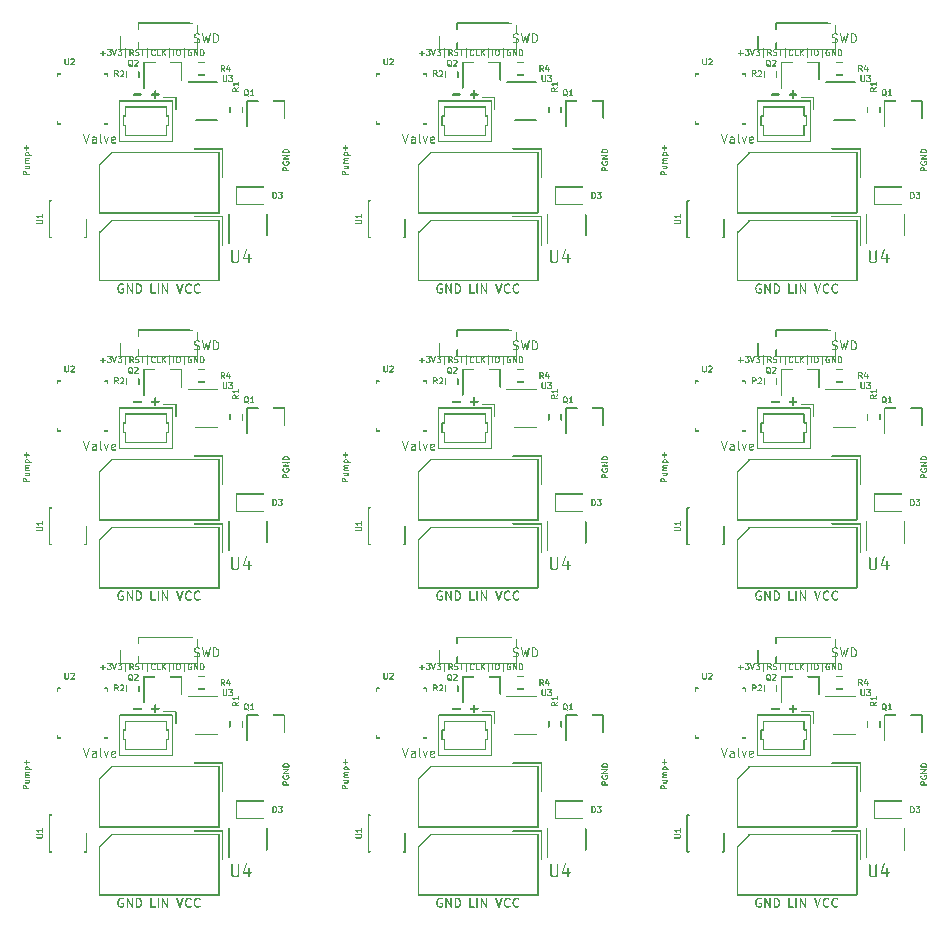
<source format=gto>
%MOIN*%
%OFA0B0*%
%FSLAX36Y36*%
%IPPOS*%
%LPD*%
G36*
X001094064Y001335068D02*
G01*
X001094673Y001335165D01*
X001095222Y001335442D01*
X001095657Y001335879D01*
X001095937Y001336427D01*
X001096033Y001337037D01*
X001095937Y001337645D01*
X001095657Y001338193D01*
X001095222Y001338628D01*
X001094673Y001338909D01*
X001090454Y001340314D01*
X001089847Y001340411D01*
X001089238Y001340314D01*
X001088690Y001340035D01*
X001088254Y001339600D01*
X001087974Y001339050D01*
X001087878Y001338442D01*
X001087974Y001337832D01*
X001088254Y001337285D01*
X001088690Y001336850D01*
X001089238Y001336570D01*
X001093456Y001335165D01*
X001094064Y001335068D01*
G37*
G36*
X001101095Y001335068D02*
G01*
X001101703Y001335165D01*
X001102252Y001335442D01*
X001102688Y001335879D01*
X001102967Y001336427D01*
X001103064Y001337037D01*
X001102967Y001337645D01*
X001102688Y001338193D01*
X001102252Y001338628D01*
X001101703Y001338909D01*
X001101095Y001339005D01*
X001094064Y001339005D01*
X001093456Y001338909D01*
X001092907Y001338628D01*
X001092472Y001338193D01*
X001092192Y001337645D01*
X001092096Y001337037D01*
X001092192Y001336427D01*
X001092472Y001335879D01*
X001092907Y001335442D01*
X001093456Y001335165D01*
X001094064Y001335068D01*
X001101095Y001335068D01*
G37*
G36*
X001101095Y001335068D02*
G01*
X001101703Y001335165D01*
X001104515Y001336570D01*
X001105064Y001336850D01*
X001105499Y001337285D01*
X001105779Y001337832D01*
X001105875Y001338442D01*
X001105779Y001339050D01*
X001105499Y001339600D01*
X001105064Y001340035D01*
X001104515Y001340314D01*
X001103907Y001340411D01*
X001103299Y001340314D01*
X001100487Y001338909D01*
X001099938Y001338628D01*
X001099502Y001338193D01*
X001099222Y001337645D01*
X001099126Y001337037D01*
X001099222Y001336427D01*
X001099502Y001335879D01*
X001099938Y001335442D01*
X001100487Y001335165D01*
X001101095Y001335068D01*
G37*
G36*
X001103907Y001336473D02*
G01*
X001104515Y001336570D01*
X001105064Y001336850D01*
X001106470Y001338255D01*
X001106906Y001338691D01*
X001107185Y001339241D01*
X001107282Y001339849D01*
X001107185Y001340457D01*
X001106906Y001341005D01*
X001106470Y001341441D01*
X001105922Y001341720D01*
X001105314Y001341817D01*
X001104704Y001341720D01*
X001104156Y001341441D01*
X001103721Y001341005D01*
X001103720Y001341005D01*
X001102314Y001339600D01*
X001102035Y001339050D01*
X001101938Y001338442D01*
X001102035Y001337832D01*
X001102314Y001337285D01*
X001102750Y001336850D01*
X001103299Y001336570D01*
X001103907Y001336473D01*
G37*
G36*
X001105314Y001337880D02*
G01*
X001105922Y001337977D01*
X001106470Y001338255D01*
X001106906Y001338691D01*
X001107185Y001339241D01*
X001108591Y001342052D01*
X001108687Y001342660D01*
X001108591Y001343268D01*
X001108311Y001343818D01*
X001107877Y001344254D01*
X001107327Y001344532D01*
X001106719Y001344629D01*
X001106111Y001344532D01*
X001105562Y001344254D01*
X001105126Y001343818D01*
X001104847Y001343268D01*
X001103440Y001340457D01*
X001103345Y001339849D01*
X001103440Y001339241D01*
X001103721Y001338691D01*
X001104156Y001338255D01*
X001104704Y001337977D01*
X001105314Y001337880D01*
G37*
G36*
X001106719Y001340693D02*
G01*
X001107327Y001340789D01*
X001107877Y001341068D01*
X001108311Y001341503D01*
X001108591Y001342052D01*
X001108687Y001342660D01*
X001108687Y001345472D01*
X001108591Y001346081D01*
X001108311Y001346629D01*
X001107877Y001347066D01*
X001107327Y001347344D01*
X001106719Y001347441D01*
X001106111Y001347344D01*
X001105562Y001347066D01*
X001105126Y001346629D01*
X001104847Y001346081D01*
X001104751Y001345472D01*
X001104751Y001342660D01*
X001104847Y001342052D01*
X001105126Y001341503D01*
X001105562Y001341068D01*
X001106111Y001340789D01*
X001106719Y001340693D01*
G37*
G36*
X001106719Y001343504D02*
G01*
X001107327Y001343600D01*
X001107877Y001343880D01*
X001108311Y001344316D01*
X001108591Y001344864D01*
X001108687Y001345472D01*
X001108591Y001346081D01*
X001107185Y001348892D01*
X001106906Y001349442D01*
X001106470Y001349878D01*
X001105922Y001350156D01*
X001105314Y001350253D01*
X001104704Y001350156D01*
X001104156Y001349878D01*
X001103721Y001349442D01*
X001103440Y001348892D01*
X001103345Y001348284D01*
X001103440Y001347676D01*
X001104847Y001344864D01*
X001105126Y001344316D01*
X001105562Y001343880D01*
X001106111Y001343600D01*
X001106719Y001343504D01*
G37*
G36*
X001105314Y001346316D02*
G01*
X001105922Y001346412D01*
X001106470Y001346693D01*
X001106906Y001347128D01*
X001107185Y001347676D01*
X001107282Y001348284D01*
X001107185Y001348892D01*
X001106906Y001349442D01*
X001106470Y001349878D01*
X001105064Y001351283D01*
X001104515Y001351563D01*
X001103907Y001351658D01*
X001103299Y001351563D01*
X001102750Y001351283D01*
X001102314Y001350848D01*
X001102035Y001350300D01*
X001101938Y001349691D01*
X001102035Y001349083D01*
X001102314Y001348533D01*
X001103720Y001347129D01*
X001103721Y001347128D01*
X001104156Y001346693D01*
X001104704Y001346412D01*
X001105314Y001346316D01*
G37*
G36*
X001103907Y001347723D02*
G01*
X001104515Y001347819D01*
X001105064Y001348098D01*
X001105499Y001348533D01*
X001105779Y001349083D01*
X001105875Y001349691D01*
X001105779Y001350300D01*
X001105499Y001350848D01*
X001105064Y001351283D01*
X001104515Y001351563D01*
X001101703Y001352970D01*
X001101095Y001353066D01*
X001100487Y001352970D01*
X001099938Y001352689D01*
X001099502Y001352254D01*
X001099222Y001351705D01*
X001099126Y001351096D01*
X001099222Y001350487D01*
X001099502Y001349940D01*
X001099938Y001349505D01*
X001100487Y001349224D01*
X001103299Y001347819D01*
X001103907Y001347723D01*
G37*
G36*
X001101095Y001349128D02*
G01*
X001101703Y001349224D01*
X001102252Y001349505D01*
X001102688Y001349940D01*
X001102967Y001350487D01*
X001103064Y001351096D01*
X001102967Y001351705D01*
X001102688Y001352254D01*
X001102252Y001352689D01*
X001101703Y001352970D01*
X001096079Y001354375D01*
X001095471Y001354471D01*
X001094862Y001354375D01*
X001094314Y001354096D01*
X001093878Y001353661D01*
X001093599Y001353111D01*
X001093502Y001352503D01*
X001093599Y001351894D01*
X001093878Y001351346D01*
X001094314Y001350910D01*
X001094862Y001350631D01*
X001100487Y001349224D01*
X001101095Y001349128D01*
G37*
G36*
X001095471Y001350535D02*
G01*
X001096079Y001350631D01*
X001096627Y001350910D01*
X001097063Y001351346D01*
X001097343Y001351894D01*
X001097440Y001352503D01*
X001097343Y001353111D01*
X001097063Y001353661D01*
X001096627Y001354096D01*
X001096079Y001354375D01*
X001093267Y001355781D01*
X001092658Y001355878D01*
X001092051Y001355781D01*
X001091502Y001355501D01*
X001091066Y001355066D01*
X001090786Y001354518D01*
X001090690Y001353909D01*
X001090786Y001353301D01*
X001091066Y001352752D01*
X001091502Y001352316D01*
X001092051Y001352037D01*
X001094862Y001350631D01*
X001095471Y001350535D01*
G37*
G36*
X001092658Y001351940D02*
G01*
X001093267Y001352037D01*
X001093816Y001352316D01*
X001094251Y001352752D01*
X001094530Y001353301D01*
X001094627Y001353909D01*
X001094530Y001354518D01*
X001094251Y001355066D01*
X001092410Y001356907D01*
X001091861Y001357187D01*
X001091252Y001357283D01*
X001090644Y001357187D01*
X001090095Y001356907D01*
X001089660Y001356472D01*
X001089380Y001355922D01*
X001089284Y001355315D01*
X001089380Y001354706D01*
X001089660Y001354158D01*
X001090095Y001353723D01*
X001091502Y001352316D01*
X001092051Y001352037D01*
X001092658Y001351940D01*
G37*
G36*
X001091252Y001353346D02*
G01*
X001091861Y001353442D01*
X001092410Y001353723D01*
X001092845Y001354158D01*
X001093124Y001354706D01*
X001093221Y001355315D01*
X001093124Y001355922D01*
X001091718Y001358735D01*
X001091439Y001359285D01*
X001091003Y001359720D01*
X001090454Y001359999D01*
X001089847Y001360096D01*
X001089238Y001359999D01*
X001088690Y001359720D01*
X001088254Y001359285D01*
X001087974Y001358735D01*
X001087878Y001358126D01*
X001087974Y001357518D01*
X001089380Y001354706D01*
X001089660Y001354158D01*
X001090095Y001353723D01*
X001090644Y001353442D01*
X001091252Y001353346D01*
G37*
G36*
X001089847Y001356158D02*
G01*
X001090454Y001356255D01*
X001091003Y001356535D01*
X001091439Y001356969D01*
X001091718Y001357518D01*
X001091815Y001358126D01*
X001091815Y001360939D01*
X001091718Y001361547D01*
X001091439Y001362096D01*
X001091003Y001362531D01*
X001090454Y001362811D01*
X001089847Y001362907D01*
X001089238Y001362811D01*
X001088690Y001362531D01*
X001088254Y001362096D01*
X001087974Y001361547D01*
X001087878Y001360939D01*
X001087878Y001358126D01*
X001087974Y001357518D01*
X001088254Y001356969D01*
X001088690Y001356535D01*
X001089238Y001356255D01*
X001089847Y001356158D01*
G37*
G36*
X001089847Y001358970D02*
G01*
X001090454Y001359067D01*
X001091003Y001359347D01*
X001091439Y001359783D01*
X001091718Y001360331D01*
X001093124Y001363144D01*
X001093221Y001363752D01*
X001093124Y001364360D01*
X001092845Y001364908D01*
X001092410Y001365344D01*
X001091861Y001365624D01*
X001091252Y001365720D01*
X001090644Y001365624D01*
X001090095Y001365344D01*
X001089660Y001364908D01*
X001089380Y001364360D01*
X001087974Y001361547D01*
X001087878Y001360939D01*
X001087974Y001360331D01*
X001088254Y001359783D01*
X001088690Y001359347D01*
X001089238Y001359067D01*
X001089847Y001358970D01*
G37*
G36*
X001091252Y001361783D02*
G01*
X001091861Y001361879D01*
X001092410Y001362159D01*
X001093816Y001363565D01*
X001094251Y001364001D01*
X001094530Y001364549D01*
X001094627Y001365157D01*
X001094530Y001365766D01*
X001094251Y001366315D01*
X001093816Y001366751D01*
X001093267Y001367030D01*
X001092658Y001367126D01*
X001092051Y001367030D01*
X001091502Y001366751D01*
X001089660Y001364908D01*
X001089380Y001364360D01*
X001089284Y001363752D01*
X001089380Y001363144D01*
X001089660Y001362594D01*
X001090095Y001362159D01*
X001090644Y001361879D01*
X001091252Y001361783D01*
G37*
G36*
X001092658Y001363189D02*
G01*
X001093267Y001363285D01*
X001096079Y001364691D01*
X001096627Y001364971D01*
X001097063Y001365406D01*
X001097343Y001365956D01*
X001097440Y001366564D01*
X001097343Y001367171D01*
X001097063Y001367720D01*
X001096627Y001368156D01*
X001096079Y001368436D01*
X001095471Y001368533D01*
X001094862Y001368436D01*
X001092051Y001367030D01*
X001091502Y001366751D01*
X001091066Y001366315D01*
X001090786Y001365766D01*
X001090690Y001365157D01*
X001090786Y001364549D01*
X001091066Y001364001D01*
X001091502Y001363565D01*
X001092051Y001363285D01*
X001092658Y001363189D01*
G37*
G36*
X001102501Y001364595D02*
G01*
X001103110Y001364691D01*
X001103658Y001364971D01*
X001104093Y001365406D01*
X001104373Y001365956D01*
X001104469Y001366564D01*
X001104373Y001367171D01*
X001104093Y001367720D01*
X001103658Y001368156D01*
X001103110Y001368436D01*
X001102501Y001368533D01*
X001095471Y001368533D01*
X001094862Y001368436D01*
X001094314Y001368156D01*
X001093878Y001367720D01*
X001093599Y001367171D01*
X001093502Y001366564D01*
X001093599Y001365956D01*
X001093878Y001365406D01*
X001094314Y001364971D01*
X001094862Y001364691D01*
X001095471Y001364595D01*
X001102501Y001364595D01*
G37*
G36*
X001106719Y001363189D02*
G01*
X001107327Y001363285D01*
X001107877Y001363565D01*
X001108311Y001364001D01*
X001108591Y001364549D01*
X001108687Y001365157D01*
X001108591Y001365766D01*
X001108311Y001366315D01*
X001107877Y001366751D01*
X001107327Y001367030D01*
X001103110Y001368436D01*
X001102501Y001368533D01*
X001101893Y001368436D01*
X001101344Y001368156D01*
X001100909Y001367720D01*
X001100628Y001367171D01*
X001100533Y001366564D01*
X001100628Y001365956D01*
X001100909Y001365406D01*
X001101344Y001364971D01*
X001101893Y001364691D01*
X001106111Y001363285D01*
X001106719Y001363189D01*
G37*
G36*
X001123592Y001335068D02*
G01*
X001124200Y001335165D01*
X001124749Y001335442D01*
X001125184Y001335879D01*
X001125464Y001336427D01*
X001125560Y001337037D01*
X001125464Y001337645D01*
X001118434Y001367171D01*
X001118154Y001367720D01*
X001117719Y001368156D01*
X001117170Y001368436D01*
X001116562Y001368533D01*
X001115954Y001368436D01*
X001115404Y001368156D01*
X001114969Y001367720D01*
X001114690Y001367171D01*
X001114593Y001366564D01*
X001114690Y001365956D01*
X001121720Y001336427D01*
X001122000Y001335879D01*
X001122435Y001335442D01*
X001122984Y001335165D01*
X001123592Y001335068D01*
G37*
G36*
X001123592Y001335068D02*
G01*
X001124200Y001335165D01*
X001124749Y001335442D01*
X001125184Y001335879D01*
X001125464Y001336427D01*
X001131089Y001357518D01*
X001131185Y001358126D01*
X001131089Y001358735D01*
X001130808Y001359285D01*
X001130374Y001359720D01*
X001129825Y001359999D01*
X001129217Y001360096D01*
X001128608Y001359999D01*
X001128060Y001359720D01*
X001127623Y001359285D01*
X001127344Y001358735D01*
X001121720Y001337645D01*
X001121624Y001337037D01*
X001121720Y001336427D01*
X001122000Y001335879D01*
X001122435Y001335442D01*
X001122984Y001335165D01*
X001123592Y001335068D01*
G37*
G36*
X001134841Y001335068D02*
G01*
X001135449Y001335165D01*
X001135997Y001335442D01*
X001136433Y001335879D01*
X001136712Y001336427D01*
X001136810Y001337037D01*
X001136712Y001337645D01*
X001131089Y001358735D01*
X001130808Y001359285D01*
X001130374Y001359720D01*
X001129825Y001359999D01*
X001129217Y001360096D01*
X001128608Y001359999D01*
X001128060Y001359720D01*
X001127623Y001359285D01*
X001127344Y001358735D01*
X001127247Y001358126D01*
X001127344Y001357518D01*
X001132968Y001336427D01*
X001133248Y001335879D01*
X001133684Y001335442D01*
X001134232Y001335165D01*
X001134841Y001335068D01*
G37*
G36*
X001134841Y001335068D02*
G01*
X001135449Y001335165D01*
X001135997Y001335442D01*
X001136433Y001335879D01*
X001136712Y001336427D01*
X001143743Y001365956D01*
X001143840Y001366564D01*
X001143743Y001367171D01*
X001143464Y001367720D01*
X001143029Y001368156D01*
X001142480Y001368436D01*
X001141871Y001368533D01*
X001141262Y001368436D01*
X001140714Y001368156D01*
X001140278Y001367720D01*
X001139999Y001367171D01*
X001132968Y001337645D01*
X001132872Y001337037D01*
X001132968Y001336427D01*
X001133248Y001335879D01*
X001133684Y001335442D01*
X001134232Y001335165D01*
X001134841Y001335068D01*
G37*
G36*
X001153119Y001335068D02*
G01*
X001153727Y001335165D01*
X001154277Y001335442D01*
X001154712Y001335879D01*
X001154992Y001336427D01*
X001155088Y001337037D01*
X001155088Y001366564D01*
X001154992Y001367171D01*
X001154712Y001367720D01*
X001154277Y001368156D01*
X001153727Y001368436D01*
X001153119Y001368533D01*
X001152512Y001368436D01*
X001151962Y001368156D01*
X001151527Y001367720D01*
X001151247Y001367171D01*
X001151151Y001366564D01*
X001151151Y001337037D01*
X001151247Y001336427D01*
X001151527Y001335879D01*
X001151962Y001335442D01*
X001152512Y001335165D01*
X001153119Y001335068D01*
G37*
G36*
X001160150Y001364595D02*
G01*
X001160758Y001364691D01*
X001161307Y001364971D01*
X001161743Y001365406D01*
X001162022Y001365956D01*
X001162119Y001366564D01*
X001162022Y001367171D01*
X001161743Y001367720D01*
X001161307Y001368156D01*
X001160758Y001368436D01*
X001160150Y001368533D01*
X001153119Y001368533D01*
X001152512Y001368436D01*
X001151962Y001368156D01*
X001151527Y001367720D01*
X001151247Y001367171D01*
X001151151Y001366564D01*
X001151247Y001365956D01*
X001151527Y001365406D01*
X001151962Y001364971D01*
X001152512Y001364691D01*
X001153119Y001364595D01*
X001160150Y001364595D01*
G37*
G36*
X001164369Y001363189D02*
G01*
X001164977Y001363285D01*
X001165525Y001363565D01*
X001165961Y001364001D01*
X001166240Y001364549D01*
X001166337Y001365157D01*
X001166240Y001365766D01*
X001165961Y001366315D01*
X001165525Y001366751D01*
X001164977Y001367030D01*
X001160758Y001368436D01*
X001160150Y001368533D01*
X001159542Y001368436D01*
X001158992Y001368156D01*
X001158558Y001367720D01*
X001158277Y001367171D01*
X001158182Y001366564D01*
X001158277Y001365956D01*
X001158558Y001365406D01*
X001158992Y001364971D01*
X001159542Y001364691D01*
X001163760Y001363285D01*
X001164369Y001363189D01*
G37*
G36*
X001167180Y001360378D02*
G01*
X001167788Y001360474D01*
X001168337Y001360753D01*
X001168773Y001361188D01*
X001169052Y001361736D01*
X001169149Y001362345D01*
X001169052Y001362954D01*
X001168773Y001363503D01*
X001165525Y001366751D01*
X001164977Y001367030D01*
X001164369Y001367126D01*
X001163760Y001367030D01*
X001163212Y001366751D01*
X001162776Y001366315D01*
X001162495Y001365766D01*
X001162400Y001365157D01*
X001162495Y001364549D01*
X001162776Y001364001D01*
X001166023Y001360753D01*
X001166572Y001360474D01*
X001167180Y001360378D01*
G37*
G36*
X001168587Y001357565D02*
G01*
X001169195Y001357662D01*
X001169744Y001357940D01*
X001170178Y001358376D01*
X001170459Y001358925D01*
X001170555Y001359534D01*
X001170459Y001360142D01*
X001169052Y001362954D01*
X001168773Y001363503D01*
X001168337Y001363939D01*
X001167788Y001364216D01*
X001167180Y001364314D01*
X001166572Y001364216D01*
X001166023Y001363939D01*
X001165588Y001363503D01*
X001165308Y001362954D01*
X001165212Y001362345D01*
X001165308Y001361736D01*
X001166714Y001358925D01*
X001166993Y001358376D01*
X001167430Y001357940D01*
X001167979Y001357662D01*
X001168587Y001357565D01*
G37*
G36*
X001169992Y001351940D02*
G01*
X001170600Y001352037D01*
X001171150Y001352316D01*
X001171585Y001352752D01*
X001171864Y001353301D01*
X001171961Y001353909D01*
X001171864Y001354518D01*
X001170459Y001360142D01*
X001170178Y001360689D01*
X001169744Y001361126D01*
X001169195Y001361405D01*
X001168587Y001361502D01*
X001167979Y001361405D01*
X001167430Y001361126D01*
X001166993Y001360689D01*
X001166714Y001360142D01*
X001166617Y001359534D01*
X001166714Y001358925D01*
X001168120Y001353301D01*
X001168400Y001352752D01*
X001168835Y001352316D01*
X001169384Y001352037D01*
X001169992Y001351940D01*
G37*
G36*
X001169992Y001347723D02*
G01*
X001170600Y001347819D01*
X001171150Y001348098D01*
X001171585Y001348533D01*
X001171864Y001349083D01*
X001171961Y001349691D01*
X001171961Y001353909D01*
X001171864Y001354518D01*
X001171585Y001355066D01*
X001171150Y001355501D01*
X001170600Y001355781D01*
X001169992Y001355878D01*
X001169384Y001355781D01*
X001168835Y001355501D01*
X001168400Y001355066D01*
X001168120Y001354518D01*
X001168024Y001353909D01*
X001168024Y001349691D01*
X001168120Y001349083D01*
X001168400Y001348533D01*
X001168835Y001348098D01*
X001169384Y001347819D01*
X001169992Y001347723D01*
G37*
G36*
X001168587Y001342098D02*
G01*
X001169195Y001342194D01*
X001169744Y001342474D01*
X001170178Y001342909D01*
X001170459Y001343459D01*
X001171864Y001349083D01*
X001171961Y001349691D01*
X001171864Y001350300D01*
X001171585Y001350848D01*
X001171150Y001351283D01*
X001170600Y001351563D01*
X001169992Y001351658D01*
X001169384Y001351563D01*
X001168835Y001351283D01*
X001168400Y001350848D01*
X001168120Y001350300D01*
X001166714Y001344675D01*
X001166617Y001344067D01*
X001166714Y001343459D01*
X001166993Y001342909D01*
X001167430Y001342474D01*
X001167979Y001342194D01*
X001168587Y001342098D01*
G37*
G36*
X001167180Y001339285D02*
G01*
X001167788Y001339382D01*
X001168337Y001339662D01*
X001168773Y001340098D01*
X001169052Y001340646D01*
X001170459Y001343459D01*
X001170555Y001344067D01*
X001170459Y001344675D01*
X001170178Y001345223D01*
X001169744Y001345658D01*
X001169195Y001345939D01*
X001168587Y001346035D01*
X001167979Y001345939D01*
X001167430Y001345658D01*
X001166993Y001345223D01*
X001166714Y001344675D01*
X001165308Y001341862D01*
X001165212Y001341254D01*
X001165308Y001340646D01*
X001165588Y001340098D01*
X001166023Y001339662D01*
X001166572Y001339382D01*
X001167180Y001339285D01*
G37*
G36*
X001164369Y001336473D02*
G01*
X001164977Y001336570D01*
X001165525Y001336850D01*
X001165961Y001337285D01*
X001168337Y001339662D01*
X001168773Y001340098D01*
X001169052Y001340646D01*
X001169149Y001341254D01*
X001169052Y001341862D01*
X001168773Y001342411D01*
X001168337Y001342846D01*
X001167788Y001343127D01*
X001167180Y001343223D01*
X001166572Y001343127D01*
X001166023Y001342846D01*
X001162776Y001339600D01*
X001162495Y001339050D01*
X001162400Y001338442D01*
X001162495Y001337832D01*
X001162776Y001337285D01*
X001163212Y001336850D01*
X001163760Y001336570D01*
X001164369Y001336473D01*
G37*
G36*
X001160150Y001335068D02*
G01*
X001160758Y001335165D01*
X001164977Y001336570D01*
X001165525Y001336850D01*
X001165961Y001337285D01*
X001166240Y001337832D01*
X001166337Y001338442D01*
X001166240Y001339050D01*
X001165961Y001339600D01*
X001165525Y001340035D01*
X001164977Y001340314D01*
X001164369Y001340411D01*
X001163760Y001340314D01*
X001159542Y001338909D01*
X001158992Y001338628D01*
X001158558Y001338193D01*
X001158277Y001337645D01*
X001158182Y001337037D01*
X001158277Y001336427D01*
X001158558Y001335879D01*
X001158992Y001335442D01*
X001159542Y001335165D01*
X001160150Y001335068D01*
G37*
G36*
X001160150Y001335068D02*
G01*
X001160758Y001335165D01*
X001161307Y001335442D01*
X001161743Y001335879D01*
X001162022Y001336427D01*
X001162119Y001337037D01*
X001162022Y001337645D01*
X001161743Y001338193D01*
X001161307Y001338628D01*
X001160758Y001338909D01*
X001160150Y001339005D01*
X001153119Y001339005D01*
X001152512Y001338909D01*
X001151962Y001338628D01*
X001151527Y001338193D01*
X001151247Y001337645D01*
X001151151Y001337037D01*
X001151247Y001336427D01*
X001151527Y001335879D01*
X001151962Y001335442D01*
X001152512Y001335165D01*
X001153119Y001335068D01*
X001160150Y001335068D01*
G37*
G36*
X000730594Y001000421D02*
G01*
X000731202Y001000518D01*
X000731752Y001000798D01*
X000732185Y001001233D01*
X000732467Y001001782D01*
X000732563Y001002391D01*
X000732467Y001002998D01*
X000722623Y001032526D01*
X000722344Y001033075D01*
X000721909Y001033511D01*
X000721360Y001033790D01*
X000720751Y001033887D01*
X000720143Y001033790D01*
X000719595Y001033511D01*
X000719159Y001033075D01*
X000718880Y001032526D01*
X000718783Y001031917D01*
X000718880Y001031309D01*
X000728722Y001001782D01*
X000729001Y001001233D01*
X000729438Y001000798D01*
X000729986Y001000518D01*
X000730594Y001000421D01*
G37*
G36*
X000730594Y001000421D02*
G01*
X000731202Y001000518D01*
X000731752Y001000798D01*
X000732185Y001001233D01*
X000732467Y001001782D01*
X000742308Y001031309D01*
X000742406Y001031917D01*
X000742308Y001032526D01*
X000742029Y001033075D01*
X000741594Y001033511D01*
X000741044Y001033790D01*
X000740436Y001033887D01*
X000739828Y001033790D01*
X000739280Y001033511D01*
X000738844Y001033075D01*
X000738565Y001032526D01*
X000728722Y001002998D01*
X000728626Y001002391D01*
X000728722Y001001782D01*
X000729001Y001001233D01*
X000729438Y001000798D01*
X000729986Y001000518D01*
X000730594Y001000421D01*
G37*
G36*
X000762934Y001000421D02*
G01*
X000763543Y001000518D01*
X000764091Y001000798D01*
X000764527Y001001233D01*
X000764806Y001001782D01*
X000764902Y001002391D01*
X000764902Y001017857D01*
X000764806Y001018465D01*
X000764527Y001019014D01*
X000764091Y001019450D01*
X000763543Y001019729D01*
X000762934Y001019825D01*
X000762326Y001019729D01*
X000761777Y001019450D01*
X000761341Y001019014D01*
X000761061Y001018465D01*
X000760965Y001017857D01*
X000760965Y001002391D01*
X000761061Y001001782D01*
X000761341Y001001233D01*
X000761777Y001000798D01*
X000762326Y001000518D01*
X000762934Y001000421D01*
G37*
G36*
X000762934Y001015889D02*
G01*
X000763543Y001015984D01*
X000764091Y001016265D01*
X000764527Y001016699D01*
X000764806Y001017249D01*
X000764902Y001017857D01*
X000764806Y001018465D01*
X000763399Y001021277D01*
X000763120Y001021825D01*
X000762685Y001022262D01*
X000762136Y001022540D01*
X000761528Y001022637D01*
X000760920Y001022540D01*
X000760370Y001022262D01*
X000759936Y001021825D01*
X000759656Y001021277D01*
X000759560Y001020669D01*
X000759656Y001020061D01*
X000761061Y001017249D01*
X000761341Y001016699D01*
X000761777Y001016265D01*
X000762326Y001015984D01*
X000762934Y001015889D01*
G37*
G36*
X000761528Y001018699D02*
G01*
X000762136Y001018797D01*
X000762685Y001019077D01*
X000763120Y001019512D01*
X000763399Y001020061D01*
X000763496Y001020669D01*
X000763399Y001021277D01*
X000763120Y001021825D01*
X000762685Y001022262D01*
X000762136Y001022540D01*
X000759323Y001023948D01*
X000758716Y001024044D01*
X000758107Y001023948D01*
X000757559Y001023668D01*
X000757122Y001023233D01*
X000756843Y001022683D01*
X000756747Y001022076D01*
X000756843Y001021466D01*
X000757122Y001020918D01*
X000757559Y001020483D01*
X000758107Y001020203D01*
X000760920Y001018797D01*
X000761528Y001018699D01*
G37*
G36*
X000758716Y001020107D02*
G01*
X000759323Y001020203D01*
X000759872Y001020483D01*
X000760308Y001020918D01*
X000760587Y001021466D01*
X000760684Y001022076D01*
X000760587Y001022683D01*
X000760308Y001023233D01*
X000759872Y001023668D01*
X000759323Y001023948D01*
X000758716Y001024044D01*
X000753092Y001024044D01*
X000752484Y001023948D01*
X000751935Y001023668D01*
X000751499Y001023233D01*
X000751219Y001022683D01*
X000751122Y001022076D01*
X000751219Y001021466D01*
X000751499Y001020918D01*
X000751935Y001020483D01*
X000752484Y001020203D01*
X000753092Y001020107D01*
X000758716Y001020107D01*
G37*
G36*
X000750278Y001018699D02*
G01*
X000750887Y001018797D01*
X000753700Y001020203D01*
X000754248Y001020483D01*
X000754684Y001020918D01*
X000754962Y001021466D01*
X000755060Y001022076D01*
X000754962Y001022683D01*
X000754684Y001023233D01*
X000754248Y001023668D01*
X000753700Y001023948D01*
X000753092Y001024044D01*
X000752484Y001023948D01*
X000749671Y001022540D01*
X000749123Y001022262D01*
X000748686Y001021825D01*
X000748407Y001021277D01*
X000748311Y001020669D01*
X000748407Y001020061D01*
X000748686Y001019512D01*
X000749123Y001019077D01*
X000749671Y001018797D01*
X000750278Y001018699D01*
G37*
G36*
X000760121Y001000421D02*
G01*
X000760730Y001000518D01*
X000763543Y001001924D01*
X000764091Y001002204D01*
X000764527Y001002639D01*
X000764806Y001003188D01*
X000764902Y001003795D01*
X000764806Y001004404D01*
X000764527Y001004953D01*
X000764091Y001005389D01*
X000763543Y001005668D01*
X000762934Y001005765D01*
X000762326Y001005668D01*
X000759513Y001004262D01*
X000758965Y001003983D01*
X000758529Y001003548D01*
X000758250Y001002998D01*
X000758154Y001002391D01*
X000758250Y001001782D01*
X000758529Y001001233D01*
X000758965Y001000798D01*
X000759513Y001000518D01*
X000760121Y001000421D01*
G37*
G36*
X000760121Y001000421D02*
G01*
X000760730Y001000518D01*
X000761279Y001000798D01*
X000761714Y001001233D01*
X000761994Y001001782D01*
X000762091Y001002391D01*
X000761994Y001002998D01*
X000761714Y001003548D01*
X000761279Y001003983D01*
X000760730Y001004262D01*
X000760121Y001004359D01*
X000753092Y001004359D01*
X000752484Y001004262D01*
X000751935Y001003983D01*
X000751499Y001003548D01*
X000751219Y001002998D01*
X000751122Y001002391D01*
X000751219Y001001782D01*
X000751499Y001001233D01*
X000751935Y001000798D01*
X000752484Y001000518D01*
X000753092Y001000421D01*
X000760121Y001000421D01*
G37*
G36*
X000753092Y001000421D02*
G01*
X000753700Y001000518D01*
X000754248Y001000798D01*
X000754684Y001001233D01*
X000754962Y001001782D01*
X000755060Y001002391D01*
X000754962Y001002998D01*
X000754684Y001003548D01*
X000754248Y001003983D01*
X000753700Y001004262D01*
X000750887Y001005668D01*
X000750278Y001005765D01*
X000749671Y001005668D01*
X000749123Y001005389D01*
X000748686Y001004953D01*
X000748407Y001004404D01*
X000748311Y001003795D01*
X000748407Y001003188D01*
X000748686Y001002639D01*
X000749123Y001002204D01*
X000749671Y001001924D01*
X000752484Y001000518D01*
X000753092Y001000421D01*
G37*
G36*
X000750278Y001001827D02*
G01*
X000750887Y001001924D01*
X000751437Y001002204D01*
X000751871Y001002639D01*
X000752152Y001003188D01*
X000752248Y001003795D01*
X000752152Y001004404D01*
X000750746Y001007217D01*
X000750466Y001007765D01*
X000750030Y001008200D01*
X000749482Y001008481D01*
X000748873Y001008577D01*
X000748265Y001008481D01*
X000747716Y001008200D01*
X000747280Y001007765D01*
X000747001Y001007217D01*
X000746904Y001006608D01*
X000747001Y001006000D01*
X000748407Y001003188D01*
X000748686Y001002639D01*
X000749123Y001002204D01*
X000749671Y001001924D01*
X000750278Y001001827D01*
G37*
G36*
X000748873Y001004640D02*
G01*
X000749482Y001004737D01*
X000750030Y001005015D01*
X000750466Y001005452D01*
X000750746Y001006000D01*
X000750842Y001006608D01*
X000750842Y001009420D01*
X000750746Y001010029D01*
X000750466Y001010578D01*
X000750030Y001011012D01*
X000749482Y001011293D01*
X000748873Y001011389D01*
X000748265Y001011293D01*
X000747716Y001011012D01*
X000747280Y001010578D01*
X000747001Y001010029D01*
X000746904Y001009420D01*
X000746904Y001006608D01*
X000747001Y001006000D01*
X000747280Y001005452D01*
X000747716Y001005015D01*
X000748265Y001004737D01*
X000748873Y001004640D01*
G37*
G36*
X000748873Y001007452D02*
G01*
X000749482Y001007548D01*
X000750030Y001007828D01*
X000750466Y001008264D01*
X000750746Y001008813D01*
X000752152Y001011624D01*
X000752248Y001012232D01*
X000752152Y001012841D01*
X000751871Y001013390D01*
X000751437Y001013825D01*
X000750887Y001014105D01*
X000750278Y001014202D01*
X000749671Y001014105D01*
X000749123Y001013825D01*
X000748686Y001013390D01*
X000748407Y001012841D01*
X000747001Y001010029D01*
X000746904Y001009420D01*
X000747001Y001008813D01*
X000747280Y001008264D01*
X000747716Y001007828D01*
X000748265Y001007548D01*
X000748873Y001007452D01*
G37*
G36*
X000750278Y001010264D02*
G01*
X000750887Y001010361D01*
X000753700Y001011767D01*
X000754248Y001012046D01*
X000754684Y001012482D01*
X000754962Y001013030D01*
X000755060Y001013639D01*
X000754962Y001014246D01*
X000754684Y001014796D01*
X000754248Y001015231D01*
X000753700Y001015511D01*
X000753092Y001015606D01*
X000752484Y001015511D01*
X000749671Y001014105D01*
X000749123Y001013825D01*
X000748686Y001013390D01*
X000748407Y001012841D01*
X000748311Y001012232D01*
X000748407Y001011624D01*
X000748686Y001011076D01*
X000749123Y001010640D01*
X000749671Y001010361D01*
X000750278Y001010264D01*
G37*
G36*
X000760121Y001011670D02*
G01*
X000760730Y001011767D01*
X000761279Y001012046D01*
X000761714Y001012482D01*
X000761994Y001013030D01*
X000762091Y001013639D01*
X000761994Y001014246D01*
X000761714Y001014796D01*
X000761279Y001015231D01*
X000760730Y001015511D01*
X000760121Y001015606D01*
X000753092Y001015606D01*
X000752484Y001015511D01*
X000751935Y001015231D01*
X000751499Y001014796D01*
X000751219Y001014246D01*
X000751122Y001013639D01*
X000751219Y001013030D01*
X000751499Y001012482D01*
X000751935Y001012046D01*
X000752484Y001011767D01*
X000753092Y001011670D01*
X000760121Y001011670D01*
G37*
G36*
X000760121Y001011670D02*
G01*
X000760730Y001011767D01*
X000763543Y001013173D01*
X000764091Y001013452D01*
X000764527Y001013887D01*
X000764806Y001014437D01*
X000764902Y001015045D01*
X000764806Y001015652D01*
X000764527Y001016202D01*
X000764091Y001016637D01*
X000763543Y001016918D01*
X000762934Y001017014D01*
X000762326Y001016918D01*
X000759513Y001015511D01*
X000758965Y001015231D01*
X000758529Y001014796D01*
X000758250Y001014246D01*
X000758154Y001013639D01*
X000758250Y001013030D01*
X000758529Y001012482D01*
X000758965Y001012046D01*
X000759513Y001011767D01*
X000760121Y001011670D01*
G37*
G36*
X000781213Y001000421D02*
G01*
X000781821Y001000518D01*
X000782369Y001000798D01*
X000782805Y001001233D01*
X000783084Y001001782D01*
X000783181Y001002391D01*
X000783084Y001002998D01*
X000782805Y001003548D01*
X000782369Y001003983D01*
X000781821Y001004262D01*
X000779008Y001005668D01*
X000778401Y001005765D01*
X000777792Y001005668D01*
X000777244Y001005389D01*
X000776808Y001004953D01*
X000776528Y001004404D01*
X000776431Y001003795D01*
X000776528Y001003188D01*
X000776808Y001002639D01*
X000777244Y001002204D01*
X000777792Y001001924D01*
X000780605Y001000518D01*
X000781213Y001000421D01*
G37*
G36*
X000778401Y001001827D02*
G01*
X000779008Y001001924D01*
X000779557Y001002204D01*
X000779993Y001002639D01*
X000780273Y001003188D01*
X000780369Y001003795D01*
X000780273Y001004404D01*
X000778866Y001007217D01*
X000778587Y001007765D01*
X000778152Y001008200D01*
X000777602Y001008481D01*
X000776995Y001008577D01*
X000776386Y001008481D01*
X000775837Y001008200D01*
X000775401Y001007765D01*
X000775122Y001007217D01*
X000775026Y001006608D01*
X000775122Y001006000D01*
X000776528Y001003188D01*
X000776808Y001002639D01*
X000777244Y001002204D01*
X000777792Y001001924D01*
X000778401Y001001827D01*
G37*
G36*
X000776995Y001004640D02*
G01*
X000777602Y001004737D01*
X000778152Y001005015D01*
X000778587Y001005452D01*
X000778866Y001006000D01*
X000778963Y001006608D01*
X000778963Y001031917D01*
X000778866Y001032526D01*
X000778587Y001033075D01*
X000778152Y001033511D01*
X000777602Y001033790D01*
X000776995Y001033887D01*
X000776386Y001033790D01*
X000775837Y001033511D01*
X000775401Y001033075D01*
X000775122Y001032526D01*
X000775026Y001031917D01*
X000775026Y001006608D01*
X000775122Y001006000D01*
X000775401Y001005452D01*
X000775837Y001005015D01*
X000776386Y001004737D01*
X000776995Y001004640D01*
G37*
G36*
X000796680Y001000421D02*
G01*
X000797288Y001000518D01*
X000797836Y001000798D01*
X000798273Y001001233D01*
X000798552Y001001782D01*
X000798649Y001002391D01*
X000798552Y001002998D01*
X000791521Y001022683D01*
X000791242Y001023233D01*
X000790806Y001023668D01*
X000790258Y001023948D01*
X000789650Y001024044D01*
X000789041Y001023948D01*
X000788493Y001023668D01*
X000788056Y001023233D01*
X000787777Y001022683D01*
X000787681Y001022076D01*
X000787777Y001021466D01*
X000794807Y001001782D01*
X000795088Y001001233D01*
X000795523Y001000798D01*
X000796071Y001000518D01*
X000796680Y001000421D01*
G37*
G36*
X000796680Y001000421D02*
G01*
X000797288Y001000518D01*
X000797836Y001000798D01*
X000798273Y001001233D01*
X000798552Y001001782D01*
X000805582Y001021466D01*
X000805679Y001022076D01*
X000805582Y001022683D01*
X000805303Y001023233D01*
X000804867Y001023668D01*
X000804319Y001023948D01*
X000803710Y001024044D01*
X000803101Y001023948D01*
X000802553Y001023668D01*
X000802116Y001023233D01*
X000801838Y001022683D01*
X000794807Y001002998D01*
X000794711Y001002391D01*
X000794807Y001001782D01*
X000795088Y001001233D01*
X000795523Y001000798D01*
X000796071Y001000518D01*
X000796680Y001000421D01*
G37*
G36*
X000823395Y001000421D02*
G01*
X000824004Y001000518D01*
X000826815Y001001924D01*
X000827363Y001002204D01*
X000827800Y001002639D01*
X000828079Y001003188D01*
X000828176Y001003795D01*
X000828079Y001004404D01*
X000827800Y001004953D01*
X000827363Y001005389D01*
X000826815Y001005668D01*
X000826208Y001005765D01*
X000825599Y001005668D01*
X000822787Y001004262D01*
X000822238Y001003983D01*
X000821803Y001003548D01*
X000821523Y001002998D01*
X000821427Y001002391D01*
X000821523Y001001782D01*
X000821803Y001001233D01*
X000822238Y001000798D01*
X000822787Y001000518D01*
X000823395Y001000421D01*
G37*
G36*
X000823395Y001000421D02*
G01*
X000824004Y001000518D01*
X000824553Y001000798D01*
X000824988Y001001233D01*
X000825267Y001001782D01*
X000825364Y001002391D01*
X000825267Y001002998D01*
X000824988Y001003548D01*
X000824553Y001003983D01*
X000824004Y001004262D01*
X000823395Y001004359D01*
X000817770Y001004359D01*
X000817163Y001004262D01*
X000816614Y001003983D01*
X000816178Y001003548D01*
X000815899Y001002998D01*
X000815803Y001002391D01*
X000815899Y001001782D01*
X000816178Y001001233D01*
X000816614Y001000798D01*
X000817163Y001000518D01*
X000817770Y001000421D01*
X000823395Y001000421D01*
G37*
G36*
X000817770Y001000421D02*
G01*
X000818379Y001000518D01*
X000818928Y001000798D01*
X000819362Y001001233D01*
X000819643Y001001782D01*
X000819739Y001002391D01*
X000819643Y001002998D01*
X000819362Y001003548D01*
X000818928Y001003983D01*
X000818379Y001004262D01*
X000815567Y001005668D01*
X000814959Y001005765D01*
X000814350Y001005668D01*
X000813802Y001005389D01*
X000813366Y001004953D01*
X000813086Y001004404D01*
X000812990Y001003795D01*
X000813086Y001003188D01*
X000813366Y001002639D01*
X000813802Y001002204D01*
X000814350Y001001924D01*
X000817163Y001000518D01*
X000817770Y001000421D01*
G37*
G36*
X000814959Y001001827D02*
G01*
X000815567Y001001924D01*
X000816115Y001002204D01*
X000816551Y001002639D01*
X000816831Y001003188D01*
X000816928Y001003795D01*
X000816831Y001004404D01*
X000815425Y001007217D01*
X000815145Y001007765D01*
X000814710Y001008200D01*
X000814161Y001008481D01*
X000813553Y001008577D01*
X000812945Y001008481D01*
X000812394Y001008200D01*
X000811960Y001007765D01*
X000811680Y001007217D01*
X000811584Y001006608D01*
X000811680Y001006000D01*
X000813086Y001003188D01*
X000813366Y001002639D01*
X000813802Y001002204D01*
X000814350Y001001924D01*
X000814959Y001001827D01*
G37*
G36*
X000813553Y001004640D02*
G01*
X000814161Y001004737D01*
X000814710Y001005015D01*
X000815145Y001005452D01*
X000815425Y001006000D01*
X000815521Y001006608D01*
X000815521Y001017857D01*
X000815425Y001018465D01*
X000815145Y001019014D01*
X000814710Y001019450D01*
X000814161Y001019729D01*
X000813553Y001019825D01*
X000812945Y001019729D01*
X000812394Y001019450D01*
X000811960Y001019014D01*
X000811680Y001018465D01*
X000811584Y001017857D01*
X000811584Y001006608D01*
X000811680Y001006000D01*
X000811960Y001005452D01*
X000812394Y001005015D01*
X000812945Y001004737D01*
X000813553Y001004640D01*
G37*
G36*
X000813553Y001015889D02*
G01*
X000814161Y001015984D01*
X000814710Y001016265D01*
X000815145Y001016699D01*
X000815425Y001017249D01*
X000816831Y001020061D01*
X000816928Y001020669D01*
X000816831Y001021277D01*
X000816551Y001021825D01*
X000816115Y001022262D01*
X000815567Y001022540D01*
X000814959Y001022637D01*
X000814350Y001022540D01*
X000813802Y001022262D01*
X000813366Y001021825D01*
X000813086Y001021277D01*
X000811680Y001018465D01*
X000811584Y001017857D01*
X000811680Y001017249D01*
X000811960Y001016699D01*
X000812394Y001016265D01*
X000812945Y001015984D01*
X000813553Y001015889D01*
G37*
G36*
X000814959Y001018699D02*
G01*
X000815567Y001018797D01*
X000818379Y001020203D01*
X000818928Y001020483D01*
X000819362Y001020918D01*
X000819643Y001021466D01*
X000819739Y001022076D01*
X000819643Y001022683D01*
X000819362Y001023233D01*
X000818928Y001023668D01*
X000818379Y001023948D01*
X000817770Y001024044D01*
X000817163Y001023948D01*
X000814350Y001022540D01*
X000813802Y001022262D01*
X000813366Y001021825D01*
X000813086Y001021277D01*
X000812990Y001020669D01*
X000813086Y001020061D01*
X000813366Y001019512D01*
X000813802Y001019077D01*
X000814350Y001018797D01*
X000814959Y001018699D01*
G37*
G36*
X000823395Y001020107D02*
G01*
X000824004Y001020203D01*
X000824553Y001020483D01*
X000824988Y001020918D01*
X000825267Y001021466D01*
X000825364Y001022076D01*
X000825267Y001022683D01*
X000824988Y001023233D01*
X000824553Y001023668D01*
X000824004Y001023948D01*
X000823395Y001024044D01*
X000817770Y001024044D01*
X000817163Y001023948D01*
X000816614Y001023668D01*
X000816178Y001023233D01*
X000815899Y001022683D01*
X000815803Y001022076D01*
X000815899Y001021466D01*
X000816178Y001020918D01*
X000816614Y001020483D01*
X000817163Y001020203D01*
X000817770Y001020107D01*
X000823395Y001020107D01*
G37*
G36*
X000826208Y001018699D02*
G01*
X000826815Y001018797D01*
X000827363Y001019077D01*
X000827800Y001019512D01*
X000828079Y001020061D01*
X000828176Y001020669D01*
X000828079Y001021277D01*
X000827800Y001021825D01*
X000827363Y001022262D01*
X000826815Y001022540D01*
X000824004Y001023948D01*
X000823395Y001024044D01*
X000822787Y001023948D01*
X000822238Y001023668D01*
X000821803Y001023233D01*
X000821523Y001022683D01*
X000821427Y001022076D01*
X000821523Y001021466D01*
X000821803Y001020918D01*
X000822238Y001020483D01*
X000822787Y001020203D01*
X000825599Y001018797D01*
X000826208Y001018699D01*
G37*
G36*
X000827613Y001015889D02*
G01*
X000828222Y001015984D01*
X000828770Y001016265D01*
X000829206Y001016699D01*
X000829485Y001017249D01*
X000829582Y001017857D01*
X000829485Y001018465D01*
X000828079Y001021277D01*
X000827800Y001021825D01*
X000827363Y001022262D01*
X000826815Y001022540D01*
X000826208Y001022637D01*
X000825599Y001022540D01*
X000825050Y001022262D01*
X000824615Y001021825D01*
X000824335Y001021277D01*
X000824239Y001020669D01*
X000824335Y001020061D01*
X000825741Y001017249D01*
X000826021Y001016699D01*
X000826456Y001016265D01*
X000827005Y001015984D01*
X000827613Y001015889D01*
G37*
G36*
X000827613Y001013077D02*
G01*
X000828222Y001013173D01*
X000828770Y001013452D01*
X000829206Y001013887D01*
X000829485Y001014437D01*
X000829582Y001015045D01*
X000829582Y001017857D01*
X000829485Y001018465D01*
X000829206Y001019014D01*
X000828770Y001019450D01*
X000828222Y001019729D01*
X000827613Y001019825D01*
X000827005Y001019729D01*
X000826456Y001019450D01*
X000826021Y001019014D01*
X000825741Y001018465D01*
X000825645Y001017857D01*
X000825645Y001015045D01*
X000825741Y001014437D01*
X000826021Y001013887D01*
X000826456Y001013452D01*
X000827005Y001013173D01*
X000827613Y001013077D01*
G37*
G36*
X000813553Y001010264D02*
G01*
X000814161Y001010361D01*
X000828222Y001013173D01*
X000828770Y001013452D01*
X000829206Y001013887D01*
X000829485Y001014437D01*
X000829582Y001015045D01*
X000829485Y001015652D01*
X000829206Y001016202D01*
X000828770Y001016637D01*
X000828222Y001016918D01*
X000827613Y001017014D01*
X000827005Y001016918D01*
X000812945Y001014105D01*
X000812394Y001013825D01*
X000811960Y001013390D01*
X000811680Y001012841D01*
X000811584Y001012232D01*
X000811680Y001011624D01*
X000811960Y001011076D01*
X000812394Y001010640D01*
X000812945Y001010361D01*
X000813553Y001010264D01*
G37*
G36*
X000969908Y001159835D02*
G01*
X000971048Y001160016D01*
X000972078Y001160540D01*
X000972894Y001161357D01*
X000973418Y001162387D01*
X000973599Y001163526D01*
X000973418Y001164668D01*
X000972894Y001165696D01*
X000972078Y001166512D01*
X000971048Y001167037D01*
X000969908Y001167217D01*
X000947411Y001167217D01*
X000946270Y001167037D01*
X000945242Y001166512D01*
X000944425Y001165696D01*
X000943901Y001164668D01*
X000943720Y001163526D01*
X000943901Y001162387D01*
X000944425Y001161357D01*
X000945242Y001160540D01*
X000946270Y001160016D01*
X000947411Y001159835D01*
X000969908Y001159835D01*
G37*
G36*
X000958660Y001148587D02*
G01*
X000959801Y001148767D01*
X000960828Y001149292D01*
X000961646Y001150108D01*
X000962170Y001151138D01*
X000962351Y001152278D01*
X000962351Y001174776D01*
X000962170Y001175915D01*
X000961646Y001176945D01*
X000960828Y001177762D01*
X000959801Y001178286D01*
X000958660Y001178467D01*
X000957518Y001178286D01*
X000956490Y001177762D01*
X000955672Y001176945D01*
X000955149Y001175915D01*
X000954969Y001174776D01*
X000954969Y001152278D01*
X000955149Y001151138D01*
X000955672Y001150108D01*
X000956490Y001149292D01*
X000957518Y001148767D01*
X000958660Y001148587D01*
G37*
G36*
X000910853Y001159835D02*
G01*
X000911993Y001160016D01*
X000913023Y001160540D01*
X000913839Y001161357D01*
X000914363Y001162387D01*
X000914544Y001163526D01*
X000914363Y001164668D01*
X000913839Y001165696D01*
X000913023Y001166512D01*
X000911993Y001167037D01*
X000910853Y001167217D01*
X000888356Y001167217D01*
X000887215Y001167037D01*
X000886186Y001166512D01*
X000885370Y001165696D01*
X000884845Y001164668D01*
X000884665Y001163526D01*
X000884845Y001162387D01*
X000885370Y001161357D01*
X000886186Y001160540D01*
X000887215Y001160016D01*
X000888356Y001159835D01*
X000910853Y001159835D01*
G37*
G36*
X000792274Y001299776D02*
G01*
X000792882Y001299872D01*
X000793431Y001300151D01*
X000793867Y001300585D01*
X000794147Y001301136D01*
X000794243Y001301744D01*
X000794147Y001302352D01*
X000793867Y001302900D01*
X000793431Y001303336D01*
X000792882Y001303616D01*
X000792274Y001303712D01*
X000777275Y001303712D01*
X000776667Y001303616D01*
X000776118Y001303336D01*
X000775684Y001302900D01*
X000775404Y001302352D01*
X000775308Y001301744D01*
X000775404Y001301136D01*
X000775684Y001300585D01*
X000776118Y001300151D01*
X000776667Y001299872D01*
X000777275Y001299776D01*
X000792274Y001299776D01*
G37*
G36*
X000784775Y001292276D02*
G01*
X000785384Y001292373D01*
X000785931Y001292652D01*
X000786368Y001293087D01*
X000786647Y001293636D01*
X000786743Y001294244D01*
X000786743Y001309243D01*
X000786647Y001309852D01*
X000786368Y001310400D01*
X000785931Y001310835D01*
X000785384Y001311115D01*
X000784775Y001311211D01*
X000784167Y001311115D01*
X000783618Y001310835D01*
X000783182Y001310400D01*
X000782902Y001309852D01*
X000782806Y001309243D01*
X000782806Y001294244D01*
X000782902Y001293636D01*
X000783182Y001293087D01*
X000783618Y001292652D01*
X000784167Y001292373D01*
X000784775Y001292276D01*
G37*
G36*
X000811959Y001311961D02*
G01*
X000812567Y001312058D01*
X000813116Y001312337D01*
X000813552Y001312771D01*
X000813832Y001313322D01*
X000813928Y001313930D01*
X000813832Y001314539D01*
X000813552Y001315086D01*
X000813116Y001315522D01*
X000812567Y001315802D01*
X000811959Y001315898D01*
X000799773Y001315898D01*
X000799164Y001315802D01*
X000798616Y001315522D01*
X000798181Y001315086D01*
X000797900Y001314539D01*
X000797805Y001313930D01*
X000797900Y001313322D01*
X000798181Y001312771D01*
X000798616Y001312337D01*
X000799164Y001312058D01*
X000799773Y001311961D01*
X000811959Y001311961D01*
G37*
G36*
X000805397Y001304462D02*
G01*
X000806006Y001304559D01*
X000806555Y001304838D01*
X000806990Y001305273D01*
X000813552Y001312771D01*
X000813832Y001313322D01*
X000813928Y001313930D01*
X000813832Y001314539D01*
X000813552Y001315086D01*
X000813116Y001315522D01*
X000812567Y001315802D01*
X000811959Y001315898D01*
X000811351Y001315802D01*
X000810802Y001315522D01*
X000810367Y001315086D01*
X000803805Y001307587D01*
X000803525Y001307039D01*
X000803429Y001306431D01*
X000803525Y001305823D01*
X000803805Y001305273D01*
X000804240Y001304838D01*
X000804790Y001304559D01*
X000805397Y001304462D01*
G37*
G36*
X000808209Y001304462D02*
G01*
X000808818Y001304559D01*
X000809367Y001304838D01*
X000809803Y001305273D01*
X000810082Y001305823D01*
X000810178Y001306431D01*
X000810082Y001307039D01*
X000809803Y001307587D01*
X000809367Y001308023D01*
X000808818Y001308303D01*
X000808209Y001308400D01*
X000805397Y001308400D01*
X000804790Y001308303D01*
X000804240Y001308023D01*
X000803805Y001307587D01*
X000803525Y001307039D01*
X000803429Y001306431D01*
X000803525Y001305823D01*
X000803805Y001305273D01*
X000804240Y001304838D01*
X000804790Y001304559D01*
X000805397Y001304462D01*
X000808209Y001304462D01*
G37*
G36*
X000810084Y001303524D02*
G01*
X000810693Y001303621D01*
X000811240Y001303901D01*
X000811677Y001304337D01*
X000811956Y001304885D01*
X000812053Y001305493D01*
X000811956Y001306101D01*
X000811677Y001306651D01*
X000811240Y001307086D01*
X000810693Y001307365D01*
X000808818Y001308303D01*
X000808209Y001308400D01*
X000807601Y001308303D01*
X000807053Y001308023D01*
X000806617Y001307587D01*
X000806338Y001307039D01*
X000806241Y001306431D01*
X000806338Y001305823D01*
X000806617Y001305273D01*
X000807053Y001304838D01*
X000807601Y001304559D01*
X000809476Y001303621D01*
X000810084Y001303524D01*
G37*
G36*
X000811022Y001302588D02*
G01*
X000811630Y001302684D01*
X000812179Y001302963D01*
X000812614Y001303398D01*
X000812893Y001303948D01*
X000812990Y001304556D01*
X000812893Y001305165D01*
X000812614Y001305713D01*
X000812179Y001306148D01*
X000811677Y001306649D01*
X000811677Y001306651D01*
X000811240Y001307086D01*
X000810693Y001307365D01*
X000810084Y001307462D01*
X000809476Y001307365D01*
X000808927Y001307086D01*
X000808492Y001306651D01*
X000808212Y001306101D01*
X000808116Y001305493D01*
X000808212Y001304885D01*
X000808492Y001304337D01*
X000808927Y001303901D01*
X000809429Y001303399D01*
X000809429Y001303398D01*
X000809865Y001302963D01*
X000810414Y001302684D01*
X000811022Y001302588D01*
G37*
G36*
X000811959Y001300713D02*
G01*
X000812567Y001300809D01*
X000813116Y001301088D01*
X000813552Y001301524D01*
X000813832Y001302072D01*
X000813928Y001302681D01*
X000813832Y001303289D01*
X000812893Y001305165D01*
X000812614Y001305713D01*
X000812179Y001306148D01*
X000811630Y001306427D01*
X000811022Y001306523D01*
X000810414Y001306427D01*
X000809865Y001306148D01*
X000809429Y001305713D01*
X000809149Y001305165D01*
X000809053Y001304556D01*
X000809149Y001303948D01*
X000810086Y001302072D01*
X000810367Y001301524D01*
X000810802Y001301088D01*
X000811351Y001300809D01*
X000811959Y001300713D01*
G37*
G36*
X000811959Y001296025D02*
G01*
X000812567Y001296121D01*
X000813116Y001296401D01*
X000813552Y001296837D01*
X000813832Y001297385D01*
X000813928Y001297994D01*
X000813928Y001302681D01*
X000813832Y001303289D01*
X000813552Y001303839D01*
X000813116Y001304274D01*
X000812567Y001304552D01*
X000811959Y001304649D01*
X000811351Y001304552D01*
X000810802Y001304274D01*
X000810367Y001303839D01*
X000810086Y001303289D01*
X000809991Y001302681D01*
X000809991Y001297994D01*
X000810086Y001297385D01*
X000810367Y001296837D01*
X000810802Y001296401D01*
X000811351Y001296121D01*
X000811959Y001296025D01*
G37*
G36*
X000811022Y001294150D02*
G01*
X000811630Y001294247D01*
X000812179Y001294527D01*
X000812614Y001294962D01*
X000812893Y001295511D01*
X000813832Y001297385D01*
X000813928Y001297994D01*
X000813832Y001298601D01*
X000813552Y001299151D01*
X000813116Y001299586D01*
X000812567Y001299866D01*
X000811959Y001299962D01*
X000811351Y001299866D01*
X000810802Y001299586D01*
X000810367Y001299151D01*
X000810086Y001298601D01*
X000809149Y001296728D01*
X000809053Y001296120D01*
X000809149Y001295511D01*
X000809429Y001294962D01*
X000809865Y001294527D01*
X000810414Y001294247D01*
X000811022Y001294150D01*
G37*
G36*
X000810084Y001293214D02*
G01*
X000810693Y001293309D01*
X000811240Y001293590D01*
X000812179Y001294527D01*
X000812614Y001294962D01*
X000812893Y001295511D01*
X000812990Y001296120D01*
X000812893Y001296728D01*
X000812614Y001297276D01*
X000812179Y001297712D01*
X000811630Y001297991D01*
X000811022Y001298087D01*
X000810414Y001297991D01*
X000809865Y001297712D01*
X000809429Y001297276D01*
X000808492Y001296339D01*
X000808212Y001295791D01*
X000808116Y001295182D01*
X000808212Y001294574D01*
X000808492Y001294025D01*
X000808927Y001293590D01*
X000809476Y001293309D01*
X000810084Y001293214D01*
G37*
G36*
X000808209Y001292276D02*
G01*
X000808818Y001292373D01*
X000810693Y001293309D01*
X000811240Y001293590D01*
X000811677Y001294025D01*
X000811956Y001294574D01*
X000812053Y001295182D01*
X000811956Y001295791D01*
X000811677Y001296339D01*
X000811240Y001296774D01*
X000810693Y001297054D01*
X000810084Y001297150D01*
X000809476Y001297054D01*
X000807601Y001296117D01*
X000807053Y001295837D01*
X000806617Y001295402D01*
X000806338Y001294853D01*
X000806241Y001294244D01*
X000806338Y001293636D01*
X000806617Y001293087D01*
X000807053Y001292652D01*
X000807601Y001292373D01*
X000808209Y001292276D01*
G37*
G36*
X000808209Y001292276D02*
G01*
X000808818Y001292373D01*
X000809367Y001292652D01*
X000809803Y001293087D01*
X000810082Y001293636D01*
X000810178Y001294244D01*
X000810082Y001294853D01*
X000809803Y001295402D01*
X000809367Y001295837D01*
X000808818Y001296117D01*
X000808209Y001296213D01*
X000802585Y001296213D01*
X000801977Y001296117D01*
X000801428Y001295837D01*
X000800993Y001295402D01*
X000800713Y001294853D01*
X000800617Y001294244D01*
X000800713Y001293636D01*
X000800993Y001293087D01*
X000801428Y001292652D01*
X000801977Y001292373D01*
X000802585Y001292276D01*
X000808209Y001292276D01*
G37*
G36*
X000802585Y001292276D02*
G01*
X000803194Y001292373D01*
X000803743Y001292652D01*
X000804178Y001293087D01*
X000804457Y001293636D01*
X000804554Y001294244D01*
X000804457Y001294853D01*
X000804178Y001295402D01*
X000803743Y001295837D01*
X000803194Y001296117D01*
X000801319Y001297054D01*
X000800710Y001297150D01*
X000800103Y001297054D01*
X000799553Y001296774D01*
X000799118Y001296339D01*
X000798838Y001295791D01*
X000798742Y001295182D01*
X000798838Y001294574D01*
X000799118Y001294025D01*
X000799553Y001293590D01*
X000800103Y001293309D01*
X000801977Y001292373D01*
X000802585Y001292276D01*
G37*
G36*
X000800710Y001293214D02*
G01*
X000801319Y001293309D01*
X000801868Y001293590D01*
X000802303Y001294025D01*
X000802583Y001294574D01*
X000802679Y001295182D01*
X000802583Y001295791D01*
X000802303Y001296339D01*
X000801868Y001296774D01*
X000800930Y001297712D01*
X000800382Y001297991D01*
X000799773Y001298087D01*
X000799164Y001297991D01*
X000798616Y001297712D01*
X000798181Y001297276D01*
X000797900Y001296728D01*
X000797805Y001296120D01*
X000797900Y001295511D01*
X000798181Y001294962D01*
X000799553Y001293590D01*
X000800103Y001293309D01*
X000800710Y001293214D01*
G37*
G36*
X000824145Y001292276D02*
G01*
X000824754Y001292373D01*
X000825302Y001292652D01*
X000825738Y001293087D01*
X000826016Y001293636D01*
X000826114Y001294244D01*
X000826016Y001294853D01*
X000819455Y001314539D01*
X000819176Y001315086D01*
X000818741Y001315522D01*
X000818192Y001315802D01*
X000817583Y001315898D01*
X000816975Y001315802D01*
X000816427Y001315522D01*
X000815991Y001315086D01*
X000815711Y001314539D01*
X000815615Y001313930D01*
X000815711Y001313322D01*
X000822272Y001293636D01*
X000822553Y001293087D01*
X000822988Y001292652D01*
X000823537Y001292373D01*
X000824145Y001292276D01*
G37*
G36*
X000824145Y001292276D02*
G01*
X000824754Y001292373D01*
X000825302Y001292652D01*
X000825738Y001293087D01*
X000826016Y001293636D01*
X000832578Y001313322D01*
X000832675Y001313930D01*
X000832578Y001314539D01*
X000832299Y001315086D01*
X000831864Y001315522D01*
X000831315Y001315802D01*
X000830707Y001315898D01*
X000830099Y001315802D01*
X000829550Y001315522D01*
X000829114Y001315086D01*
X000828834Y001314539D01*
X000822272Y001294853D01*
X000822177Y001294244D01*
X000822272Y001293636D01*
X000822553Y001293087D01*
X000822988Y001292652D01*
X000823537Y001292373D01*
X000824145Y001292276D01*
G37*
G36*
X000847580Y001311961D02*
G01*
X000848188Y001312058D01*
X000848737Y001312337D01*
X000849173Y001312771D01*
X000849452Y001313322D01*
X000849548Y001313930D01*
X000849452Y001314539D01*
X000849173Y001315086D01*
X000848737Y001315522D01*
X000848188Y001315802D01*
X000847580Y001315898D01*
X000835393Y001315898D01*
X000834786Y001315802D01*
X000834236Y001315522D01*
X000833801Y001315086D01*
X000833521Y001314539D01*
X000833425Y001313930D01*
X000833521Y001313322D01*
X000833801Y001312771D01*
X000834236Y001312337D01*
X000834786Y001312058D01*
X000835393Y001311961D01*
X000847580Y001311961D01*
G37*
G36*
X000841018Y001304462D02*
G01*
X000841626Y001304559D01*
X000842175Y001304838D01*
X000842611Y001305273D01*
X000849173Y001312771D01*
X000849452Y001313322D01*
X000849548Y001313930D01*
X000849452Y001314539D01*
X000849173Y001315086D01*
X000848737Y001315522D01*
X000848188Y001315802D01*
X000847580Y001315898D01*
X000846971Y001315802D01*
X000846423Y001315522D01*
X000845988Y001315086D01*
X000839425Y001307587D01*
X000839146Y001307039D01*
X000839050Y001306431D01*
X000839146Y001305823D01*
X000839425Y001305273D01*
X000839861Y001304838D01*
X000840410Y001304559D01*
X000841018Y001304462D01*
G37*
G36*
X000843830Y001304462D02*
G01*
X000844439Y001304559D01*
X000844987Y001304838D01*
X000845423Y001305273D01*
X000845701Y001305823D01*
X000845799Y001306431D01*
X000845701Y001307039D01*
X000845423Y001307587D01*
X000844987Y001308023D01*
X000844439Y001308303D01*
X000843830Y001308400D01*
X000841018Y001308400D01*
X000840410Y001308303D01*
X000839861Y001308023D01*
X000839425Y001307587D01*
X000839146Y001307039D01*
X000839050Y001306431D01*
X000839146Y001305823D01*
X000839425Y001305273D01*
X000839861Y001304838D01*
X000840410Y001304559D01*
X000841018Y001304462D01*
X000843830Y001304462D01*
G37*
G36*
X000845705Y001303524D02*
G01*
X000846313Y001303621D01*
X000846862Y001303901D01*
X000847298Y001304337D01*
X000847577Y001304885D01*
X000847673Y001305493D01*
X000847577Y001306101D01*
X000847298Y001306651D01*
X000846862Y001307086D01*
X000846313Y001307365D01*
X000844439Y001308303D01*
X000843830Y001308400D01*
X000843222Y001308303D01*
X000842673Y001308023D01*
X000842238Y001307587D01*
X000841958Y001307039D01*
X000841862Y001306431D01*
X000841958Y001305823D01*
X000842238Y001305273D01*
X000842673Y001304838D01*
X000843222Y001304559D01*
X000845097Y001303621D01*
X000845705Y001303524D01*
G37*
G36*
X000846641Y001302588D02*
G01*
X000847251Y001302684D01*
X000847800Y001302963D01*
X000848235Y001303398D01*
X000848514Y001303948D01*
X000848611Y001304556D01*
X000848514Y001305165D01*
X000848235Y001305713D01*
X000846862Y001307086D01*
X000846313Y001307365D01*
X000845705Y001307462D01*
X000845097Y001307365D01*
X000844547Y001307086D01*
X000844113Y001306651D01*
X000843832Y001306101D01*
X000843737Y001305493D01*
X000843832Y001304885D01*
X000844113Y001304337D01*
X000845486Y001302963D01*
X000846034Y001302684D01*
X000846641Y001302588D01*
G37*
G36*
X000847580Y001300713D02*
G01*
X000848188Y001300809D01*
X000848737Y001301088D01*
X000849173Y001301524D01*
X000849452Y001302072D01*
X000849548Y001302681D01*
X000849452Y001303289D01*
X000848514Y001305165D01*
X000848235Y001305713D01*
X000847800Y001306148D01*
X000847251Y001306427D01*
X000846641Y001306523D01*
X000846034Y001306427D01*
X000845486Y001306148D01*
X000845050Y001305713D01*
X000844770Y001305165D01*
X000844674Y001304556D01*
X000844770Y001303948D01*
X000845708Y001302072D01*
X000845988Y001301524D01*
X000846423Y001301088D01*
X000846971Y001300809D01*
X000847580Y001300713D01*
G37*
G36*
X000847580Y001296025D02*
G01*
X000848188Y001296121D01*
X000848737Y001296401D01*
X000849173Y001296837D01*
X000849452Y001297385D01*
X000849548Y001297994D01*
X000849548Y001302681D01*
X000849452Y001303289D01*
X000849173Y001303839D01*
X000848737Y001304274D01*
X000848188Y001304552D01*
X000847580Y001304649D01*
X000846971Y001304552D01*
X000846423Y001304274D01*
X000845988Y001303839D01*
X000845708Y001303289D01*
X000845611Y001302681D01*
X000845611Y001297994D01*
X000845708Y001297385D01*
X000845988Y001296837D01*
X000846423Y001296401D01*
X000846971Y001296121D01*
X000847580Y001296025D01*
G37*
G36*
X000846641Y001294150D02*
G01*
X000847251Y001294247D01*
X000847800Y001294527D01*
X000848235Y001294962D01*
X000848514Y001295511D01*
X000849452Y001297385D01*
X000849548Y001297994D01*
X000849452Y001298601D01*
X000849173Y001299151D01*
X000848737Y001299586D01*
X000848188Y001299866D01*
X000847580Y001299962D01*
X000846971Y001299866D01*
X000846423Y001299586D01*
X000845988Y001299151D01*
X000845708Y001298601D01*
X000844770Y001296728D01*
X000844674Y001296120D01*
X000844770Y001295511D01*
X000845050Y001294962D01*
X000845486Y001294527D01*
X000846034Y001294247D01*
X000846641Y001294150D01*
G37*
G36*
X000845705Y001293214D02*
G01*
X000846313Y001293309D01*
X000846862Y001293590D01*
X000847298Y001294025D01*
X000847799Y001294527D01*
X000847800Y001294527D01*
X000848235Y001294962D01*
X000848514Y001295511D01*
X000848611Y001296120D01*
X000848514Y001296728D01*
X000848235Y001297276D01*
X000847800Y001297712D01*
X000847251Y001297991D01*
X000846641Y001298087D01*
X000846034Y001297991D01*
X000845486Y001297712D01*
X000845050Y001297276D01*
X000844547Y001296774D01*
X000844113Y001296339D01*
X000843832Y001295791D01*
X000843737Y001295182D01*
X000843832Y001294574D01*
X000844113Y001294025D01*
X000844547Y001293590D01*
X000845097Y001293309D01*
X000845705Y001293214D01*
G37*
G36*
X000843830Y001292276D02*
G01*
X000844439Y001292373D01*
X000846313Y001293309D01*
X000846862Y001293590D01*
X000847298Y001294025D01*
X000847577Y001294574D01*
X000847673Y001295182D01*
X000847577Y001295791D01*
X000847298Y001296339D01*
X000846862Y001296774D01*
X000846313Y001297054D01*
X000845705Y001297150D01*
X000845097Y001297054D01*
X000843222Y001296117D01*
X000842673Y001295837D01*
X000842238Y001295402D01*
X000841958Y001294853D01*
X000841862Y001294244D01*
X000841958Y001293636D01*
X000842238Y001293087D01*
X000842673Y001292652D01*
X000843222Y001292373D01*
X000843830Y001292276D01*
G37*
G36*
X000843830Y001292276D02*
G01*
X000844439Y001292373D01*
X000844987Y001292652D01*
X000845423Y001293087D01*
X000845701Y001293636D01*
X000845799Y001294244D01*
X000845701Y001294853D01*
X000845423Y001295402D01*
X000844987Y001295837D01*
X000844439Y001296117D01*
X000843830Y001296213D01*
X000838206Y001296213D01*
X000837597Y001296117D01*
X000837048Y001295837D01*
X000836614Y001295402D01*
X000836334Y001294853D01*
X000836237Y001294244D01*
X000836334Y001293636D01*
X000836614Y001293087D01*
X000837048Y001292652D01*
X000837597Y001292373D01*
X000838206Y001292276D01*
X000843830Y001292276D01*
G37*
G36*
X000838206Y001292276D02*
G01*
X000838814Y001292373D01*
X000839363Y001292652D01*
X000839799Y001293087D01*
X000840078Y001293636D01*
X000840175Y001294244D01*
X000840078Y001294853D01*
X000839799Y001295402D01*
X000839363Y001295837D01*
X000838814Y001296117D01*
X000836939Y001297054D01*
X000836331Y001297150D01*
X000835723Y001297054D01*
X000835174Y001296774D01*
X000834739Y001296339D01*
X000834459Y001295791D01*
X000834362Y001295182D01*
X000834459Y001294574D01*
X000834739Y001294025D01*
X000835174Y001293590D01*
X000835723Y001293309D01*
X000837597Y001292373D01*
X000838206Y001292276D01*
G37*
G36*
X000836331Y001293214D02*
G01*
X000836939Y001293309D01*
X000837488Y001293590D01*
X000837924Y001294025D01*
X000838202Y001294574D01*
X000838299Y001295182D01*
X000838202Y001295791D01*
X000837924Y001296339D01*
X000837488Y001296774D01*
X000836551Y001297712D01*
X000836001Y001297991D01*
X000835393Y001298087D01*
X000834786Y001297991D01*
X000834236Y001297712D01*
X000833801Y001297276D01*
X000833521Y001296728D01*
X000833425Y001296120D01*
X000833521Y001295511D01*
X000833801Y001294962D01*
X000835174Y001293590D01*
X000835723Y001293309D01*
X000836331Y001293214D01*
G37*
G36*
X000860703Y001285714D02*
G01*
X000861310Y001285811D01*
X000861860Y001286090D01*
X000862296Y001286525D01*
X000862575Y001287074D01*
X000862671Y001287683D01*
X000862671Y001315804D01*
X000862575Y001316413D01*
X000862296Y001316961D01*
X000861860Y001317396D01*
X000861310Y001317676D01*
X000860703Y001317772D01*
X000860095Y001317676D01*
X000859546Y001317396D01*
X000859111Y001316961D01*
X000858831Y001316413D01*
X000858734Y001315804D01*
X000858734Y001287683D01*
X000858831Y001287074D01*
X000859111Y001286525D01*
X000859546Y001286090D01*
X000860095Y001285811D01*
X000860703Y001285714D01*
G37*
G36*
X000886012Y001292276D02*
G01*
X000886621Y001292373D01*
X000887170Y001292652D01*
X000887605Y001293087D01*
X000887884Y001293636D01*
X000887980Y001294244D01*
X000887884Y001294853D01*
X000887605Y001295402D01*
X000881043Y001304775D01*
X000880608Y001305211D01*
X000880058Y001305490D01*
X000879451Y001305586D01*
X000878842Y001305490D01*
X000878293Y001305211D01*
X000877857Y001304775D01*
X000877578Y001304227D01*
X000877482Y001303619D01*
X000877578Y001303010D01*
X000877857Y001302462D01*
X000884420Y001293087D01*
X000884856Y001292652D01*
X000885404Y001292373D01*
X000886012Y001292276D01*
G37*
G36*
X000874764Y001292276D02*
G01*
X000875372Y001292373D01*
X000875921Y001292652D01*
X000876356Y001293087D01*
X000876636Y001293636D01*
X000876731Y001294244D01*
X000876731Y001313930D01*
X000876636Y001314539D01*
X000876356Y001315086D01*
X000875921Y001315522D01*
X000875372Y001315802D01*
X000874764Y001315898D01*
X000874156Y001315802D01*
X000873606Y001315522D01*
X000873171Y001315086D01*
X000872891Y001314539D01*
X000872794Y001313930D01*
X000872794Y001294244D01*
X000872891Y001293636D01*
X000873171Y001293087D01*
X000873606Y001292652D01*
X000874156Y001292373D01*
X000874764Y001292276D01*
G37*
G36*
X000882263Y001311961D02*
G01*
X000882871Y001312058D01*
X000883419Y001312337D01*
X000883856Y001312771D01*
X000884135Y001313322D01*
X000884232Y001313930D01*
X000884135Y001314539D01*
X000883856Y001315086D01*
X000883419Y001315522D01*
X000882871Y001315802D01*
X000882263Y001315898D01*
X000874764Y001315898D01*
X000874156Y001315802D01*
X000873606Y001315522D01*
X000873171Y001315086D01*
X000872891Y001314539D01*
X000872794Y001313930D01*
X000872891Y001313322D01*
X000873171Y001312771D01*
X000873606Y001312337D01*
X000874156Y001312058D01*
X000874764Y001311961D01*
X000882263Y001311961D01*
G37*
G36*
X000884138Y001311023D02*
G01*
X000884746Y001311120D01*
X000885295Y001311400D01*
X000885730Y001311836D01*
X000886010Y001312383D01*
X000886106Y001312992D01*
X000886010Y001313600D01*
X000885730Y001314149D01*
X000885295Y001314585D01*
X000884746Y001314864D01*
X000882871Y001315802D01*
X000882263Y001315898D01*
X000881654Y001315802D01*
X000881106Y001315522D01*
X000880671Y001315086D01*
X000880391Y001314539D01*
X000880294Y001313930D01*
X000880391Y001313322D01*
X000880671Y001312771D01*
X000881106Y001312337D01*
X000881654Y001312058D01*
X000883530Y001311120D01*
X000884138Y001311023D01*
G37*
G36*
X000885075Y001310087D02*
G01*
X000885683Y001310183D01*
X000886232Y001310462D01*
X000886668Y001310898D01*
X000886947Y001311447D01*
X000887043Y001312055D01*
X000886947Y001312664D01*
X000886668Y001313212D01*
X000885295Y001314585D01*
X000884746Y001314864D01*
X000884138Y001314961D01*
X000883530Y001314864D01*
X000882979Y001314585D01*
X000882545Y001314149D01*
X000882265Y001313600D01*
X000882169Y001312992D01*
X000882265Y001312383D01*
X000882545Y001311836D01*
X000882979Y001311400D01*
X000883918Y001310462D01*
X000884467Y001310183D01*
X000885075Y001310087D01*
G37*
G36*
X000886012Y001308211D02*
G01*
X000886621Y001308307D01*
X000887170Y001308588D01*
X000887605Y001309024D01*
X000887884Y001309572D01*
X000887980Y001310180D01*
X000887884Y001310787D01*
X000886947Y001312664D01*
X000886668Y001313212D01*
X000886232Y001313648D01*
X000885683Y001313927D01*
X000885075Y001314023D01*
X000884467Y001313927D01*
X000883918Y001313648D01*
X000883483Y001313212D01*
X000883202Y001312664D01*
X000883107Y001312055D01*
X000883202Y001311447D01*
X000884140Y001309572D01*
X000884420Y001309024D01*
X000884856Y001308588D01*
X000885404Y001308307D01*
X000886012Y001308211D01*
G37*
G36*
X000886012Y001305400D02*
G01*
X000886621Y001305496D01*
X000887170Y001305775D01*
X000887605Y001306211D01*
X000887884Y001306759D01*
X000887980Y001307368D01*
X000887980Y001310180D01*
X000887884Y001310787D01*
X000887605Y001311338D01*
X000887170Y001311772D01*
X000886621Y001312052D01*
X000886012Y001312148D01*
X000885404Y001312052D01*
X000884856Y001311772D01*
X000884420Y001311338D01*
X000884140Y001310787D01*
X000884043Y001310180D01*
X000884043Y001307368D01*
X000884140Y001306759D01*
X000884420Y001306211D01*
X000884856Y001305775D01*
X000885404Y001305496D01*
X000886012Y001305400D01*
G37*
G36*
X000885075Y001303524D02*
G01*
X000885683Y001303621D01*
X000886232Y001303901D01*
X000886668Y001304337D01*
X000886947Y001304885D01*
X000887884Y001306759D01*
X000887980Y001307368D01*
X000887884Y001307976D01*
X000887605Y001308526D01*
X000887170Y001308961D01*
X000886621Y001309240D01*
X000886012Y001309336D01*
X000885404Y001309240D01*
X000884856Y001308961D01*
X000884420Y001308526D01*
X000884140Y001307976D01*
X000883202Y001306101D01*
X000883107Y001305493D01*
X000883202Y001304885D01*
X000883483Y001304337D01*
X000883918Y001303901D01*
X000884467Y001303621D01*
X000885075Y001303524D01*
G37*
G36*
X000884138Y001302588D02*
G01*
X000884746Y001302684D01*
X000885295Y001302963D01*
X000886668Y001304337D01*
X000886947Y001304885D01*
X000887043Y001305493D01*
X000886947Y001306101D01*
X000886668Y001306651D01*
X000886232Y001307086D01*
X000885683Y001307365D01*
X000885075Y001307462D01*
X000884467Y001307365D01*
X000883918Y001307086D01*
X000882545Y001305713D01*
X000882265Y001305165D01*
X000882169Y001304556D01*
X000882265Y001303948D01*
X000882545Y001303398D01*
X000882979Y001302963D01*
X000883530Y001302684D01*
X000884138Y001302588D01*
G37*
G36*
X000882263Y001301650D02*
G01*
X000882871Y001301746D01*
X000884746Y001302684D01*
X000885295Y001302963D01*
X000885730Y001303398D01*
X000886010Y001303948D01*
X000886106Y001304556D01*
X000886010Y001305165D01*
X000885730Y001305713D01*
X000885295Y001306148D01*
X000884746Y001306427D01*
X000884138Y001306523D01*
X000883530Y001306427D01*
X000881654Y001305490D01*
X000881106Y001305211D01*
X000880671Y001304775D01*
X000880391Y001304227D01*
X000880294Y001303619D01*
X000880391Y001303010D01*
X000880671Y001302462D01*
X000881106Y001302025D01*
X000881654Y001301746D01*
X000882263Y001301650D01*
G37*
G36*
X000882263Y001301650D02*
G01*
X000882871Y001301746D01*
X000883419Y001302025D01*
X000883856Y001302462D01*
X000884135Y001303010D01*
X000884232Y001303619D01*
X000884135Y001304227D01*
X000883856Y001304775D01*
X000883419Y001305211D01*
X000882871Y001305490D01*
X000882263Y001305586D01*
X000874764Y001305586D01*
X000874156Y001305490D01*
X000873606Y001305211D01*
X000873171Y001304775D01*
X000872891Y001304227D01*
X000872794Y001303619D01*
X000872891Y001303010D01*
X000873171Y001302462D01*
X000873606Y001302025D01*
X000874156Y001301746D01*
X000874764Y001301650D01*
X000882263Y001301650D01*
G37*
G36*
X000896323Y001292276D02*
G01*
X000896932Y001292373D01*
X000897481Y001292652D01*
X000897916Y001293087D01*
X000898195Y001293636D01*
X000898292Y001294244D01*
X000898195Y001294853D01*
X000897916Y001295402D01*
X000897481Y001295837D01*
X000896932Y001296117D01*
X000894120Y001297054D01*
X000893511Y001297150D01*
X000892902Y001297054D01*
X000892354Y001296774D01*
X000891919Y001296339D01*
X000891640Y001295791D01*
X000891543Y001295182D01*
X000891640Y001294574D01*
X000891919Y001294025D01*
X000892354Y001293590D01*
X000892902Y001293309D01*
X000895715Y001292373D01*
X000896323Y001292276D01*
G37*
G36*
X000901010Y001292276D02*
G01*
X000901619Y001292373D01*
X000902168Y001292652D01*
X000902603Y001293087D01*
X000902882Y001293636D01*
X000902979Y001294244D01*
X000902882Y001294853D01*
X000902603Y001295402D01*
X000902168Y001295837D01*
X000901619Y001296117D01*
X000901010Y001296213D01*
X000896323Y001296213D01*
X000895715Y001296117D01*
X000895167Y001295837D01*
X000894731Y001295402D01*
X000894451Y001294853D01*
X000894355Y001294244D01*
X000894451Y001293636D01*
X000894731Y001293087D01*
X000895167Y001292652D01*
X000895715Y001292373D01*
X000896323Y001292276D01*
X000901010Y001292276D01*
G37*
G36*
X000901010Y001292276D02*
G01*
X000901619Y001292373D01*
X000903494Y001293309D01*
X000904041Y001293590D01*
X000904478Y001294025D01*
X000904757Y001294574D01*
X000904854Y001295182D01*
X000904757Y001295791D01*
X000904478Y001296339D01*
X000904041Y001296774D01*
X000903494Y001297054D01*
X000902885Y001297150D01*
X000902277Y001297054D01*
X000900403Y001296117D01*
X000899854Y001295837D01*
X000899418Y001295402D01*
X000899138Y001294853D01*
X000899042Y001294244D01*
X000899138Y001293636D01*
X000899418Y001293087D01*
X000899854Y001292652D01*
X000900403Y001292373D01*
X000901010Y001292276D01*
G37*
G36*
X000902885Y001293214D02*
G01*
X000903494Y001293309D01*
X000904041Y001293590D01*
X000904478Y001294025D01*
X000904978Y001294527D01*
X000904980Y001294527D01*
X000905415Y001294962D01*
X000905695Y001295511D01*
X000905791Y001296120D01*
X000905695Y001296728D01*
X000905415Y001297276D01*
X000904980Y001297712D01*
X000904431Y001297991D01*
X000903823Y001298087D01*
X000903215Y001297991D01*
X000902665Y001297712D01*
X000902230Y001297276D01*
X000901728Y001296774D01*
X000901293Y001296339D01*
X000901014Y001295791D01*
X000900917Y001295182D01*
X000901014Y001294574D01*
X000901293Y001294025D01*
X000901728Y001293590D01*
X000902277Y001293309D01*
X000902885Y001293214D01*
G37*
G36*
X000903823Y001294150D02*
G01*
X000904431Y001294247D01*
X000904980Y001294527D01*
X000905415Y001294962D01*
X000905695Y001295511D01*
X000906632Y001297385D01*
X000906728Y001297994D01*
X000906632Y001298601D01*
X000906353Y001299151D01*
X000905917Y001299586D01*
X000905368Y001299866D01*
X000904760Y001299962D01*
X000904152Y001299866D01*
X000903603Y001299586D01*
X000903168Y001299151D01*
X000902887Y001298601D01*
X000901951Y001296728D01*
X000901854Y001296120D01*
X000901951Y001295511D01*
X000902230Y001294962D01*
X000902665Y001294527D01*
X000903215Y001294247D01*
X000903823Y001294150D01*
G37*
G36*
X000904760Y001296025D02*
G01*
X000905368Y001296121D01*
X000905917Y001296401D01*
X000906353Y001296837D01*
X000906632Y001297385D01*
X000906728Y001297994D01*
X000906728Y001299868D01*
X000906632Y001300477D01*
X000906353Y001301026D01*
X000905917Y001301462D01*
X000905368Y001301741D01*
X000904760Y001301837D01*
X000904152Y001301741D01*
X000903603Y001301462D01*
X000903168Y001301026D01*
X000902887Y001300477D01*
X000902792Y001299868D01*
X000902792Y001297994D01*
X000902887Y001297385D01*
X000903168Y001296837D01*
X000903603Y001296401D01*
X000904152Y001296121D01*
X000904760Y001296025D01*
G37*
G36*
X000904760Y001297901D02*
G01*
X000905368Y001297997D01*
X000905917Y001298277D01*
X000906353Y001298711D01*
X000906632Y001299260D01*
X000906728Y001299868D01*
X000906632Y001300477D01*
X000905695Y001302352D01*
X000905415Y001302900D01*
X000904980Y001303336D01*
X000904431Y001303616D01*
X000903823Y001303712D01*
X000903215Y001303616D01*
X000902665Y001303336D01*
X000902230Y001302900D01*
X000901951Y001302352D01*
X000901854Y001301744D01*
X000901951Y001301136D01*
X000902887Y001299260D01*
X000903168Y001298711D01*
X000903603Y001298277D01*
X000904152Y001297997D01*
X000904760Y001297901D01*
G37*
G36*
X000903823Y001299776D02*
G01*
X000904431Y001299872D01*
X000904980Y001300151D01*
X000905415Y001300585D01*
X000905695Y001301136D01*
X000905791Y001301744D01*
X000905695Y001302352D01*
X000905415Y001302900D01*
X000904041Y001304274D01*
X000903494Y001304552D01*
X000902885Y001304649D01*
X000902277Y001304552D01*
X000901728Y001304274D01*
X000901293Y001303839D01*
X000901014Y001303289D01*
X000900917Y001302681D01*
X000901014Y001302072D01*
X000901293Y001301524D01*
X000902665Y001300151D01*
X000903215Y001299872D01*
X000903823Y001299776D01*
G37*
G36*
X000902885Y001300713D02*
G01*
X000903494Y001300809D01*
X000904041Y001301088D01*
X000904478Y001301524D01*
X000904757Y001302072D01*
X000904854Y001302681D01*
X000904757Y001303289D01*
X000904478Y001303839D01*
X000904041Y001304274D01*
X000903494Y001304552D01*
X000901619Y001305490D01*
X000901010Y001305586D01*
X000900403Y001305490D01*
X000899854Y001305211D01*
X000899418Y001304775D01*
X000899138Y001304227D01*
X000899042Y001303619D01*
X000899138Y001303010D01*
X000899418Y001302462D01*
X000899854Y001302025D01*
X000900403Y001301746D01*
X000902277Y001300809D01*
X000902885Y001300713D01*
G37*
G36*
X000901010Y001301650D02*
G01*
X000901619Y001301746D01*
X000902168Y001302025D01*
X000902603Y001302462D01*
X000902882Y001303010D01*
X000902979Y001303619D01*
X000902882Y001304227D01*
X000902603Y001304775D01*
X000902168Y001305211D01*
X000901619Y001305490D01*
X000897869Y001306427D01*
X000897261Y001306523D01*
X000896652Y001306427D01*
X000896104Y001306148D01*
X000895669Y001305713D01*
X000895389Y001305165D01*
X000895292Y001304556D01*
X000895389Y001303948D01*
X000895669Y001303398D01*
X000896104Y001302963D01*
X000896652Y001302684D01*
X000900403Y001301746D01*
X000901010Y001301650D01*
G37*
G36*
X000897261Y001302588D02*
G01*
X000897869Y001302684D01*
X000898418Y001302963D01*
X000898854Y001303398D01*
X000899133Y001303948D01*
X000899230Y001304556D01*
X000899133Y001305165D01*
X000898854Y001305713D01*
X000898418Y001306148D01*
X000897869Y001306427D01*
X000895994Y001307365D01*
X000895386Y001307462D01*
X000894778Y001307365D01*
X000894228Y001307086D01*
X000893794Y001306651D01*
X000893514Y001306101D01*
X000893418Y001305493D01*
X000893514Y001304885D01*
X000893794Y001304337D01*
X000894228Y001303901D01*
X000894778Y001303621D01*
X000896652Y001302684D01*
X000897261Y001302588D01*
G37*
G36*
X000895386Y001303524D02*
G01*
X000895994Y001303621D01*
X000896543Y001303901D01*
X000896979Y001304337D01*
X000897258Y001304885D01*
X000897354Y001305493D01*
X000897258Y001306101D01*
X000896979Y001306651D01*
X000895606Y001308023D01*
X000895057Y001308303D01*
X000894449Y001308400D01*
X000893841Y001308303D01*
X000893291Y001308023D01*
X000892856Y001307587D01*
X000892577Y001307039D01*
X000892480Y001306431D01*
X000892577Y001305823D01*
X000892856Y001305273D01*
X000894228Y001303901D01*
X000894778Y001303621D01*
X000895386Y001303524D01*
G37*
G36*
X000894449Y001304462D02*
G01*
X000895057Y001304559D01*
X000895606Y001304838D01*
X000896040Y001305273D01*
X000896321Y001305823D01*
X000896417Y001306431D01*
X000896321Y001307039D01*
X000895384Y001308913D01*
X000895103Y001309462D01*
X000894668Y001309898D01*
X000894120Y001310178D01*
X000893511Y001310274D01*
X000892902Y001310178D01*
X000892354Y001309898D01*
X000891919Y001309462D01*
X000891640Y001308913D01*
X000891543Y001308305D01*
X000891640Y001307697D01*
X000892577Y001305823D01*
X000892856Y001305273D01*
X000893291Y001304838D01*
X000893841Y001304559D01*
X000894449Y001304462D01*
G37*
G36*
X000893511Y001306337D02*
G01*
X000894120Y001306433D01*
X000894668Y001306713D01*
X000895103Y001307149D01*
X000895384Y001307697D01*
X000895480Y001308305D01*
X000895480Y001310180D01*
X000895384Y001310787D01*
X000895103Y001311338D01*
X000894668Y001311772D01*
X000894120Y001312052D01*
X000893511Y001312148D01*
X000892902Y001312052D01*
X000892354Y001311772D01*
X000891919Y001311338D01*
X000891640Y001310787D01*
X000891543Y001310180D01*
X000891543Y001308305D01*
X000891640Y001307697D01*
X000891919Y001307149D01*
X000892354Y001306713D01*
X000892902Y001306433D01*
X000893511Y001306337D01*
G37*
G36*
X000893511Y001308211D02*
G01*
X000894120Y001308307D01*
X000894668Y001308588D01*
X000895103Y001309024D01*
X000895384Y001309572D01*
X000896321Y001311447D01*
X000896417Y001312055D01*
X000896321Y001312664D01*
X000896040Y001313212D01*
X000895606Y001313648D01*
X000895057Y001313927D01*
X000894449Y001314023D01*
X000893841Y001313927D01*
X000893291Y001313648D01*
X000892856Y001313212D01*
X000892577Y001312664D01*
X000891640Y001310787D01*
X000891543Y001310180D01*
X000891640Y001309572D01*
X000891919Y001309024D01*
X000892354Y001308588D01*
X000892902Y001308307D01*
X000893511Y001308211D01*
G37*
G36*
X000894449Y001310087D02*
G01*
X000895057Y001310183D01*
X000895606Y001310462D01*
X000896543Y001311400D01*
X000896979Y001311836D01*
X000897258Y001312383D01*
X000897354Y001312992D01*
X000897258Y001313600D01*
X000896979Y001314149D01*
X000896543Y001314585D01*
X000895994Y001314864D01*
X000895386Y001314961D01*
X000894778Y001314864D01*
X000894228Y001314585D01*
X000892856Y001313212D01*
X000892577Y001312664D01*
X000892480Y001312055D01*
X000892577Y001311447D01*
X000892856Y001310898D01*
X000893291Y001310462D01*
X000893841Y001310183D01*
X000894449Y001310087D01*
G37*
G36*
X000895386Y001311023D02*
G01*
X000895994Y001311120D01*
X000897869Y001312058D01*
X000898418Y001312337D01*
X000898854Y001312771D01*
X000899133Y001313322D01*
X000899230Y001313930D01*
X000899133Y001314539D01*
X000898854Y001315086D01*
X000898418Y001315522D01*
X000897869Y001315802D01*
X000897261Y001315898D01*
X000896652Y001315802D01*
X000894778Y001314864D01*
X000894228Y001314585D01*
X000893794Y001314149D01*
X000893514Y001313600D01*
X000893418Y001312992D01*
X000893514Y001312383D01*
X000893794Y001311836D01*
X000894228Y001311400D01*
X000894778Y001311120D01*
X000895386Y001311023D01*
G37*
G36*
X000901947Y001311961D02*
G01*
X000902556Y001312058D01*
X000903104Y001312337D01*
X000903541Y001312771D01*
X000903820Y001313322D01*
X000903917Y001313930D01*
X000903820Y001314539D01*
X000903541Y001315086D01*
X000903104Y001315522D01*
X000902556Y001315802D01*
X000901947Y001315898D01*
X000897261Y001315898D01*
X000896652Y001315802D01*
X000896104Y001315522D01*
X000895669Y001315086D01*
X000895389Y001314539D01*
X000895292Y001313930D01*
X000895389Y001313322D01*
X000895669Y001312771D01*
X000896104Y001312337D01*
X000896652Y001312058D01*
X000897261Y001311961D01*
X000901947Y001311961D01*
G37*
G36*
X000904760Y001311023D02*
G01*
X000905368Y001311120D01*
X000905917Y001311400D01*
X000906353Y001311836D01*
X000906632Y001312383D01*
X000906728Y001312992D01*
X000906632Y001313600D01*
X000906353Y001314149D01*
X000905917Y001314585D01*
X000905368Y001314864D01*
X000902556Y001315802D01*
X000901947Y001315898D01*
X000901340Y001315802D01*
X000900791Y001315522D01*
X000900356Y001315086D01*
X000900076Y001314539D01*
X000899979Y001313930D01*
X000900076Y001313322D01*
X000900356Y001312771D01*
X000900791Y001312337D01*
X000901340Y001312058D01*
X000904152Y001311120D01*
X000904760Y001311023D01*
G37*
G36*
X000921633Y001311961D02*
G01*
X000922241Y001312058D01*
X000922790Y001312337D01*
X000923226Y001312771D01*
X000923505Y001313322D01*
X000923602Y001313930D01*
X000923505Y001314539D01*
X000923226Y001315086D01*
X000922790Y001315522D01*
X000922241Y001315802D01*
X000921633Y001315898D01*
X000910384Y001315898D01*
X000909776Y001315802D01*
X000909227Y001315522D01*
X000908792Y001315086D01*
X000908512Y001314539D01*
X000908416Y001313930D01*
X000908512Y001313322D01*
X000908792Y001312771D01*
X000909227Y001312337D01*
X000909776Y001312058D01*
X000910384Y001311961D01*
X000921633Y001311961D01*
G37*
G36*
X000916008Y001292276D02*
G01*
X000916617Y001292373D01*
X000917166Y001292652D01*
X000917601Y001293087D01*
X000917880Y001293636D01*
X000917977Y001294244D01*
X000917977Y001313930D01*
X000917880Y001314539D01*
X000917601Y001315086D01*
X000917166Y001315522D01*
X000916617Y001315802D01*
X000916008Y001315898D01*
X000915401Y001315802D01*
X000914852Y001315522D01*
X000914416Y001315086D01*
X000914136Y001314539D01*
X000914040Y001313930D01*
X000914040Y001294244D01*
X000914136Y001293636D01*
X000914416Y001293087D01*
X000914852Y001292652D01*
X000915401Y001292373D01*
X000916008Y001292276D01*
G37*
G36*
X000932881Y001285714D02*
G01*
X000933490Y001285811D01*
X000934038Y001286090D01*
X000934474Y001286525D01*
X000934754Y001287074D01*
X000934850Y001287683D01*
X000934850Y001315804D01*
X000934754Y001316413D01*
X000934474Y001316961D01*
X000934038Y001317396D01*
X000933490Y001317676D01*
X000932881Y001317772D01*
X000932273Y001317676D01*
X000931725Y001317396D01*
X000931289Y001316961D01*
X000931010Y001316413D01*
X000930913Y001315804D01*
X000930913Y001287683D01*
X000931010Y001287074D01*
X000931289Y001286525D01*
X000931725Y001286090D01*
X000932273Y001285811D01*
X000932881Y001285714D01*
G37*
G36*
X000957253Y001293214D02*
G01*
X000957862Y001293309D01*
X000958410Y001293590D01*
X000959784Y001294962D01*
X000960063Y001295511D01*
X000960160Y001296120D01*
X000960063Y001296728D01*
X000959784Y001297276D01*
X000959348Y001297712D01*
X000958799Y001297991D01*
X000958191Y001298087D01*
X000957583Y001297991D01*
X000957034Y001297712D01*
X000956598Y001297276D01*
X000956096Y001296774D01*
X000955661Y001296339D01*
X000955382Y001295791D01*
X000955285Y001295182D01*
X000955382Y001294574D01*
X000955661Y001294025D01*
X000956096Y001293590D01*
X000956645Y001293309D01*
X000957253Y001293214D01*
G37*
G36*
X000954441Y001292276D02*
G01*
X000955049Y001292373D01*
X000957862Y001293309D01*
X000958410Y001293590D01*
X000958846Y001294025D01*
X000959125Y001294574D01*
X000959222Y001295182D01*
X000959125Y001295791D01*
X000958846Y001296339D01*
X000958410Y001296774D01*
X000957862Y001297054D01*
X000957253Y001297150D01*
X000956645Y001297054D01*
X000953833Y001296117D01*
X000953284Y001295837D01*
X000952848Y001295402D01*
X000952569Y001294853D01*
X000952472Y001294244D01*
X000952569Y001293636D01*
X000952848Y001293087D01*
X000953284Y001292652D01*
X000953833Y001292373D01*
X000954441Y001292276D01*
G37*
G36*
X000954441Y001292276D02*
G01*
X000955049Y001292373D01*
X000955598Y001292652D01*
X000956034Y001293087D01*
X000956313Y001293636D01*
X000956410Y001294244D01*
X000956313Y001294853D01*
X000956034Y001295402D01*
X000955598Y001295837D01*
X000955049Y001296117D01*
X000954441Y001296213D01*
X000952565Y001296213D01*
X000951958Y001296117D01*
X000951410Y001295837D01*
X000950974Y001295402D01*
X000950695Y001294853D01*
X000950598Y001294244D01*
X000950695Y001293636D01*
X000950974Y001293087D01*
X000951410Y001292652D01*
X000951958Y001292373D01*
X000952565Y001292276D01*
X000954441Y001292276D01*
G37*
G36*
X000952565Y001292276D02*
G01*
X000953175Y001292373D01*
X000953723Y001292652D01*
X000954159Y001293087D01*
X000954439Y001293636D01*
X000954535Y001294244D01*
X000954439Y001294853D01*
X000954159Y001295402D01*
X000953723Y001295837D01*
X000953175Y001296117D01*
X000950362Y001297054D01*
X000949754Y001297150D01*
X000949146Y001297054D01*
X000948597Y001296774D01*
X000948162Y001296339D01*
X000947881Y001295791D01*
X000947786Y001295182D01*
X000947881Y001294574D01*
X000948162Y001294025D01*
X000948597Y001293590D01*
X000949146Y001293309D01*
X000951958Y001292373D01*
X000952565Y001292276D01*
G37*
G36*
X000949754Y001293214D02*
G01*
X000950362Y001293309D01*
X000950911Y001293590D01*
X000951347Y001294025D01*
X000951627Y001294574D01*
X000951723Y001295182D01*
X000951627Y001295791D01*
X000951347Y001296339D01*
X000950911Y001296774D01*
X000950910Y001296775D01*
X000949472Y001298213D01*
X000949036Y001298650D01*
X000948487Y001298929D01*
X000947880Y001299026D01*
X000947271Y001298929D01*
X000946723Y001298650D01*
X000946287Y001298213D01*
X000946008Y001297665D01*
X000945911Y001297057D01*
X000946008Y001296449D01*
X000946287Y001295900D01*
X000946396Y001295791D01*
X000948597Y001293590D01*
X000949146Y001293309D01*
X000949754Y001293214D01*
G37*
G36*
X000947880Y001295088D02*
G01*
X000948487Y001295184D01*
X000949036Y001295464D01*
X000949472Y001295900D01*
X000949751Y001296449D01*
X000949849Y001297057D01*
X000949751Y001297665D01*
X000948814Y001299540D01*
X000948535Y001300088D01*
X000948099Y001300523D01*
X000947550Y001300804D01*
X000946941Y001300900D01*
X000946334Y001300804D01*
X000945786Y001300523D01*
X000945349Y001300088D01*
X000945070Y001299540D01*
X000944973Y001298931D01*
X000945070Y001298323D01*
X000946008Y001296449D01*
X000946287Y001295900D01*
X000946723Y001295464D01*
X000947271Y001295184D01*
X000947880Y001295088D01*
G37*
G36*
X000946941Y001296963D02*
G01*
X000947550Y001297060D01*
X000948099Y001297339D01*
X000948535Y001297774D01*
X000948814Y001298323D01*
X000948911Y001298931D01*
X000948814Y001299540D01*
X000947877Y001303289D01*
X000947598Y001303839D01*
X000947162Y001304274D01*
X000946613Y001304552D01*
X000946005Y001304649D01*
X000945397Y001304552D01*
X000944848Y001304274D01*
X000944413Y001303839D01*
X000944133Y001303289D01*
X000944036Y001302681D01*
X000944133Y001302072D01*
X000945070Y001298323D01*
X000945349Y001297774D01*
X000945786Y001297339D01*
X000946334Y001297060D01*
X000946941Y001296963D01*
G37*
G36*
X000946005Y001300713D02*
G01*
X000946613Y001300809D01*
X000947162Y001301088D01*
X000947598Y001301524D01*
X000947877Y001302072D01*
X000947974Y001302681D01*
X000947974Y001305493D01*
X000947877Y001306101D01*
X000947598Y001306651D01*
X000947162Y001307086D01*
X000946613Y001307365D01*
X000946005Y001307462D01*
X000945397Y001307365D01*
X000944848Y001307086D01*
X000944413Y001306651D01*
X000944133Y001306101D01*
X000944036Y001305493D01*
X000944036Y001302681D01*
X000944133Y001302072D01*
X000944413Y001301524D01*
X000944848Y001301088D01*
X000945397Y001300809D01*
X000946005Y001300713D01*
G37*
G36*
X000946005Y001303524D02*
G01*
X000946613Y001303621D01*
X000947162Y001303901D01*
X000947598Y001304337D01*
X000947877Y001304885D01*
X000948814Y001308635D01*
X000948911Y001309243D01*
X000948814Y001309852D01*
X000948535Y001310400D01*
X000948099Y001310835D01*
X000947550Y001311115D01*
X000946941Y001311211D01*
X000946334Y001311115D01*
X000945786Y001310835D01*
X000945349Y001310400D01*
X000945070Y001309852D01*
X000944133Y001306101D01*
X000944036Y001305493D01*
X000944133Y001304885D01*
X000944413Y001304337D01*
X000944848Y001303901D01*
X000945397Y001303621D01*
X000946005Y001303524D01*
G37*
G36*
X000946941Y001307274D02*
G01*
X000947550Y001307370D01*
X000948099Y001307650D01*
X000948535Y001308085D01*
X000948814Y001308635D01*
X000949751Y001310510D01*
X000949849Y001311118D01*
X000949751Y001311726D01*
X000949472Y001312274D01*
X000949036Y001312709D01*
X000948487Y001312990D01*
X000947880Y001313087D01*
X000947271Y001312990D01*
X000946723Y001312709D01*
X000946287Y001312274D01*
X000946008Y001311726D01*
X000945070Y001309852D01*
X000944973Y001309243D01*
X000945070Y001308635D01*
X000945349Y001308085D01*
X000945786Y001307650D01*
X000946334Y001307370D01*
X000946941Y001307274D01*
G37*
G36*
X000947880Y001309148D02*
G01*
X000948487Y001309244D01*
X000949036Y001309526D01*
X000949472Y001309961D01*
X000950910Y001311400D01*
X000950911Y001311400D01*
X000951347Y001311836D01*
X000951627Y001312383D01*
X000951723Y001312992D01*
X000951627Y001313600D01*
X000951347Y001314149D01*
X000950911Y001314585D01*
X000950362Y001314864D01*
X000949754Y001314961D01*
X000949146Y001314864D01*
X000948597Y001314585D01*
X000948162Y001314149D01*
X000946287Y001312274D01*
X000946008Y001311726D01*
X000945911Y001311118D01*
X000946008Y001310510D01*
X000946287Y001309961D01*
X000946723Y001309526D01*
X000947271Y001309244D01*
X000947880Y001309148D01*
G37*
G36*
X000949754Y001311023D02*
G01*
X000950362Y001311120D01*
X000953175Y001312058D01*
X000953723Y001312337D01*
X000954159Y001312771D01*
X000954439Y001313322D01*
X000954535Y001313930D01*
X000954439Y001314539D01*
X000954159Y001315086D01*
X000953723Y001315522D01*
X000953175Y001315802D01*
X000952565Y001315898D01*
X000951958Y001315802D01*
X000949146Y001314864D01*
X000948597Y001314585D01*
X000948162Y001314149D01*
X000947881Y001313600D01*
X000947786Y001312992D01*
X000947881Y001312383D01*
X000948162Y001311836D01*
X000948597Y001311400D01*
X000949146Y001311120D01*
X000949754Y001311023D01*
G37*
G36*
X000954441Y001311961D02*
G01*
X000955049Y001312058D01*
X000955598Y001312337D01*
X000956034Y001312771D01*
X000956313Y001313322D01*
X000956410Y001313930D01*
X000956313Y001314539D01*
X000956034Y001315086D01*
X000955598Y001315522D01*
X000955049Y001315802D01*
X000954441Y001315898D01*
X000952565Y001315898D01*
X000951958Y001315802D01*
X000951410Y001315522D01*
X000950974Y001315086D01*
X000950695Y001314539D01*
X000950598Y001313930D01*
X000950695Y001313322D01*
X000950974Y001312771D01*
X000951410Y001312337D01*
X000951958Y001312058D01*
X000952565Y001311961D01*
X000954441Y001311961D01*
G37*
G36*
X000957253Y001311023D02*
G01*
X000957862Y001311120D01*
X000958410Y001311400D01*
X000958846Y001311836D01*
X000959125Y001312383D01*
X000959222Y001312992D01*
X000959125Y001313600D01*
X000958846Y001314149D01*
X000958410Y001314585D01*
X000957862Y001314864D01*
X000955049Y001315802D01*
X000954441Y001315898D01*
X000953833Y001315802D01*
X000953284Y001315522D01*
X000952848Y001315086D01*
X000952569Y001314539D01*
X000952472Y001313930D01*
X000952569Y001313322D01*
X000952848Y001312771D01*
X000953284Y001312337D01*
X000953833Y001312058D01*
X000956645Y001311120D01*
X000957253Y001311023D01*
G37*
G36*
X000958191Y001310087D02*
G01*
X000958799Y001310183D01*
X000959348Y001310462D01*
X000959784Y001310898D01*
X000960063Y001311447D01*
X000960160Y001312055D01*
X000960063Y001312664D01*
X000959784Y001313212D01*
X000958410Y001314585D01*
X000957862Y001314864D01*
X000957253Y001314961D01*
X000956645Y001314864D01*
X000956096Y001314585D01*
X000955661Y001314149D01*
X000955382Y001313600D01*
X000955285Y001312992D01*
X000955382Y001312383D01*
X000955661Y001311836D01*
X000956096Y001311400D01*
X000957034Y001310462D01*
X000957583Y001310183D01*
X000958191Y001310087D01*
G37*
G36*
X000976001Y001292276D02*
G01*
X000976609Y001292373D01*
X000977158Y001292652D01*
X000977594Y001293087D01*
X000977873Y001293636D01*
X000977970Y001294244D01*
X000977873Y001294853D01*
X000977594Y001295402D01*
X000977158Y001295837D01*
X000976609Y001296117D01*
X000976001Y001296213D01*
X000966627Y001296213D01*
X000966019Y001296117D01*
X000965471Y001295837D01*
X000965034Y001295402D01*
X000964755Y001294853D01*
X000964658Y001294244D01*
X000964755Y001293636D01*
X000965034Y001293087D01*
X000965471Y001292652D01*
X000966019Y001292373D01*
X000966627Y001292276D01*
X000976001Y001292276D01*
G37*
G36*
X000966627Y001292276D02*
G01*
X000967235Y001292373D01*
X000967784Y001292652D01*
X000968220Y001293087D01*
X000968499Y001293636D01*
X000968596Y001294244D01*
X000968596Y001313930D01*
X000968499Y001314539D01*
X000968220Y001315086D01*
X000967784Y001315522D01*
X000967235Y001315802D01*
X000966627Y001315898D01*
X000966019Y001315802D01*
X000965471Y001315522D01*
X000965034Y001315086D01*
X000964755Y001314539D01*
X000964658Y001313930D01*
X000964658Y001294244D01*
X000964755Y001293636D01*
X000965034Y001293087D01*
X000965471Y001292652D01*
X000966019Y001292373D01*
X000966627Y001292276D01*
G37*
G36*
X000982563Y001292276D02*
G01*
X000983171Y001292373D01*
X000983720Y001292652D01*
X000984156Y001293087D01*
X000984435Y001293636D01*
X000984532Y001294244D01*
X000984532Y001313930D01*
X000984435Y001314539D01*
X000984156Y001315086D01*
X000983720Y001315522D01*
X000983171Y001315802D01*
X000982563Y001315898D01*
X000981955Y001315802D01*
X000981406Y001315522D01*
X000980970Y001315086D01*
X000980691Y001314539D01*
X000980594Y001313930D01*
X000980594Y001294244D01*
X000980691Y001293636D01*
X000980970Y001293087D01*
X000981406Y001292652D01*
X000981955Y001292373D01*
X000982563Y001292276D01*
G37*
G36*
X000993812Y001292276D02*
G01*
X000994419Y001292373D01*
X000994968Y001292652D01*
X000995403Y001293087D01*
X000995683Y001293636D01*
X000995780Y001294244D01*
X000995683Y001294853D01*
X000995403Y001295402D01*
X000986968Y001306651D01*
X000986532Y001307086D01*
X000985983Y001307365D01*
X000985375Y001307462D01*
X000984767Y001307365D01*
X000984218Y001307086D01*
X000983783Y001306651D01*
X000983503Y001306101D01*
X000983406Y001305493D01*
X000983503Y001304885D01*
X000983783Y001304337D01*
X000992219Y001293087D01*
X000992654Y001292652D01*
X000993202Y001292373D01*
X000993812Y001292276D01*
G37*
G36*
X000982563Y001300713D02*
G01*
X000983171Y001300809D01*
X000983720Y001301088D01*
X000994968Y001312337D01*
X000995403Y001312771D01*
X000995683Y001313322D01*
X000995780Y001313930D01*
X000995683Y001314539D01*
X000995403Y001315086D01*
X000994968Y001315522D01*
X000994419Y001315802D01*
X000993812Y001315898D01*
X000993202Y001315802D01*
X000992654Y001315522D01*
X000981406Y001304274D01*
X000980970Y001303839D01*
X000980691Y001303289D01*
X000980594Y001302681D01*
X000980691Y001302072D01*
X000980970Y001301524D01*
X000981406Y001301088D01*
X000981955Y001300809D01*
X000982563Y001300713D01*
G37*
G36*
X001006934Y001285714D02*
G01*
X001007543Y001285811D01*
X001008091Y001286090D01*
X001008528Y001286525D01*
X001008807Y001287074D01*
X001008904Y001287683D01*
X001008904Y001315804D01*
X001008807Y001316413D01*
X001008528Y001316961D01*
X001008091Y001317396D01*
X001007543Y001317676D01*
X001006934Y001317772D01*
X001006326Y001317676D01*
X001005778Y001317396D01*
X001005342Y001316961D01*
X001005063Y001316413D01*
X001004966Y001315804D01*
X001004966Y001287683D01*
X001005063Y001287074D01*
X001005342Y001286525D01*
X001005778Y001286090D01*
X001006326Y001285811D01*
X001006934Y001285714D01*
G37*
G36*
X001020995Y001292276D02*
G01*
X001021604Y001292373D01*
X001022153Y001292652D01*
X001022588Y001293087D01*
X001022867Y001293636D01*
X001022964Y001294244D01*
X001022964Y001313930D01*
X001022867Y001314539D01*
X001022588Y001315086D01*
X001022153Y001315522D01*
X001021604Y001315802D01*
X001020995Y001315898D01*
X001020388Y001315802D01*
X001019838Y001315522D01*
X001019403Y001315086D01*
X001019123Y001314539D01*
X001019026Y001313930D01*
X001019026Y001294244D01*
X001019123Y001293636D01*
X001019403Y001293087D01*
X001019838Y001292652D01*
X001020388Y001292373D01*
X001020995Y001292276D01*
G37*
G36*
X001037868Y001311961D02*
G01*
X001038477Y001312058D01*
X001039025Y001312337D01*
X001039461Y001312771D01*
X001039740Y001313322D01*
X001039836Y001313930D01*
X001039740Y001314539D01*
X001039461Y001315086D01*
X001039025Y001315522D01*
X001038477Y001315802D01*
X001037868Y001315898D01*
X001034119Y001315898D01*
X001033511Y001315802D01*
X001032961Y001315522D01*
X001032526Y001315086D01*
X001032246Y001314539D01*
X001032149Y001313930D01*
X001032246Y001313322D01*
X001032526Y001312771D01*
X001032961Y001312337D01*
X001033511Y001312058D01*
X001034119Y001311961D01*
X001037868Y001311961D01*
G37*
G36*
X001039743Y001311023D02*
G01*
X001040351Y001311120D01*
X001040899Y001311400D01*
X001041336Y001311836D01*
X001041615Y001312383D01*
X001041712Y001312992D01*
X001041615Y001313600D01*
X001041336Y001314149D01*
X001040899Y001314585D01*
X001040351Y001314864D01*
X001038477Y001315802D01*
X001037868Y001315898D01*
X001037260Y001315802D01*
X001036710Y001315522D01*
X001036276Y001315086D01*
X001035997Y001314539D01*
X001035900Y001313930D01*
X001035997Y001313322D01*
X001036276Y001312771D01*
X001036710Y001312337D01*
X001037260Y001312058D01*
X001039134Y001311120D01*
X001039743Y001311023D01*
G37*
G36*
X001041617Y001309148D02*
G01*
X001042227Y001309244D01*
X001042775Y001309526D01*
X001043211Y001309961D01*
X001043490Y001310510D01*
X001043587Y001311118D01*
X001043490Y001311726D01*
X001043211Y001312274D01*
X001041336Y001314149D01*
X001040899Y001314585D01*
X001040351Y001314864D01*
X001039743Y001314961D01*
X001039134Y001314864D01*
X001038586Y001314585D01*
X001038151Y001314149D01*
X001037871Y001313600D01*
X001037774Y001312992D01*
X001037871Y001312383D01*
X001038151Y001311836D01*
X001038586Y001311400D01*
X001038586Y001311400D01*
X001040461Y001309526D01*
X001041010Y001309244D01*
X001041617Y001309148D01*
G37*
G36*
X001042556Y001305400D02*
G01*
X001043164Y001305496D01*
X001043712Y001305775D01*
X001044148Y001306211D01*
X001044427Y001306759D01*
X001044524Y001307368D01*
X001044427Y001307976D01*
X001043490Y001311726D01*
X001043211Y001312274D01*
X001042775Y001312709D01*
X001042227Y001312990D01*
X001041617Y001313087D01*
X001041010Y001312990D01*
X001040461Y001312709D01*
X001040025Y001312274D01*
X001039746Y001311726D01*
X001039649Y001311118D01*
X001039746Y001310510D01*
X001040683Y001306759D01*
X001040963Y001306211D01*
X001041399Y001305775D01*
X001041947Y001305496D01*
X001042556Y001305400D01*
G37*
G36*
X001042556Y001298837D02*
G01*
X001043164Y001298934D01*
X001043712Y001299214D01*
X001044148Y001299650D01*
X001044427Y001300198D01*
X001044524Y001300806D01*
X001044524Y001307368D01*
X001044427Y001307976D01*
X001044148Y001308526D01*
X001043712Y001308961D01*
X001043164Y001309240D01*
X001042556Y001309336D01*
X001041947Y001309240D01*
X001041399Y001308961D01*
X001040963Y001308526D01*
X001040683Y001307976D01*
X001040586Y001307368D01*
X001040586Y001300806D01*
X001040683Y001300198D01*
X001040963Y001299650D01*
X001041399Y001299214D01*
X001041947Y001298934D01*
X001042556Y001298837D01*
G37*
G36*
X001041617Y001295088D02*
G01*
X001042227Y001295184D01*
X001042775Y001295464D01*
X001043211Y001295900D01*
X001043490Y001296449D01*
X001044427Y001300198D01*
X001044524Y001300806D01*
X001044427Y001301414D01*
X001044148Y001301963D01*
X001043712Y001302397D01*
X001043164Y001302679D01*
X001042556Y001302775D01*
X001041947Y001302679D01*
X001041399Y001302397D01*
X001040963Y001301963D01*
X001040683Y001301414D01*
X001039746Y001297665D01*
X001039649Y001297057D01*
X001039746Y001296449D01*
X001040025Y001295900D01*
X001040461Y001295464D01*
X001041010Y001295184D01*
X001041617Y001295088D01*
G37*
G36*
X001039743Y001293214D02*
G01*
X001040351Y001293309D01*
X001040899Y001293590D01*
X001041336Y001294025D01*
X001042775Y001295464D01*
X001043211Y001295900D01*
X001043490Y001296449D01*
X001043587Y001297057D01*
X001043490Y001297665D01*
X001043211Y001298213D01*
X001042775Y001298650D01*
X001042227Y001298929D01*
X001041617Y001299026D01*
X001041010Y001298929D01*
X001040461Y001298650D01*
X001038586Y001296775D01*
X001038586Y001296774D01*
X001038151Y001296339D01*
X001037871Y001295791D01*
X001037774Y001295182D01*
X001037871Y001294574D01*
X001038151Y001294025D01*
X001038586Y001293590D01*
X001039134Y001293309D01*
X001039743Y001293214D01*
G37*
G36*
X001037868Y001292276D02*
G01*
X001038477Y001292373D01*
X001040351Y001293309D01*
X001040899Y001293590D01*
X001041336Y001294025D01*
X001041615Y001294574D01*
X001041712Y001295182D01*
X001041615Y001295791D01*
X001041336Y001296339D01*
X001040899Y001296774D01*
X001040351Y001297054D01*
X001039743Y001297150D01*
X001039134Y001297054D01*
X001037260Y001296117D01*
X001036710Y001295837D01*
X001036276Y001295402D01*
X001035997Y001294853D01*
X001035900Y001294244D01*
X001035997Y001293636D01*
X001036276Y001293087D01*
X001036710Y001292652D01*
X001037260Y001292373D01*
X001037868Y001292276D01*
G37*
G36*
X001037868Y001292276D02*
G01*
X001038477Y001292373D01*
X001039025Y001292652D01*
X001039461Y001293087D01*
X001039740Y001293636D01*
X001039836Y001294244D01*
X001039740Y001294853D01*
X001039461Y001295402D01*
X001039025Y001295837D01*
X001038477Y001296117D01*
X001037868Y001296213D01*
X001034119Y001296213D01*
X001033511Y001296117D01*
X001032961Y001295837D01*
X001032526Y001295402D01*
X001032246Y001294853D01*
X001032149Y001294244D01*
X001032246Y001293636D01*
X001032526Y001293087D01*
X001032961Y001292652D01*
X001033511Y001292373D01*
X001034119Y001292276D01*
X001037868Y001292276D01*
G37*
G36*
X001034119Y001292276D02*
G01*
X001034727Y001292373D01*
X001035276Y001292652D01*
X001035711Y001293087D01*
X001035991Y001293636D01*
X001036087Y001294244D01*
X001035991Y001294853D01*
X001035711Y001295402D01*
X001035276Y001295837D01*
X001034727Y001296117D01*
X001032853Y001297054D01*
X001032243Y001297150D01*
X001031636Y001297054D01*
X001031087Y001296774D01*
X001030651Y001296339D01*
X001030372Y001295791D01*
X001030275Y001295182D01*
X001030372Y001294574D01*
X001030651Y001294025D01*
X001031087Y001293590D01*
X001031636Y001293309D01*
X001033511Y001292373D01*
X001034119Y001292276D01*
G37*
G36*
X001032243Y001293214D02*
G01*
X001032853Y001293309D01*
X001033401Y001293590D01*
X001033836Y001294025D01*
X001034116Y001294574D01*
X001034213Y001295182D01*
X001034116Y001295791D01*
X001033836Y001296339D01*
X001033401Y001296774D01*
X001033401Y001296775D01*
X001031527Y001298650D01*
X001030977Y001298929D01*
X001030369Y001299026D01*
X001029760Y001298929D01*
X001029212Y001298650D01*
X001028777Y001298213D01*
X001028497Y001297665D01*
X001028400Y001297057D01*
X001028497Y001296449D01*
X001028777Y001295900D01*
X001029212Y001295464D01*
X001030651Y001294025D01*
X001031087Y001293590D01*
X001031636Y001293309D01*
X001032243Y001293214D01*
G37*
G36*
X001030369Y001295088D02*
G01*
X001030977Y001295184D01*
X001031527Y001295464D01*
X001031962Y001295900D01*
X001032241Y001296449D01*
X001032338Y001297057D01*
X001032241Y001297665D01*
X001031304Y001301414D01*
X001031023Y001301963D01*
X001030589Y001302397D01*
X001030040Y001302679D01*
X001029431Y001302775D01*
X001028824Y001302679D01*
X001028275Y001302397D01*
X001027839Y001301963D01*
X001027560Y001301414D01*
X001027463Y001300806D01*
X001027560Y001300198D01*
X001028497Y001296449D01*
X001028777Y001295900D01*
X001029212Y001295464D01*
X001029760Y001295184D01*
X001030369Y001295088D01*
G37*
G36*
X001029431Y001298837D02*
G01*
X001030040Y001298934D01*
X001030589Y001299214D01*
X001031023Y001299650D01*
X001031304Y001300198D01*
X001031400Y001300806D01*
X001031400Y001307368D01*
X001031304Y001307976D01*
X001031023Y001308526D01*
X001030589Y001308961D01*
X001030040Y001309240D01*
X001029431Y001309336D01*
X001028824Y001309240D01*
X001028275Y001308961D01*
X001027839Y001308526D01*
X001027560Y001307976D01*
X001027463Y001307368D01*
X001027463Y001300806D01*
X001027560Y001300198D01*
X001027839Y001299650D01*
X001028275Y001299214D01*
X001028824Y001298934D01*
X001029431Y001298837D01*
G37*
G36*
X001029431Y001305400D02*
G01*
X001030040Y001305496D01*
X001030589Y001305775D01*
X001031023Y001306211D01*
X001031304Y001306759D01*
X001032241Y001310510D01*
X001032338Y001311118D01*
X001032241Y001311726D01*
X001031962Y001312274D01*
X001031527Y001312709D01*
X001030977Y001312990D01*
X001030369Y001313087D01*
X001029760Y001312990D01*
X001029212Y001312709D01*
X001028777Y001312274D01*
X001028497Y001311726D01*
X001027560Y001307976D01*
X001027463Y001307368D01*
X001027560Y001306759D01*
X001027839Y001306211D01*
X001028275Y001305775D01*
X001028824Y001305496D01*
X001029431Y001305400D01*
G37*
G36*
X001030369Y001309148D02*
G01*
X001030977Y001309244D01*
X001031527Y001309526D01*
X001033401Y001311400D01*
X001033401Y001311400D01*
X001033836Y001311836D01*
X001034116Y001312383D01*
X001034213Y001312992D01*
X001034116Y001313600D01*
X001033836Y001314149D01*
X001033401Y001314585D01*
X001032853Y001314864D01*
X001032243Y001314961D01*
X001031636Y001314864D01*
X001031087Y001314585D01*
X001030651Y001314149D01*
X001028777Y001312274D01*
X001028497Y001311726D01*
X001028400Y001311118D01*
X001028497Y001310510D01*
X001028777Y001309961D01*
X001029212Y001309526D01*
X001029760Y001309244D01*
X001030369Y001309148D01*
G37*
G36*
X001032243Y001311023D02*
G01*
X001032853Y001311120D01*
X001034727Y001312058D01*
X001035276Y001312337D01*
X001035711Y001312771D01*
X001035991Y001313322D01*
X001036087Y001313930D01*
X001035991Y001314539D01*
X001035711Y001315086D01*
X001035276Y001315522D01*
X001034727Y001315802D01*
X001034119Y001315898D01*
X001033511Y001315802D01*
X001031636Y001314864D01*
X001031087Y001314585D01*
X001030651Y001314149D01*
X001030372Y001313600D01*
X001030275Y001312992D01*
X001030372Y001312383D01*
X001030651Y001311836D01*
X001031087Y001311400D01*
X001031636Y001311120D01*
X001032243Y001311023D01*
G37*
G36*
X001055678Y001285714D02*
G01*
X001056287Y001285811D01*
X001056836Y001286090D01*
X001057271Y001286525D01*
X001057551Y001287074D01*
X001057647Y001287683D01*
X001057647Y001315804D01*
X001057551Y001316413D01*
X001057271Y001316961D01*
X001056836Y001317396D01*
X001056287Y001317676D01*
X001055678Y001317772D01*
X001055071Y001317676D01*
X001054522Y001317396D01*
X001054086Y001316961D01*
X001053807Y001316413D01*
X001053710Y001315804D01*
X001053710Y001287683D01*
X001053807Y001287074D01*
X001054086Y001286525D01*
X001054522Y001286090D01*
X001055071Y001285811D01*
X001055678Y001285714D01*
G37*
G36*
X001080051Y001311023D02*
G01*
X001080659Y001311120D01*
X001081208Y001311400D01*
X001081643Y001311836D01*
X001081923Y001312383D01*
X001082019Y001312992D01*
X001081923Y001313600D01*
X001081643Y001314149D01*
X001081208Y001314585D01*
X001080659Y001314864D01*
X001078784Y001315802D01*
X001078176Y001315898D01*
X001077568Y001315802D01*
X001077019Y001315522D01*
X001076583Y001315086D01*
X001076304Y001314539D01*
X001076207Y001313930D01*
X001076304Y001313322D01*
X001076583Y001312771D01*
X001077019Y001312337D01*
X001077568Y001312058D01*
X001079443Y001311120D01*
X001080051Y001311023D01*
G37*
G36*
X001078176Y001311961D02*
G01*
X001078784Y001312058D01*
X001079333Y001312337D01*
X001079768Y001312771D01*
X001080048Y001313322D01*
X001080144Y001313930D01*
X001080048Y001314539D01*
X001079768Y001315086D01*
X001079333Y001315522D01*
X001078784Y001315802D01*
X001078176Y001315898D01*
X001075364Y001315898D01*
X001074756Y001315802D01*
X001074207Y001315522D01*
X001073771Y001315086D01*
X001073492Y001314539D01*
X001073395Y001313930D01*
X001073492Y001313322D01*
X001073771Y001312771D01*
X001074207Y001312337D01*
X001074756Y001312058D01*
X001075364Y001311961D01*
X001078176Y001311961D01*
G37*
G36*
X001072552Y001311023D02*
G01*
X001073160Y001311120D01*
X001075972Y001312058D01*
X001076521Y001312337D01*
X001076956Y001312771D01*
X001077236Y001313322D01*
X001077332Y001313930D01*
X001077236Y001314539D01*
X001076956Y001315086D01*
X001076521Y001315522D01*
X001075972Y001315802D01*
X001075364Y001315898D01*
X001074756Y001315802D01*
X001071943Y001314864D01*
X001071394Y001314585D01*
X001070959Y001314149D01*
X001070680Y001313600D01*
X001070583Y001312992D01*
X001070680Y001312383D01*
X001070959Y001311836D01*
X001071394Y001311400D01*
X001071943Y001311120D01*
X001072552Y001311023D01*
G37*
G36*
X001070676Y001309148D02*
G01*
X001071285Y001309244D01*
X001071834Y001309526D01*
X001073708Y001311400D01*
X001074144Y001311836D01*
X001074423Y001312383D01*
X001074520Y001312992D01*
X001074423Y001313600D01*
X001074144Y001314149D01*
X001073708Y001314585D01*
X001073160Y001314864D01*
X001072552Y001314961D01*
X001071943Y001314864D01*
X001071394Y001314585D01*
X001069084Y001312274D01*
X001068805Y001311726D01*
X001068708Y001311118D01*
X001068805Y001310510D01*
X001069084Y001309961D01*
X001069520Y001309526D01*
X001070069Y001309244D01*
X001070676Y001309148D01*
G37*
G36*
X001069740Y001307274D02*
G01*
X001070347Y001307370D01*
X001070897Y001307650D01*
X001071332Y001308085D01*
X001071612Y001308635D01*
X001072549Y001310510D01*
X001072645Y001311118D01*
X001072549Y001311726D01*
X001072269Y001312274D01*
X001071834Y001312709D01*
X001071285Y001312990D01*
X001070676Y001313087D01*
X001070069Y001312990D01*
X001069520Y001312709D01*
X001069084Y001312274D01*
X001068805Y001311726D01*
X001067867Y001309852D01*
X001067771Y001309243D01*
X001067867Y001308635D01*
X001068147Y001308085D01*
X001068582Y001307650D01*
X001069131Y001307370D01*
X001069740Y001307274D01*
G37*
G36*
X001068802Y001303524D02*
G01*
X001069410Y001303621D01*
X001069959Y001303901D01*
X001070394Y001304337D01*
X001070675Y001304885D01*
X001071612Y001308635D01*
X001071708Y001309243D01*
X001071612Y001309852D01*
X001071332Y001310400D01*
X001070897Y001310835D01*
X001070347Y001311115D01*
X001069740Y001311211D01*
X001069131Y001311115D01*
X001068582Y001310835D01*
X001068147Y001310400D01*
X001067867Y001309852D01*
X001066930Y001306101D01*
X001066834Y001305493D01*
X001066930Y001304885D01*
X001067209Y001304337D01*
X001067645Y001303901D01*
X001068194Y001303621D01*
X001068802Y001303524D01*
G37*
G36*
X001068802Y001300713D02*
G01*
X001069410Y001300809D01*
X001069959Y001301088D01*
X001070394Y001301524D01*
X001070675Y001302072D01*
X001070770Y001302681D01*
X001070770Y001305493D01*
X001070675Y001306101D01*
X001070394Y001306651D01*
X001069959Y001307086D01*
X001069410Y001307365D01*
X001068802Y001307462D01*
X001068194Y001307365D01*
X001067645Y001307086D01*
X001067209Y001306651D01*
X001066930Y001306101D01*
X001066834Y001305493D01*
X001066834Y001302681D01*
X001066930Y001302072D01*
X001067209Y001301524D01*
X001067645Y001301088D01*
X001068194Y001300809D01*
X001068802Y001300713D01*
G37*
G36*
X001069740Y001296963D02*
G01*
X001070347Y001297060D01*
X001070897Y001297339D01*
X001071332Y001297774D01*
X001071612Y001298323D01*
X001071708Y001298931D01*
X001071612Y001299540D01*
X001070675Y001303289D01*
X001070394Y001303839D01*
X001069959Y001304274D01*
X001069410Y001304552D01*
X001068802Y001304649D01*
X001068194Y001304552D01*
X001067645Y001304274D01*
X001067209Y001303839D01*
X001066930Y001303289D01*
X001066834Y001302681D01*
X001066930Y001302072D01*
X001067867Y001298323D01*
X001068147Y001297774D01*
X001068582Y001297339D01*
X001069131Y001297060D01*
X001069740Y001296963D01*
G37*
G36*
X001070676Y001295088D02*
G01*
X001071285Y001295184D01*
X001071834Y001295464D01*
X001072269Y001295900D01*
X001072549Y001296449D01*
X001072645Y001297057D01*
X001072549Y001297665D01*
X001071612Y001299540D01*
X001071332Y001300088D01*
X001070897Y001300523D01*
X001070347Y001300804D01*
X001069740Y001300900D01*
X001069131Y001300804D01*
X001068582Y001300523D01*
X001068147Y001300088D01*
X001067867Y001299540D01*
X001067771Y001298931D01*
X001067867Y001298323D01*
X001068805Y001296449D01*
X001069084Y001295900D01*
X001069520Y001295464D01*
X001070069Y001295184D01*
X001070676Y001295088D01*
G37*
G36*
X001072552Y001293214D02*
G01*
X001073160Y001293309D01*
X001073708Y001293590D01*
X001074144Y001294025D01*
X001074423Y001294574D01*
X001074520Y001295182D01*
X001074423Y001295791D01*
X001074144Y001296339D01*
X001073708Y001296774D01*
X001071834Y001298650D01*
X001071285Y001298929D01*
X001070676Y001299026D01*
X001070069Y001298929D01*
X001069520Y001298650D01*
X001069084Y001298213D01*
X001068805Y001297665D01*
X001068708Y001297057D01*
X001068805Y001296449D01*
X001069084Y001295900D01*
X001071394Y001293590D01*
X001071943Y001293309D01*
X001072552Y001293214D01*
G37*
G36*
X001075364Y001292276D02*
G01*
X001075972Y001292373D01*
X001076521Y001292652D01*
X001076956Y001293087D01*
X001077236Y001293636D01*
X001077332Y001294244D01*
X001077236Y001294853D01*
X001076956Y001295402D01*
X001076521Y001295837D01*
X001075972Y001296117D01*
X001073160Y001297054D01*
X001072552Y001297150D01*
X001071943Y001297054D01*
X001071394Y001296774D01*
X001070959Y001296339D01*
X001070680Y001295791D01*
X001070583Y001295182D01*
X001070680Y001294574D01*
X001070959Y001294025D01*
X001071394Y001293590D01*
X001071943Y001293309D01*
X001074756Y001292373D01*
X001075364Y001292276D01*
G37*
G36*
X001077239Y001292276D02*
G01*
X001077847Y001292373D01*
X001078395Y001292652D01*
X001078831Y001293087D01*
X001079110Y001293636D01*
X001079207Y001294244D01*
X001079110Y001294853D01*
X001078831Y001295402D01*
X001078395Y001295837D01*
X001077847Y001296117D01*
X001077239Y001296213D01*
X001075364Y001296213D01*
X001074756Y001296117D01*
X001074207Y001295837D01*
X001073771Y001295402D01*
X001073492Y001294853D01*
X001073395Y001294244D01*
X001073492Y001293636D01*
X001073771Y001293087D01*
X001074207Y001292652D01*
X001074756Y001292373D01*
X001075364Y001292276D01*
X001077239Y001292276D01*
G37*
G36*
X001077239Y001292276D02*
G01*
X001077847Y001292373D01*
X001080659Y001293309D01*
X001081208Y001293590D01*
X001081643Y001294025D01*
X001081923Y001294574D01*
X001082019Y001295182D01*
X001081923Y001295791D01*
X001081643Y001296339D01*
X001081208Y001296774D01*
X001080659Y001297054D01*
X001080051Y001297150D01*
X001079443Y001297054D01*
X001076630Y001296117D01*
X001076081Y001295837D01*
X001075646Y001295402D01*
X001075367Y001294853D01*
X001075270Y001294244D01*
X001075367Y001293636D01*
X001075646Y001293087D01*
X001076081Y001292652D01*
X001076630Y001292373D01*
X001077239Y001292276D01*
G37*
G36*
X001080051Y001293214D02*
G01*
X001080659Y001293309D01*
X001081208Y001293590D01*
X001081643Y001294025D01*
X001082145Y001294527D01*
X001082145Y001294527D01*
X001082581Y001294962D01*
X001082860Y001295511D01*
X001082957Y001296120D01*
X001082860Y001296728D01*
X001082581Y001297276D01*
X001082145Y001297712D01*
X001081597Y001297991D01*
X001080988Y001298087D01*
X001080380Y001297991D01*
X001079831Y001297712D01*
X001079395Y001297276D01*
X001078894Y001296774D01*
X001078458Y001296339D01*
X001078179Y001295791D01*
X001078082Y001295182D01*
X001078179Y001294574D01*
X001078458Y001294025D01*
X001078894Y001293590D01*
X001079443Y001293309D01*
X001080051Y001293214D01*
G37*
G36*
X001080988Y001294150D02*
G01*
X001081597Y001294247D01*
X001082145Y001294527D01*
X001082581Y001294962D01*
X001082860Y001295511D01*
X001082957Y001296120D01*
X001082957Y001302681D01*
X001082860Y001303289D01*
X001082581Y001303839D01*
X001082145Y001304274D01*
X001081597Y001304552D01*
X001080988Y001304649D01*
X001080380Y001304552D01*
X001079831Y001304274D01*
X001079395Y001303839D01*
X001079116Y001303289D01*
X001079019Y001302681D01*
X001079019Y001296120D01*
X001079116Y001295511D01*
X001079395Y001294962D01*
X001079831Y001294527D01*
X001080380Y001294247D01*
X001080988Y001294150D01*
G37*
G36*
X001080988Y001300713D02*
G01*
X001081597Y001300809D01*
X001082145Y001301088D01*
X001082581Y001301524D01*
X001082860Y001302072D01*
X001082957Y001302681D01*
X001082860Y001303289D01*
X001082581Y001303839D01*
X001082145Y001304274D01*
X001081597Y001304552D01*
X001080988Y001304649D01*
X001077239Y001304649D01*
X001076630Y001304552D01*
X001076081Y001304274D01*
X001075646Y001303839D01*
X001075367Y001303289D01*
X001075270Y001302681D01*
X001075367Y001302072D01*
X001075646Y001301524D01*
X001076081Y001301088D01*
X001076630Y001300809D01*
X001077239Y001300713D01*
X001080988Y001300713D01*
G37*
G36*
X001089425Y001292276D02*
G01*
X001090032Y001292373D01*
X001090582Y001292652D01*
X001091017Y001293087D01*
X001091297Y001293636D01*
X001091393Y001294244D01*
X001091393Y001313930D01*
X001091297Y001314539D01*
X001091017Y001315086D01*
X001090582Y001315522D01*
X001090032Y001315802D01*
X001089425Y001315898D01*
X001088816Y001315802D01*
X001088267Y001315522D01*
X001087832Y001315086D01*
X001087552Y001314539D01*
X001087456Y001313930D01*
X001087456Y001294244D01*
X001087552Y001293636D01*
X001087832Y001293087D01*
X001088267Y001292652D01*
X001088816Y001292373D01*
X001089425Y001292276D01*
G37*
G36*
X001100673Y001292276D02*
G01*
X001101282Y001292373D01*
X001101830Y001292652D01*
X001102266Y001293087D01*
X001102545Y001293636D01*
X001102641Y001294244D01*
X001102545Y001294853D01*
X001102266Y001295402D01*
X001091017Y001315086D01*
X001090582Y001315522D01*
X001090032Y001315802D01*
X001089425Y001315898D01*
X001088816Y001315802D01*
X001088267Y001315522D01*
X001087832Y001315086D01*
X001087552Y001314539D01*
X001087456Y001313930D01*
X001087552Y001313322D01*
X001087832Y001312771D01*
X001099080Y001293087D01*
X001099516Y001292652D01*
X001100065Y001292373D01*
X001100673Y001292276D01*
G37*
G36*
X001100673Y001292276D02*
G01*
X001101282Y001292373D01*
X001101830Y001292652D01*
X001102266Y001293087D01*
X001102545Y001293636D01*
X001102641Y001294244D01*
X001102641Y001313930D01*
X001102545Y001314539D01*
X001102266Y001315086D01*
X001101830Y001315522D01*
X001101282Y001315802D01*
X001100673Y001315898D01*
X001100065Y001315802D01*
X001099516Y001315522D01*
X001099080Y001315086D01*
X001098801Y001314539D01*
X001098704Y001313930D01*
X001098704Y001294244D01*
X001098801Y001293636D01*
X001099080Y001293087D01*
X001099516Y001292652D01*
X001100065Y001292373D01*
X001100673Y001292276D01*
G37*
G36*
X001110047Y001292276D02*
G01*
X001110655Y001292373D01*
X001111204Y001292652D01*
X001111639Y001293087D01*
X001111919Y001293636D01*
X001112015Y001294244D01*
X001112015Y001313930D01*
X001111919Y001314539D01*
X001111639Y001315086D01*
X001111204Y001315522D01*
X001110655Y001315802D01*
X001110047Y001315898D01*
X001109438Y001315802D01*
X001108890Y001315522D01*
X001108454Y001315086D01*
X001108175Y001314539D01*
X001108078Y001313930D01*
X001108078Y001294244D01*
X001108175Y001293636D01*
X001108454Y001293087D01*
X001108890Y001292652D01*
X001109438Y001292373D01*
X001110047Y001292276D01*
G37*
G36*
X001114734Y001311961D02*
G01*
X001115341Y001312058D01*
X001115891Y001312337D01*
X001116327Y001312771D01*
X001116606Y001313322D01*
X001116703Y001313930D01*
X001116606Y001314539D01*
X001116327Y001315086D01*
X001115891Y001315522D01*
X001115341Y001315802D01*
X001114734Y001315898D01*
X001110047Y001315898D01*
X001109438Y001315802D01*
X001108890Y001315522D01*
X001108454Y001315086D01*
X001108175Y001314539D01*
X001108078Y001313930D01*
X001108175Y001313322D01*
X001108454Y001312771D01*
X001108890Y001312337D01*
X001109438Y001312058D01*
X001110047Y001311961D01*
X001114734Y001311961D01*
G37*
G36*
X001117546Y001311023D02*
G01*
X001118154Y001311120D01*
X001118703Y001311400D01*
X001119139Y001311836D01*
X001119418Y001312383D01*
X001119515Y001312992D01*
X001119418Y001313600D01*
X001119139Y001314149D01*
X001118703Y001314585D01*
X001118154Y001314864D01*
X001115341Y001315802D01*
X001114734Y001315898D01*
X001114126Y001315802D01*
X001113576Y001315522D01*
X001113141Y001315086D01*
X001112861Y001314539D01*
X001112765Y001313930D01*
X001112861Y001313322D01*
X001113141Y001312771D01*
X001113576Y001312337D01*
X001114126Y001312058D01*
X001116938Y001311120D01*
X001117546Y001311023D01*
G37*
G36*
X001119421Y001309148D02*
G01*
X001120029Y001309244D01*
X001120578Y001309526D01*
X001121013Y001309961D01*
X001121293Y001310510D01*
X001121389Y001311118D01*
X001121293Y001311726D01*
X001121013Y001312274D01*
X001118703Y001314585D01*
X001118154Y001314864D01*
X001117546Y001314961D01*
X001116938Y001314864D01*
X001116388Y001314585D01*
X001115954Y001314149D01*
X001115674Y001313600D01*
X001115578Y001312992D01*
X001115674Y001312383D01*
X001115954Y001311836D01*
X001116388Y001311400D01*
X001118264Y001309526D01*
X001118812Y001309244D01*
X001119421Y001309148D01*
G37*
G36*
X001120358Y001307274D02*
G01*
X001120966Y001307370D01*
X001121515Y001307650D01*
X001121950Y001308085D01*
X001122230Y001308635D01*
X001122326Y001309243D01*
X001122230Y001309852D01*
X001121293Y001311726D01*
X001121013Y001312274D01*
X001120578Y001312709D01*
X001120029Y001312990D01*
X001119421Y001313087D01*
X001118812Y001312990D01*
X001118264Y001312709D01*
X001117828Y001312274D01*
X001117549Y001311726D01*
X001117452Y001311118D01*
X001117549Y001310510D01*
X001118486Y001308635D01*
X001118766Y001308085D01*
X001119201Y001307650D01*
X001119750Y001307370D01*
X001120358Y001307274D01*
G37*
G36*
X001121295Y001303524D02*
G01*
X001121904Y001303621D01*
X001122453Y001303901D01*
X001122888Y001304337D01*
X001123167Y001304885D01*
X001123264Y001305493D01*
X001123167Y001306101D01*
X001122230Y001309852D01*
X001121950Y001310400D01*
X001121515Y001310835D01*
X001120966Y001311115D01*
X001120358Y001311211D01*
X001119750Y001311115D01*
X001119201Y001310835D01*
X001118766Y001310400D01*
X001118486Y001309852D01*
X001118390Y001309243D01*
X001118486Y001308635D01*
X001119423Y001304885D01*
X001119703Y001304337D01*
X001120138Y001303901D01*
X001120687Y001303621D01*
X001121295Y001303524D01*
G37*
G36*
X001121295Y001300713D02*
G01*
X001121904Y001300809D01*
X001122453Y001301088D01*
X001122888Y001301524D01*
X001123167Y001302072D01*
X001123264Y001302681D01*
X001123264Y001305493D01*
X001123167Y001306101D01*
X001122888Y001306651D01*
X001122453Y001307086D01*
X001121904Y001307365D01*
X001121295Y001307462D01*
X001120687Y001307365D01*
X001120138Y001307086D01*
X001119703Y001306651D01*
X001119423Y001306101D01*
X001119327Y001305493D01*
X001119327Y001302681D01*
X001119423Y001302072D01*
X001119703Y001301524D01*
X001120138Y001301088D01*
X001120687Y001300809D01*
X001121295Y001300713D01*
G37*
G36*
X001120358Y001296963D02*
G01*
X001120966Y001297060D01*
X001121515Y001297339D01*
X001121950Y001297774D01*
X001122230Y001298323D01*
X001123167Y001302072D01*
X001123264Y001302681D01*
X001123167Y001303289D01*
X001122888Y001303839D01*
X001122453Y001304274D01*
X001121904Y001304552D01*
X001121295Y001304649D01*
X001120687Y001304552D01*
X001120138Y001304274D01*
X001119703Y001303839D01*
X001119423Y001303289D01*
X001118486Y001299540D01*
X001118390Y001298931D01*
X001118486Y001298323D01*
X001118766Y001297774D01*
X001119201Y001297339D01*
X001119750Y001297060D01*
X001120358Y001296963D01*
G37*
G36*
X001119421Y001295088D02*
G01*
X001120029Y001295184D01*
X001120578Y001295464D01*
X001121013Y001295900D01*
X001121293Y001296449D01*
X001122230Y001298323D01*
X001122326Y001298931D01*
X001122230Y001299540D01*
X001121950Y001300088D01*
X001121515Y001300523D01*
X001120966Y001300804D01*
X001120358Y001300900D01*
X001119750Y001300804D01*
X001119201Y001300523D01*
X001118766Y001300088D01*
X001118486Y001299540D01*
X001117549Y001297665D01*
X001117452Y001297057D01*
X001117549Y001296449D01*
X001117828Y001295900D01*
X001118264Y001295464D01*
X001118812Y001295184D01*
X001119421Y001295088D01*
G37*
G36*
X001117546Y001293214D02*
G01*
X001118154Y001293309D01*
X001118703Y001293590D01*
X001121013Y001295900D01*
X001121293Y001296449D01*
X001121389Y001297057D01*
X001121293Y001297665D01*
X001121013Y001298213D01*
X001120578Y001298650D01*
X001120029Y001298929D01*
X001119421Y001299026D01*
X001118812Y001298929D01*
X001118264Y001298650D01*
X001117828Y001298213D01*
X001116388Y001296774D01*
X001115954Y001296339D01*
X001115674Y001295791D01*
X001115578Y001295182D01*
X001115674Y001294574D01*
X001115954Y001294025D01*
X001116388Y001293590D01*
X001116938Y001293309D01*
X001117546Y001293214D01*
G37*
G36*
X001114734Y001292276D02*
G01*
X001115341Y001292373D01*
X001118154Y001293309D01*
X001118703Y001293590D01*
X001119139Y001294025D01*
X001119418Y001294574D01*
X001119515Y001295182D01*
X001119418Y001295791D01*
X001119139Y001296339D01*
X001118703Y001296774D01*
X001118154Y001297054D01*
X001117546Y001297150D01*
X001116938Y001297054D01*
X001114126Y001296117D01*
X001113576Y001295837D01*
X001113141Y001295402D01*
X001112861Y001294853D01*
X001112765Y001294244D01*
X001112861Y001293636D01*
X001113141Y001293087D01*
X001113576Y001292652D01*
X001114126Y001292373D01*
X001114734Y001292276D01*
G37*
G36*
X001114734Y001292276D02*
G01*
X001115341Y001292373D01*
X001115891Y001292652D01*
X001116327Y001293087D01*
X001116606Y001293636D01*
X001116703Y001294244D01*
X001116606Y001294853D01*
X001116327Y001295402D01*
X001115891Y001295837D01*
X001115341Y001296117D01*
X001114734Y001296213D01*
X001110047Y001296213D01*
X001109438Y001296117D01*
X001108890Y001295837D01*
X001108454Y001295402D01*
X001108175Y001294853D01*
X001108078Y001294244D01*
X001108175Y001293636D01*
X001108454Y001293087D01*
X001108890Y001292652D01*
X001109438Y001292373D01*
X001110047Y001292276D01*
X001114734Y001292276D01*
G37*
G36*
X000851517Y000528051D02*
G01*
X000852277Y000528171D01*
X000852963Y000528521D01*
X000853507Y000529066D01*
X000853857Y000529752D01*
X000853977Y000530512D01*
X000853857Y000531272D01*
X000853507Y000531958D01*
X000852963Y000532502D01*
X000852277Y000532853D01*
X000849465Y000534258D01*
X000848704Y000534378D01*
X000847944Y000534258D01*
X000847258Y000533908D01*
X000846714Y000533365D01*
X000846364Y000532678D01*
X000846244Y000531918D01*
X000846364Y000531157D01*
X000846714Y000530471D01*
X000847258Y000529927D01*
X000847944Y000529578D01*
X000850756Y000528171D01*
X000851517Y000528051D01*
G37*
G36*
X000848704Y000529457D02*
G01*
X000849465Y000529578D01*
X000850151Y000529927D01*
X000850695Y000530471D01*
X000851045Y000531157D01*
X000851165Y000531918D01*
X000851045Y000532678D01*
X000850695Y000533365D01*
X000850151Y000533908D01*
X000849465Y000534258D01*
X000848704Y000534378D01*
X000844485Y000534378D01*
X000843726Y000534258D01*
X000843040Y000533908D01*
X000842496Y000533365D01*
X000842146Y000532678D01*
X000842025Y000531918D01*
X000842146Y000531157D01*
X000842496Y000530471D01*
X000843040Y000529927D01*
X000843726Y000529578D01*
X000844485Y000529457D01*
X000848704Y000529457D01*
G37*
G36*
X000840268Y000528051D02*
G01*
X000841029Y000528171D01*
X000845246Y000529578D01*
X000845932Y000529927D01*
X000846477Y000530471D01*
X000846827Y000531157D01*
X000846947Y000531918D01*
X000846827Y000532678D01*
X000846477Y000533365D01*
X000845932Y000533908D01*
X000845246Y000534258D01*
X000844485Y000534378D01*
X000843726Y000534258D01*
X000839508Y000532853D01*
X000838822Y000532502D01*
X000838277Y000531958D01*
X000837928Y000531272D01*
X000837807Y000530512D01*
X000837928Y000529752D01*
X000838277Y000529066D01*
X000838822Y000528521D01*
X000839508Y000528171D01*
X000840268Y000528051D01*
G37*
G36*
X000837455Y000525239D02*
G01*
X000838216Y000525359D01*
X000838902Y000525709D01*
X000842259Y000529066D01*
X000842608Y000529752D01*
X000842728Y000530512D01*
X000842608Y000531272D01*
X000842259Y000531958D01*
X000841715Y000532502D01*
X000841029Y000532853D01*
X000840268Y000532972D01*
X000839508Y000532853D01*
X000838822Y000532502D01*
X000835464Y000529146D01*
X000835115Y000528460D01*
X000834995Y000527700D01*
X000835115Y000526939D01*
X000835464Y000526254D01*
X000836010Y000525709D01*
X000836694Y000525359D01*
X000837455Y000525239D01*
G37*
G36*
X000836050Y000522427D02*
G01*
X000836810Y000522548D01*
X000837496Y000522896D01*
X000838040Y000523441D01*
X000838390Y000524127D01*
X000839796Y000526939D01*
X000839916Y000527700D01*
X000839796Y000528460D01*
X000839447Y000529146D01*
X000838902Y000529690D01*
X000838216Y000530040D01*
X000837455Y000530160D01*
X000836694Y000530040D01*
X000836010Y000529690D01*
X000835464Y000529146D01*
X000835115Y000528460D01*
X000833709Y000525648D01*
X000833590Y000524887D01*
X000833709Y000524127D01*
X000834060Y000523441D01*
X000834603Y000522896D01*
X000835290Y000522548D01*
X000836050Y000522427D01*
G37*
G36*
X000834644Y000516802D02*
G01*
X000835404Y000516923D01*
X000836090Y000517271D01*
X000836634Y000517817D01*
X000836984Y000518503D01*
X000838390Y000524127D01*
X000838511Y000524887D01*
X000838390Y000525648D01*
X000838040Y000526333D01*
X000837496Y000526878D01*
X000836810Y000527228D01*
X000836050Y000527348D01*
X000835290Y000527228D01*
X000834603Y000526878D01*
X000834060Y000526333D01*
X000833709Y000525648D01*
X000832302Y000520023D01*
X000832183Y000519263D01*
X000832302Y000518503D01*
X000832653Y000517817D01*
X000833198Y000517271D01*
X000833884Y000516923D01*
X000834644Y000516802D01*
G37*
G36*
X000834644Y000512584D02*
G01*
X000835404Y000512704D01*
X000836090Y000513054D01*
X000836634Y000513599D01*
X000836984Y000514283D01*
X000837104Y000515045D01*
X000837104Y000519263D01*
X000836984Y000520023D01*
X000836634Y000520710D01*
X000836090Y000521252D01*
X000835404Y000521603D01*
X000834644Y000521723D01*
X000833884Y000521603D01*
X000833198Y000521252D01*
X000832653Y000520710D01*
X000832302Y000520023D01*
X000832183Y000519263D01*
X000832183Y000515045D01*
X000832302Y000514283D01*
X000832653Y000513599D01*
X000833198Y000513054D01*
X000833884Y000512704D01*
X000834644Y000512584D01*
G37*
G36*
X000836050Y000506959D02*
G01*
X000836810Y000507081D01*
X000837496Y000507430D01*
X000838040Y000507974D01*
X000838390Y000508660D01*
X000838511Y000509420D01*
X000838390Y000510181D01*
X000836984Y000515804D01*
X000836634Y000516491D01*
X000836090Y000517035D01*
X000835404Y000517385D01*
X000834644Y000517505D01*
X000833884Y000517385D01*
X000833198Y000517035D01*
X000832653Y000516491D01*
X000832302Y000515804D01*
X000832183Y000515045D01*
X000832302Y000514283D01*
X000833709Y000508660D01*
X000834060Y000507974D01*
X000834603Y000507430D01*
X000835290Y000507081D01*
X000836050Y000506959D01*
G37*
G36*
X000837455Y000504148D02*
G01*
X000838216Y000504268D01*
X000838902Y000504618D01*
X000839447Y000505162D01*
X000839796Y000505849D01*
X000839916Y000506609D01*
X000839796Y000507368D01*
X000838390Y000510181D01*
X000838040Y000510866D01*
X000837496Y000511410D01*
X000836810Y000511761D01*
X000836050Y000511881D01*
X000835290Y000511761D01*
X000834603Y000511410D01*
X000834060Y000510866D01*
X000833709Y000510181D01*
X000833590Y000509420D01*
X000833709Y000508660D01*
X000835115Y000505849D01*
X000835464Y000505162D01*
X000836010Y000504618D01*
X000836694Y000504268D01*
X000837455Y000504148D01*
G37*
G36*
X000840268Y000501336D02*
G01*
X000841029Y000501456D01*
X000841715Y000501806D01*
X000842259Y000502351D01*
X000842608Y000503036D01*
X000842728Y000503797D01*
X000842608Y000504557D01*
X000842259Y000505241D01*
X000838902Y000508600D01*
X000838216Y000508947D01*
X000837455Y000509070D01*
X000836694Y000508947D01*
X000836010Y000508600D01*
X000835464Y000508055D01*
X000835115Y000507368D01*
X000834995Y000506609D01*
X000835115Y000505849D01*
X000835464Y000505162D01*
X000838822Y000501806D01*
X000839508Y000501456D01*
X000840268Y000501336D01*
G37*
G36*
X000844485Y000499929D02*
G01*
X000845246Y000500051D01*
X000845932Y000500399D01*
X000846477Y000500943D01*
X000846827Y000501630D01*
X000846947Y000502390D01*
X000846827Y000503150D01*
X000846477Y000503837D01*
X000845932Y000504380D01*
X000845246Y000504730D01*
X000841029Y000506136D01*
X000840268Y000506256D01*
X000839508Y000506136D01*
X000838822Y000505787D01*
X000838277Y000505241D01*
X000837928Y000504557D01*
X000837807Y000503797D01*
X000837928Y000503036D01*
X000838277Y000502351D01*
X000838822Y000501806D01*
X000839508Y000501456D01*
X000843726Y000500051D01*
X000844485Y000499929D01*
G37*
G36*
X000847298Y000499929D02*
G01*
X000848059Y000500051D01*
X000848745Y000500399D01*
X000849290Y000500943D01*
X000849639Y000501630D01*
X000849758Y000502390D01*
X000849639Y000503150D01*
X000849290Y000503837D01*
X000848745Y000504380D01*
X000848059Y000504730D01*
X000847298Y000504851D01*
X000844485Y000504851D01*
X000843726Y000504730D01*
X000843040Y000504380D01*
X000842496Y000503837D01*
X000842146Y000503150D01*
X000842025Y000502390D01*
X000842146Y000501630D01*
X000842496Y000500943D01*
X000843040Y000500399D01*
X000843726Y000500051D01*
X000844485Y000499929D01*
X000847298Y000499929D01*
G37*
G36*
X000847298Y000499929D02*
G01*
X000848059Y000500051D01*
X000852277Y000501456D01*
X000852963Y000501806D01*
X000853507Y000502351D01*
X000853857Y000503036D01*
X000853977Y000503797D01*
X000853857Y000504557D01*
X000853507Y000505241D01*
X000852963Y000505787D01*
X000852277Y000506136D01*
X000851517Y000506256D01*
X000850756Y000506136D01*
X000846538Y000504730D01*
X000845852Y000504380D01*
X000845307Y000503837D01*
X000844958Y000503150D01*
X000844837Y000502390D01*
X000844958Y000501630D01*
X000845307Y000500943D01*
X000845852Y000500399D01*
X000846538Y000500051D01*
X000847298Y000499929D01*
G37*
G36*
X000851517Y000501336D02*
G01*
X000852277Y000501456D01*
X000852963Y000501806D01*
X000854369Y000503210D01*
X000854369Y000503210D01*
X000854913Y000503756D01*
X000855263Y000504441D01*
X000855383Y000505202D01*
X000855263Y000505963D01*
X000854913Y000506648D01*
X000854369Y000507193D01*
X000853683Y000507542D01*
X000852923Y000507663D01*
X000852162Y000507542D01*
X000851476Y000507193D01*
X000849526Y000505241D01*
X000849177Y000504557D01*
X000849056Y000503797D01*
X000849177Y000503036D01*
X000849526Y000502351D01*
X000850071Y000501806D01*
X000850756Y000501456D01*
X000851517Y000501336D01*
G37*
G36*
X000852923Y000502742D02*
G01*
X000853683Y000502862D01*
X000854369Y000503210D01*
X000854913Y000503756D01*
X000855263Y000504441D01*
X000855383Y000505202D01*
X000855383Y000515045D01*
X000855263Y000515804D01*
X000854913Y000516491D01*
X000854369Y000517035D01*
X000853683Y000517385D01*
X000852923Y000517505D01*
X000852162Y000517385D01*
X000851476Y000517035D01*
X000850932Y000516491D01*
X000850583Y000515804D01*
X000850462Y000515045D01*
X000850462Y000505202D01*
X000850583Y000504441D01*
X000850932Y000503756D01*
X000851476Y000503210D01*
X000852162Y000502862D01*
X000852923Y000502742D01*
G37*
G36*
X000852923Y000512584D02*
G01*
X000853683Y000512704D01*
X000854369Y000513054D01*
X000854913Y000513599D01*
X000855263Y000514283D01*
X000855383Y000515045D01*
X000855263Y000515804D01*
X000854913Y000516491D01*
X000854369Y000517035D01*
X000853683Y000517385D01*
X000852923Y000517505D01*
X000847298Y000517505D01*
X000846538Y000517385D01*
X000845852Y000517035D01*
X000845307Y000516491D01*
X000844958Y000515804D01*
X000844837Y000515045D01*
X000844958Y000514283D01*
X000845307Y000513599D01*
X000845852Y000513054D01*
X000846538Y000512704D01*
X000847298Y000512584D01*
X000852923Y000512584D01*
G37*
G36*
X000865578Y000499929D02*
G01*
X000866338Y000500051D01*
X000867024Y000500399D01*
X000867568Y000500943D01*
X000867917Y000501630D01*
X000868038Y000502390D01*
X000868038Y000531918D01*
X000867917Y000532678D01*
X000867568Y000533365D01*
X000867024Y000533908D01*
X000866338Y000534258D01*
X000865578Y000534378D01*
X000864817Y000534258D01*
X000864131Y000533908D01*
X000863587Y000533365D01*
X000863237Y000532678D01*
X000863117Y000531918D01*
X000863117Y000502390D01*
X000863237Y000501630D01*
X000863587Y000500943D01*
X000864131Y000500399D01*
X000864817Y000500051D01*
X000865578Y000499929D01*
G37*
G36*
X000882450Y000499929D02*
G01*
X000883210Y000500051D01*
X000883897Y000500399D01*
X000884441Y000500943D01*
X000884790Y000501630D01*
X000884911Y000502390D01*
X000884790Y000503150D01*
X000884441Y000503837D01*
X000867568Y000533365D01*
X000867024Y000533908D01*
X000866338Y000534258D01*
X000865578Y000534378D01*
X000864817Y000534258D01*
X000864131Y000533908D01*
X000863587Y000533365D01*
X000863237Y000532678D01*
X000863117Y000531918D01*
X000863237Y000531157D01*
X000863587Y000530471D01*
X000880460Y000500943D01*
X000881004Y000500399D01*
X000881690Y000500051D01*
X000882450Y000499929D01*
G37*
G36*
X000882450Y000499929D02*
G01*
X000883210Y000500051D01*
X000883897Y000500399D01*
X000884441Y000500943D01*
X000884790Y000501630D01*
X000884911Y000502390D01*
X000884911Y000531918D01*
X000884790Y000532678D01*
X000884441Y000533365D01*
X000883897Y000533908D01*
X000883210Y000534258D01*
X000882450Y000534378D01*
X000881690Y000534258D01*
X000881004Y000533908D01*
X000880460Y000533365D01*
X000880110Y000532678D01*
X000879989Y000531918D01*
X000879989Y000502390D01*
X000880110Y000501630D01*
X000880460Y000500943D01*
X000881004Y000500399D01*
X000881690Y000500051D01*
X000882450Y000499929D01*
G37*
G36*
X000896510Y000499929D02*
G01*
X000897272Y000500051D01*
X000897957Y000500399D01*
X000898502Y000500943D01*
X000898851Y000501630D01*
X000898971Y000502390D01*
X000898971Y000531918D01*
X000898851Y000532678D01*
X000898502Y000533365D01*
X000897957Y000533908D01*
X000897272Y000534258D01*
X000896510Y000534378D01*
X000895750Y000534258D01*
X000895065Y000533908D01*
X000894520Y000533365D01*
X000894171Y000532678D01*
X000894049Y000531918D01*
X000894049Y000502390D01*
X000894171Y000501630D01*
X000894520Y000500943D01*
X000895065Y000500399D01*
X000895750Y000500051D01*
X000896510Y000499929D01*
G37*
G36*
X000903541Y000529457D02*
G01*
X000904302Y000529578D01*
X000904988Y000529927D01*
X000905532Y000530471D01*
X000905882Y000531157D01*
X000906001Y000531918D01*
X000905882Y000532678D01*
X000905532Y000533365D01*
X000904988Y000533908D01*
X000904302Y000534258D01*
X000903541Y000534378D01*
X000896510Y000534378D01*
X000895750Y000534258D01*
X000895065Y000533908D01*
X000894520Y000533365D01*
X000894171Y000532678D01*
X000894049Y000531918D01*
X000894171Y000531157D01*
X000894520Y000530471D01*
X000895065Y000529927D01*
X000895750Y000529578D01*
X000896510Y000529457D01*
X000903541Y000529457D01*
G37*
G36*
X000907760Y000528051D02*
G01*
X000908519Y000528171D01*
X000909206Y000528521D01*
X000909751Y000529066D01*
X000910100Y000529752D01*
X000910221Y000530512D01*
X000910100Y000531272D01*
X000909751Y000531958D01*
X000909206Y000532502D01*
X000908519Y000532853D01*
X000904302Y000534258D01*
X000903541Y000534378D01*
X000902781Y000534258D01*
X000902095Y000533908D01*
X000901551Y000533365D01*
X000901201Y000532678D01*
X000901081Y000531918D01*
X000901201Y000531157D01*
X000901551Y000530471D01*
X000902095Y000529927D01*
X000902781Y000529578D01*
X000906999Y000528171D01*
X000907760Y000528051D01*
G37*
G36*
X000910572Y000525239D02*
G01*
X000911332Y000525359D01*
X000912018Y000525709D01*
X000912562Y000526254D01*
X000912912Y000526939D01*
X000913032Y000527700D01*
X000912912Y000528460D01*
X000912562Y000529146D01*
X000909206Y000532502D01*
X000908519Y000532853D01*
X000907760Y000532972D01*
X000906999Y000532853D01*
X000906314Y000532502D01*
X000905769Y000531958D01*
X000905419Y000531272D01*
X000905299Y000530512D01*
X000905419Y000529752D01*
X000905769Y000529066D01*
X000909125Y000525709D01*
X000909812Y000525359D01*
X000910572Y000525239D01*
G37*
G36*
X000911978Y000522427D02*
G01*
X000912738Y000522548D01*
X000913425Y000522896D01*
X000913968Y000523441D01*
X000914318Y000524127D01*
X000914438Y000524887D01*
X000914318Y000525648D01*
X000912912Y000528460D01*
X000912562Y000529146D01*
X000912018Y000529690D01*
X000911332Y000530040D01*
X000910572Y000530160D01*
X000909812Y000530040D01*
X000909125Y000529690D01*
X000908581Y000529146D01*
X000908232Y000528460D01*
X000908111Y000527700D01*
X000908232Y000526939D01*
X000909638Y000524127D01*
X000909986Y000523441D01*
X000910531Y000522896D01*
X000911217Y000522548D01*
X000911978Y000522427D01*
G37*
G36*
X000913384Y000516802D02*
G01*
X000914144Y000516923D01*
X000914830Y000517271D01*
X000915375Y000517817D01*
X000915725Y000518503D01*
X000915845Y000519263D01*
X000915725Y000520023D01*
X000914318Y000525648D01*
X000913968Y000526333D01*
X000913425Y000526878D01*
X000912738Y000527228D01*
X000911978Y000527348D01*
X000911217Y000527228D01*
X000910531Y000526878D01*
X000909986Y000526333D01*
X000909638Y000525648D01*
X000909517Y000524887D01*
X000909638Y000524127D01*
X000911043Y000518503D01*
X000911393Y000517817D01*
X000911938Y000517271D01*
X000912624Y000516923D01*
X000913384Y000516802D01*
G37*
G36*
X000913384Y000512584D02*
G01*
X000914144Y000512704D01*
X000914830Y000513054D01*
X000915375Y000513599D01*
X000915725Y000514283D01*
X000915845Y000515045D01*
X000915845Y000519263D01*
X000915725Y000520023D01*
X000915375Y000520710D01*
X000914830Y000521252D01*
X000914144Y000521603D01*
X000913384Y000521723D01*
X000912624Y000521603D01*
X000911938Y000521252D01*
X000911393Y000520710D01*
X000911043Y000520023D01*
X000910923Y000519263D01*
X000910923Y000515045D01*
X000911043Y000514283D01*
X000911393Y000513599D01*
X000911938Y000513054D01*
X000912624Y000512704D01*
X000913384Y000512584D01*
G37*
G36*
X000911978Y000506959D02*
G01*
X000912738Y000507081D01*
X000913425Y000507430D01*
X000913968Y000507974D01*
X000914318Y000508660D01*
X000915725Y000514283D01*
X000915845Y000515045D01*
X000915725Y000515804D01*
X000915375Y000516491D01*
X000914830Y000517035D01*
X000914144Y000517385D01*
X000913384Y000517505D01*
X000912624Y000517385D01*
X000911938Y000517035D01*
X000911393Y000516491D01*
X000911043Y000515804D01*
X000909638Y000510181D01*
X000909517Y000509420D01*
X000909638Y000508660D01*
X000909986Y000507974D01*
X000910531Y000507430D01*
X000911217Y000507081D01*
X000911978Y000506959D01*
G37*
G36*
X000910572Y000504148D02*
G01*
X000911332Y000504268D01*
X000912018Y000504618D01*
X000912562Y000505162D01*
X000912912Y000505849D01*
X000914318Y000508660D01*
X000914438Y000509420D01*
X000914318Y000510181D01*
X000913968Y000510866D01*
X000913425Y000511410D01*
X000912738Y000511761D01*
X000911978Y000511881D01*
X000911217Y000511761D01*
X000910531Y000511410D01*
X000909986Y000510866D01*
X000909638Y000510181D01*
X000908232Y000507368D01*
X000908111Y000506609D01*
X000908232Y000505849D01*
X000908581Y000505162D01*
X000909125Y000504618D01*
X000909812Y000504268D01*
X000910572Y000504148D01*
G37*
G36*
X000907760Y000501336D02*
G01*
X000908519Y000501456D01*
X000909206Y000501806D01*
X000912562Y000505162D01*
X000912912Y000505849D01*
X000913032Y000506609D01*
X000912912Y000507368D01*
X000912562Y000508055D01*
X000912018Y000508600D01*
X000911332Y000508947D01*
X000910572Y000509070D01*
X000909812Y000508947D01*
X000909125Y000508600D01*
X000905769Y000505241D01*
X000905419Y000504557D01*
X000905299Y000503797D01*
X000905419Y000503036D01*
X000905769Y000502351D01*
X000906314Y000501806D01*
X000906999Y000501456D01*
X000907760Y000501336D01*
G37*
G36*
X000903541Y000499929D02*
G01*
X000904302Y000500051D01*
X000908519Y000501456D01*
X000909206Y000501806D01*
X000909751Y000502351D01*
X000910100Y000503036D01*
X000910221Y000503797D01*
X000910100Y000504557D01*
X000909751Y000505241D01*
X000909206Y000505787D01*
X000908519Y000506136D01*
X000907760Y000506256D01*
X000906999Y000506136D01*
X000902781Y000504730D01*
X000902095Y000504380D01*
X000901551Y000503837D01*
X000901201Y000503150D01*
X000901081Y000502390D01*
X000901201Y000501630D01*
X000901551Y000500943D01*
X000902095Y000500399D01*
X000902781Y000500051D01*
X000903541Y000499929D01*
G37*
G36*
X000903541Y000499929D02*
G01*
X000904302Y000500051D01*
X000904988Y000500399D01*
X000905532Y000500943D01*
X000905882Y000501630D01*
X000906001Y000502390D01*
X000905882Y000503150D01*
X000905532Y000503837D01*
X000904988Y000504380D01*
X000904302Y000504730D01*
X000903541Y000504851D01*
X000896510Y000504851D01*
X000895750Y000504730D01*
X000895065Y000504380D01*
X000894520Y000503837D01*
X000894171Y000503150D01*
X000894049Y000502390D01*
X000894171Y000501630D01*
X000894520Y000500943D01*
X000895065Y000500399D01*
X000895750Y000500051D01*
X000896510Y000499929D01*
X000903541Y000499929D01*
G37*
G36*
X000959082Y000499929D02*
G01*
X000959842Y000500051D01*
X000960528Y000500399D01*
X000961072Y000500943D01*
X000961421Y000501630D01*
X000961541Y000502390D01*
X000961421Y000503150D01*
X000961072Y000503837D01*
X000960528Y000504380D01*
X000959842Y000504730D01*
X000959082Y000504851D01*
X000945021Y000504851D01*
X000944260Y000504730D01*
X000943575Y000504380D01*
X000943030Y000503837D01*
X000942680Y000503150D01*
X000942560Y000502390D01*
X000942680Y000501630D01*
X000943030Y000500943D01*
X000943575Y000500399D01*
X000944260Y000500051D01*
X000945021Y000499929D01*
X000959082Y000499929D01*
G37*
G36*
X000945021Y000499929D02*
G01*
X000945780Y000500051D01*
X000946467Y000500399D01*
X000947011Y000500943D01*
X000947361Y000501630D01*
X000947481Y000502390D01*
X000947481Y000531918D01*
X000947361Y000532678D01*
X000947011Y000533365D01*
X000946467Y000533908D01*
X000945780Y000534258D01*
X000945021Y000534378D01*
X000944260Y000534258D01*
X000943575Y000533908D01*
X000943030Y000533365D01*
X000942680Y000532678D01*
X000942560Y000531918D01*
X000942560Y000502390D01*
X000942680Y000501630D01*
X000943030Y000500943D01*
X000943575Y000500399D01*
X000944260Y000500051D01*
X000945021Y000499929D01*
G37*
G36*
X000968924Y000499929D02*
G01*
X000969684Y000500051D01*
X000970371Y000500399D01*
X000970915Y000500943D01*
X000971264Y000501630D01*
X000971385Y000502390D01*
X000971385Y000531918D01*
X000971264Y000532678D01*
X000970915Y000533365D01*
X000970371Y000533908D01*
X000969684Y000534258D01*
X000968924Y000534378D01*
X000968164Y000534258D01*
X000967477Y000533908D01*
X000966934Y000533365D01*
X000966583Y000532678D01*
X000966464Y000531918D01*
X000966464Y000502390D01*
X000966583Y000501630D01*
X000966934Y000500943D01*
X000967477Y000500399D01*
X000968164Y000500051D01*
X000968924Y000499929D01*
G37*
G36*
X000982984Y000499929D02*
G01*
X000983745Y000500051D01*
X000984431Y000500399D01*
X000984976Y000500943D01*
X000985325Y000501630D01*
X000985445Y000502390D01*
X000985445Y000531918D01*
X000985325Y000532678D01*
X000984976Y000533365D01*
X000984431Y000533908D01*
X000983745Y000534258D01*
X000982984Y000534378D01*
X000982224Y000534258D01*
X000981538Y000533908D01*
X000980994Y000533365D01*
X000980645Y000532678D01*
X000980524Y000531918D01*
X000980524Y000502390D01*
X000980645Y000501630D01*
X000980994Y000500943D01*
X000981538Y000500399D01*
X000982224Y000500051D01*
X000982984Y000499929D01*
G37*
G36*
X000999857Y000499929D02*
G01*
X001000618Y000500051D01*
X001001304Y000500399D01*
X001001849Y000500943D01*
X001002197Y000501630D01*
X001002316Y000502390D01*
X001002197Y000503150D01*
X001001849Y000503837D01*
X000984976Y000533365D01*
X000984431Y000533908D01*
X000983745Y000534258D01*
X000982984Y000534378D01*
X000982224Y000534258D01*
X000981538Y000533908D01*
X000980994Y000533365D01*
X000980645Y000532678D01*
X000980524Y000531918D01*
X000980645Y000531157D01*
X000980994Y000530471D01*
X000997866Y000500943D01*
X000998411Y000500399D01*
X000999097Y000500051D01*
X000999857Y000499929D01*
G37*
G36*
X000999857Y000499929D02*
G01*
X001000618Y000500051D01*
X001001304Y000500399D01*
X001001849Y000500943D01*
X001002197Y000501630D01*
X001002316Y000502390D01*
X001002316Y000531918D01*
X001002197Y000532678D01*
X001001849Y000533365D01*
X001001304Y000533908D01*
X001000618Y000534258D01*
X000999857Y000534378D01*
X000999097Y000534258D01*
X000998411Y000533908D01*
X000997866Y000533365D01*
X000997517Y000532678D01*
X000997396Y000531918D01*
X000997396Y000502390D01*
X000997517Y000501630D01*
X000997866Y000500943D01*
X000998411Y000500399D01*
X000999097Y000500051D01*
X000999857Y000499929D01*
G37*
G36*
X001041337Y000499929D02*
G01*
X001042097Y000500051D01*
X001042783Y000500399D01*
X001043326Y000500943D01*
X001043677Y000501630D01*
X001043797Y000502390D01*
X001043677Y000503150D01*
X001033835Y000532678D01*
X001033485Y000533365D01*
X001032940Y000533908D01*
X001032254Y000534258D01*
X001031493Y000534378D01*
X001030734Y000534258D01*
X001030048Y000533908D01*
X001029504Y000533365D01*
X001029153Y000532678D01*
X001029034Y000531918D01*
X001029153Y000531157D01*
X001038996Y000501630D01*
X001039346Y000500943D01*
X001039890Y000500399D01*
X001040577Y000500051D01*
X001041337Y000499929D01*
G37*
G36*
X001041337Y000499929D02*
G01*
X001042097Y000500051D01*
X001042783Y000500399D01*
X001043326Y000500943D01*
X001043677Y000501630D01*
X001053520Y000531157D01*
X001053640Y000531918D01*
X001053520Y000532678D01*
X001053170Y000533365D01*
X001052625Y000533908D01*
X001051940Y000534258D01*
X001051179Y000534378D01*
X001050419Y000534258D01*
X001049733Y000533908D01*
X001049189Y000533365D01*
X001048839Y000532678D01*
X001038996Y000503150D01*
X001038875Y000502390D01*
X001038996Y000501630D01*
X001039346Y000500943D01*
X001039890Y000500399D01*
X001040577Y000500051D01*
X001041337Y000499929D01*
G37*
G36*
X001076488Y000501336D02*
G01*
X001077249Y000501456D01*
X001077935Y000501806D01*
X001079885Y000503756D01*
X001080235Y000504441D01*
X001080355Y000505202D01*
X001080235Y000505963D01*
X001079885Y000506648D01*
X001079341Y000507193D01*
X001078655Y000507542D01*
X001077895Y000507663D01*
X001077134Y000507542D01*
X001076449Y000507193D01*
X001074498Y000505241D01*
X001074149Y000504557D01*
X001074028Y000503797D01*
X001074149Y000503036D01*
X001074498Y000502351D01*
X001075042Y000501806D01*
X001075728Y000501456D01*
X001076488Y000501336D01*
G37*
G36*
X001072271Y000499929D02*
G01*
X001073031Y000500051D01*
X001077249Y000501456D01*
X001077935Y000501806D01*
X001078480Y000502351D01*
X001078829Y000503036D01*
X001078949Y000503797D01*
X001078829Y000504557D01*
X001078480Y000505241D01*
X001077935Y000505787D01*
X001077249Y000506136D01*
X001076488Y000506256D01*
X001075728Y000506136D01*
X001071510Y000504730D01*
X001070824Y000504380D01*
X001070280Y000503837D01*
X001069930Y000503150D01*
X001069810Y000502390D01*
X001069930Y000501630D01*
X001070280Y000500943D01*
X001070824Y000500399D01*
X001071510Y000500051D01*
X001072271Y000499929D01*
G37*
G36*
X001072271Y000499929D02*
G01*
X001073031Y000500051D01*
X001073717Y000500399D01*
X001074261Y000500943D01*
X001074610Y000501630D01*
X001074731Y000502390D01*
X001074610Y000503150D01*
X001074261Y000503837D01*
X001073717Y000504380D01*
X001073031Y000504730D01*
X001072271Y000504851D01*
X001069458Y000504851D01*
X001068698Y000504730D01*
X001068012Y000504380D01*
X001067467Y000503837D01*
X001067118Y000503150D01*
X001066997Y000502390D01*
X001067118Y000501630D01*
X001067467Y000500943D01*
X001068012Y000500399D01*
X001068698Y000500051D01*
X001069458Y000499929D01*
X001072271Y000499929D01*
G37*
G36*
X001069458Y000499929D02*
G01*
X001070218Y000500051D01*
X001070905Y000500399D01*
X001071449Y000500943D01*
X001071798Y000501630D01*
X001071919Y000502390D01*
X001071798Y000503150D01*
X001071449Y000503837D01*
X001070905Y000504380D01*
X001070218Y000504730D01*
X001066001Y000506136D01*
X001065240Y000506256D01*
X001064479Y000506136D01*
X001063794Y000505787D01*
X001063249Y000505241D01*
X001062900Y000504557D01*
X001062780Y000503797D01*
X001062900Y000503036D01*
X001063249Y000502351D01*
X001063794Y000501806D01*
X001064479Y000501456D01*
X001068698Y000500051D01*
X001069458Y000499929D01*
G37*
G36*
X001065240Y000501336D02*
G01*
X001066001Y000501456D01*
X001066686Y000501806D01*
X001067231Y000502351D01*
X001067580Y000503036D01*
X001067701Y000503797D01*
X001067580Y000504557D01*
X001067231Y000505241D01*
X001064419Y000508055D01*
X001063875Y000508600D01*
X001063188Y000508947D01*
X001062428Y000509070D01*
X001061668Y000508947D01*
X001060981Y000508600D01*
X001060438Y000508055D01*
X001060087Y000507368D01*
X001059967Y000506609D01*
X001060087Y000505849D01*
X001060438Y000505162D01*
X001060981Y000504618D01*
X001060982Y000504617D01*
X001063249Y000502351D01*
X001063794Y000501806D01*
X001064479Y000501456D01*
X001065240Y000501336D01*
G37*
G36*
X001062428Y000504148D02*
G01*
X001063188Y000504268D01*
X001063875Y000504618D01*
X001064419Y000505162D01*
X001064768Y000505849D01*
X001064889Y000506609D01*
X001064768Y000507368D01*
X001063362Y000510181D01*
X001063012Y000510866D01*
X001062468Y000511410D01*
X001061782Y000511761D01*
X001061022Y000511881D01*
X001060262Y000511761D01*
X001059576Y000511410D01*
X001059031Y000510866D01*
X001058681Y000510181D01*
X001058561Y000509420D01*
X001058681Y000508660D01*
X001060087Y000505849D01*
X001060438Y000505162D01*
X001060981Y000504618D01*
X001061668Y000504268D01*
X001062428Y000504148D01*
G37*
G36*
X001061022Y000506959D02*
G01*
X001061782Y000507081D01*
X001062468Y000507430D01*
X001063012Y000507974D01*
X001063362Y000508660D01*
X001063482Y000509420D01*
X001063362Y000510181D01*
X001061956Y000515804D01*
X001061606Y000516491D01*
X001061062Y000517035D01*
X001060376Y000517385D01*
X001059616Y000517505D01*
X001058855Y000517385D01*
X001058169Y000517035D01*
X001057625Y000516491D01*
X001057276Y000515804D01*
X001057155Y000515045D01*
X001057276Y000514283D01*
X001058681Y000508660D01*
X001059031Y000507974D01*
X001059576Y000507430D01*
X001060262Y000507081D01*
X001061022Y000506959D01*
G37*
G36*
X001059616Y000512584D02*
G01*
X001060376Y000512704D01*
X001061062Y000513054D01*
X001061606Y000513599D01*
X001061956Y000514283D01*
X001062076Y000515045D01*
X001062076Y000519263D01*
X001061956Y000520023D01*
X001061606Y000520710D01*
X001061062Y000521252D01*
X001060376Y000521603D01*
X001059616Y000521723D01*
X001058855Y000521603D01*
X001058169Y000521252D01*
X001057625Y000520710D01*
X001057276Y000520023D01*
X001057155Y000519263D01*
X001057155Y000515045D01*
X001057276Y000514283D01*
X001057625Y000513599D01*
X001058169Y000513054D01*
X001058855Y000512704D01*
X001059616Y000512584D01*
G37*
G36*
X001059616Y000516802D02*
G01*
X001060376Y000516923D01*
X001061062Y000517271D01*
X001061606Y000517817D01*
X001061956Y000518503D01*
X001063362Y000524127D01*
X001063482Y000524887D01*
X001063362Y000525648D01*
X001063012Y000526333D01*
X001062468Y000526878D01*
X001061782Y000527228D01*
X001061022Y000527348D01*
X001060262Y000527228D01*
X001059576Y000526878D01*
X001059031Y000526333D01*
X001058681Y000525648D01*
X001057276Y000520023D01*
X001057155Y000519263D01*
X001057276Y000518503D01*
X001057625Y000517817D01*
X001058169Y000517271D01*
X001058855Y000516923D01*
X001059616Y000516802D01*
G37*
G36*
X001061022Y000522427D02*
G01*
X001061782Y000522548D01*
X001062468Y000522896D01*
X001063012Y000523441D01*
X001063362Y000524127D01*
X001064768Y000526939D01*
X001064889Y000527700D01*
X001064768Y000528460D01*
X001064419Y000529146D01*
X001063875Y000529690D01*
X001063188Y000530040D01*
X001062428Y000530160D01*
X001061668Y000530040D01*
X001060981Y000529690D01*
X001060438Y000529146D01*
X001060087Y000528460D01*
X001058681Y000525648D01*
X001058561Y000524887D01*
X001058681Y000524127D01*
X001059031Y000523441D01*
X001059576Y000522896D01*
X001060262Y000522548D01*
X001061022Y000522427D01*
G37*
G36*
X001062428Y000525239D02*
G01*
X001063188Y000525359D01*
X001063875Y000525709D01*
X001064419Y000526254D01*
X001067231Y000529066D01*
X001067580Y000529752D01*
X001067701Y000530512D01*
X001067580Y000531272D01*
X001067231Y000531958D01*
X001066686Y000532502D01*
X001066001Y000532853D01*
X001065240Y000532972D01*
X001064479Y000532853D01*
X001063794Y000532502D01*
X001060981Y000529690D01*
X001060438Y000529146D01*
X001060087Y000528460D01*
X001059967Y000527700D01*
X001060087Y000526939D01*
X001060438Y000526254D01*
X001060981Y000525709D01*
X001061668Y000525359D01*
X001062428Y000525239D01*
G37*
G36*
X001065240Y000528051D02*
G01*
X001066001Y000528171D01*
X001070218Y000529578D01*
X001070905Y000529927D01*
X001071449Y000530471D01*
X001071798Y000531157D01*
X001071919Y000531918D01*
X001071798Y000532678D01*
X001071449Y000533365D01*
X001070905Y000533908D01*
X001070218Y000534258D01*
X001069458Y000534378D01*
X001068698Y000534258D01*
X001064479Y000532853D01*
X001063794Y000532502D01*
X001063249Y000531958D01*
X001062900Y000531272D01*
X001062780Y000530512D01*
X001062900Y000529752D01*
X001063249Y000529066D01*
X001063794Y000528521D01*
X001064479Y000528171D01*
X001065240Y000528051D01*
G37*
G36*
X001072271Y000529457D02*
G01*
X001073031Y000529578D01*
X001073717Y000529927D01*
X001074261Y000530471D01*
X001074610Y000531157D01*
X001074731Y000531918D01*
X001074610Y000532678D01*
X001074261Y000533365D01*
X001073717Y000533908D01*
X001073031Y000534258D01*
X001072271Y000534378D01*
X001069458Y000534378D01*
X001068698Y000534258D01*
X001068012Y000533908D01*
X001067467Y000533365D01*
X001067118Y000532678D01*
X001066997Y000531918D01*
X001067118Y000531157D01*
X001067467Y000530471D01*
X001068012Y000529927D01*
X001068698Y000529578D01*
X001069458Y000529457D01*
X001072271Y000529457D01*
G37*
G36*
X001076488Y000528051D02*
G01*
X001077249Y000528171D01*
X001077935Y000528521D01*
X001078480Y000529066D01*
X001078829Y000529752D01*
X001078949Y000530512D01*
X001078829Y000531272D01*
X001078480Y000531958D01*
X001077935Y000532502D01*
X001077249Y000532853D01*
X001073031Y000534258D01*
X001072271Y000534378D01*
X001071510Y000534258D01*
X001070824Y000533908D01*
X001070280Y000533365D01*
X001069930Y000532678D01*
X001069810Y000531918D01*
X001069930Y000531157D01*
X001070280Y000530471D01*
X001070824Y000529927D01*
X001071510Y000529578D01*
X001075728Y000528171D01*
X001076488Y000528051D01*
G37*
G36*
X001077895Y000526645D02*
G01*
X001078655Y000526766D01*
X001079341Y000527115D01*
X001079885Y000527659D01*
X001080235Y000528345D01*
X001080355Y000529105D01*
X001080235Y000529866D01*
X001079885Y000530552D01*
X001077935Y000532502D01*
X001077249Y000532853D01*
X001076488Y000532972D01*
X001075728Y000532853D01*
X001075042Y000532502D01*
X001074498Y000531958D01*
X001074149Y000531272D01*
X001074028Y000530512D01*
X001074149Y000529752D01*
X001074498Y000529066D01*
X001075042Y000528521D01*
X001075904Y000527659D01*
X001076449Y000527115D01*
X001077134Y000526766D01*
X001077895Y000526645D01*
G37*
G36*
X001106016Y000501336D02*
G01*
X001106776Y000501456D01*
X001107462Y000501806D01*
X001109413Y000503756D01*
X001109762Y000504441D01*
X001109883Y000505202D01*
X001109762Y000505963D01*
X001109413Y000506648D01*
X001108869Y000507193D01*
X001108183Y000507542D01*
X001107423Y000507663D01*
X001106661Y000507542D01*
X001105975Y000507193D01*
X001104025Y000505241D01*
X001103675Y000504557D01*
X001103555Y000503797D01*
X001103675Y000503036D01*
X001104025Y000502351D01*
X001104570Y000501806D01*
X001105256Y000501456D01*
X001106016Y000501336D01*
G37*
G36*
X001101798Y000499929D02*
G01*
X001102558Y000500051D01*
X001106776Y000501456D01*
X001107462Y000501806D01*
X001108006Y000502351D01*
X001108356Y000503036D01*
X001108477Y000503797D01*
X001108356Y000504557D01*
X001108006Y000505241D01*
X001107462Y000505787D01*
X001106776Y000506136D01*
X001106016Y000506256D01*
X001105256Y000506136D01*
X001101038Y000504730D01*
X001100351Y000504380D01*
X001099808Y000503837D01*
X001099457Y000503150D01*
X001099338Y000502390D01*
X001099457Y000501630D01*
X001099808Y000500943D01*
X001100351Y000500399D01*
X001101038Y000500051D01*
X001101798Y000499929D01*
G37*
G36*
X001101798Y000499929D02*
G01*
X001102558Y000500051D01*
X001103244Y000500399D01*
X001103789Y000500943D01*
X001104138Y000501630D01*
X001104259Y000502390D01*
X001104138Y000503150D01*
X001103789Y000503837D01*
X001103244Y000504380D01*
X001102558Y000504730D01*
X001101798Y000504851D01*
X001098986Y000504851D01*
X001098225Y000504730D01*
X001097539Y000504380D01*
X001096995Y000503837D01*
X001096646Y000503150D01*
X001096525Y000502390D01*
X001096646Y000501630D01*
X001096995Y000500943D01*
X001097539Y000500399D01*
X001098225Y000500051D01*
X001098986Y000499929D01*
X001101798Y000499929D01*
G37*
G36*
X001098986Y000499929D02*
G01*
X001099746Y000500051D01*
X001100432Y000500399D01*
X001100976Y000500943D01*
X001101326Y000501630D01*
X001101446Y000502390D01*
X001101326Y000503150D01*
X001100976Y000503837D01*
X001100432Y000504380D01*
X001099746Y000504730D01*
X001095528Y000506136D01*
X001094768Y000506256D01*
X001094007Y000506136D01*
X001093321Y000505787D01*
X001092777Y000505241D01*
X001092427Y000504557D01*
X001092307Y000503797D01*
X001092427Y000503036D01*
X001092777Y000502351D01*
X001093321Y000501806D01*
X001094007Y000501456D01*
X001098225Y000500051D01*
X001098986Y000499929D01*
G37*
G36*
X001094768Y000501336D02*
G01*
X001095528Y000501456D01*
X001096214Y000501806D01*
X001096758Y000502351D01*
X001097108Y000503036D01*
X001097228Y000503797D01*
X001097108Y000504557D01*
X001096758Y000505241D01*
X001093946Y000508055D01*
X001093402Y000508600D01*
X001092716Y000508947D01*
X001091956Y000509070D01*
X001091195Y000508947D01*
X001090509Y000508600D01*
X001089965Y000508055D01*
X001089615Y000507368D01*
X001089495Y000506609D01*
X001089615Y000505849D01*
X001089965Y000505162D01*
X001090509Y000504618D01*
X001090510Y000504617D01*
X001092777Y000502351D01*
X001093321Y000501806D01*
X001094007Y000501456D01*
X001094768Y000501336D01*
G37*
G36*
X001091956Y000504148D02*
G01*
X001092716Y000504268D01*
X001093402Y000504618D01*
X001093946Y000505162D01*
X001094295Y000505849D01*
X001094416Y000506609D01*
X001094295Y000507368D01*
X001092890Y000510181D01*
X001092540Y000510866D01*
X001091995Y000511410D01*
X001091310Y000511761D01*
X001090549Y000511881D01*
X001089789Y000511761D01*
X001089103Y000511410D01*
X001088559Y000510866D01*
X001088209Y000510181D01*
X001088089Y000509420D01*
X001088209Y000508660D01*
X001089615Y000505849D01*
X001089965Y000505162D01*
X001090509Y000504618D01*
X001091195Y000504268D01*
X001091956Y000504148D01*
G37*
G36*
X001090549Y000506959D02*
G01*
X001091310Y000507081D01*
X001091995Y000507430D01*
X001092540Y000507974D01*
X001092890Y000508660D01*
X001093010Y000509420D01*
X001092890Y000510181D01*
X001091483Y000515804D01*
X001091134Y000516491D01*
X001090590Y000517035D01*
X001089903Y000517385D01*
X001089143Y000517505D01*
X001088383Y000517385D01*
X001087697Y000517035D01*
X001087153Y000516491D01*
X001086803Y000515804D01*
X001086682Y000515045D01*
X001086803Y000514283D01*
X001088209Y000508660D01*
X001088559Y000507974D01*
X001089103Y000507430D01*
X001089789Y000507081D01*
X001090549Y000506959D01*
G37*
G36*
X001089143Y000512584D02*
G01*
X001089903Y000512704D01*
X001090590Y000513054D01*
X001091134Y000513599D01*
X001091483Y000514283D01*
X001091604Y000515045D01*
X001091604Y000519263D01*
X001091483Y000520023D01*
X001091134Y000520710D01*
X001090590Y000521252D01*
X001089903Y000521603D01*
X001089143Y000521723D01*
X001088383Y000521603D01*
X001087697Y000521252D01*
X001087153Y000520710D01*
X001086803Y000520023D01*
X001086682Y000519263D01*
X001086682Y000515045D01*
X001086803Y000514283D01*
X001087153Y000513599D01*
X001087697Y000513054D01*
X001088383Y000512704D01*
X001089143Y000512584D01*
G37*
G36*
X001089143Y000516802D02*
G01*
X001089903Y000516923D01*
X001090590Y000517271D01*
X001091134Y000517817D01*
X001091483Y000518503D01*
X001092890Y000524127D01*
X001093010Y000524887D01*
X001092890Y000525648D01*
X001092540Y000526333D01*
X001091995Y000526878D01*
X001091310Y000527228D01*
X001090549Y000527348D01*
X001089789Y000527228D01*
X001089103Y000526878D01*
X001088559Y000526333D01*
X001088209Y000525648D01*
X001086803Y000520023D01*
X001086682Y000519263D01*
X001086803Y000518503D01*
X001087153Y000517817D01*
X001087697Y000517271D01*
X001088383Y000516923D01*
X001089143Y000516802D01*
G37*
G36*
X001090549Y000522427D02*
G01*
X001091310Y000522548D01*
X001091995Y000522896D01*
X001092540Y000523441D01*
X001092890Y000524127D01*
X001094295Y000526939D01*
X001094416Y000527700D01*
X001094295Y000528460D01*
X001093946Y000529146D01*
X001093402Y000529690D01*
X001092716Y000530040D01*
X001091956Y000530160D01*
X001091195Y000530040D01*
X001090509Y000529690D01*
X001089965Y000529146D01*
X001089615Y000528460D01*
X001088209Y000525648D01*
X001088089Y000524887D01*
X001088209Y000524127D01*
X001088559Y000523441D01*
X001089103Y000522896D01*
X001089789Y000522548D01*
X001090549Y000522427D01*
G37*
G36*
X001091956Y000525239D02*
G01*
X001092716Y000525359D01*
X001093402Y000525709D01*
X001093946Y000526254D01*
X001096758Y000529066D01*
X001097108Y000529752D01*
X001097228Y000530512D01*
X001097108Y000531272D01*
X001096758Y000531958D01*
X001096214Y000532502D01*
X001095528Y000532853D01*
X001094768Y000532972D01*
X001094007Y000532853D01*
X001093321Y000532502D01*
X001090509Y000529690D01*
X001089965Y000529146D01*
X001089615Y000528460D01*
X001089495Y000527700D01*
X001089615Y000526939D01*
X001089965Y000526254D01*
X001090509Y000525709D01*
X001091195Y000525359D01*
X001091956Y000525239D01*
G37*
G36*
X001094768Y000528051D02*
G01*
X001095528Y000528171D01*
X001099746Y000529578D01*
X001100432Y000529927D01*
X001100976Y000530471D01*
X001101326Y000531157D01*
X001101446Y000531918D01*
X001101326Y000532678D01*
X001100976Y000533365D01*
X001100432Y000533908D01*
X001099746Y000534258D01*
X001098986Y000534378D01*
X001098225Y000534258D01*
X001094007Y000532853D01*
X001093321Y000532502D01*
X001092777Y000531958D01*
X001092427Y000531272D01*
X001092307Y000530512D01*
X001092427Y000529752D01*
X001092777Y000529066D01*
X001093321Y000528521D01*
X001094007Y000528171D01*
X001094768Y000528051D01*
G37*
G36*
X001101798Y000529457D02*
G01*
X001102558Y000529578D01*
X001103244Y000529927D01*
X001103789Y000530471D01*
X001104138Y000531157D01*
X001104259Y000531918D01*
X001104138Y000532678D01*
X001103789Y000533365D01*
X001103244Y000533908D01*
X001102558Y000534258D01*
X001101798Y000534378D01*
X001098986Y000534378D01*
X001098225Y000534258D01*
X001097539Y000533908D01*
X001096995Y000533365D01*
X001096646Y000532678D01*
X001096525Y000531918D01*
X001096646Y000531157D01*
X001096995Y000530471D01*
X001097539Y000529927D01*
X001098225Y000529578D01*
X001098986Y000529457D01*
X001101798Y000529457D01*
G37*
G36*
X001106016Y000528051D02*
G01*
X001106776Y000528171D01*
X001107462Y000528521D01*
X001108006Y000529066D01*
X001108356Y000529752D01*
X001108477Y000530512D01*
X001108356Y000531272D01*
X001108006Y000531958D01*
X001107462Y000532502D01*
X001106776Y000532853D01*
X001102558Y000534258D01*
X001101798Y000534378D01*
X001101038Y000534258D01*
X001100351Y000533908D01*
X001099808Y000533365D01*
X001099457Y000532678D01*
X001099338Y000531918D01*
X001099457Y000531157D01*
X001099808Y000530471D01*
X001100351Y000529927D01*
X001101038Y000529578D01*
X001105256Y000528171D01*
X001106016Y000528051D01*
G37*
G36*
X001107423Y000526645D02*
G01*
X001108183Y000526766D01*
X001108869Y000527115D01*
X001109413Y000527659D01*
X001109762Y000528345D01*
X001109883Y000529105D01*
X001109762Y000529866D01*
X001109413Y000530552D01*
X001108869Y000531096D01*
X001107462Y000532502D01*
X001106776Y000532853D01*
X001106016Y000532972D01*
X001105256Y000532853D01*
X001104570Y000532502D01*
X001104025Y000531958D01*
X001103675Y000531272D01*
X001103555Y000530512D01*
X001103675Y000529752D01*
X001104025Y000529066D01*
X001105431Y000527661D01*
X001105431Y000527659D01*
X001105975Y000527115D01*
X001106661Y000526766D01*
X001107423Y000526645D01*
G37*
G36*
X000842518Y001312204D02*
G01*
X000843248Y001312321D01*
X000843906Y001312655D01*
X000844429Y001313178D01*
X000844764Y001313837D01*
X000844880Y001314567D01*
X000844880Y001358267D01*
X000844764Y001358998D01*
X000844429Y001359656D01*
X000843906Y001360179D01*
X000843248Y001360515D01*
X000842518Y001360630D01*
X000841788Y001360515D01*
X000841129Y001360179D01*
X000840606Y001359656D01*
X000840271Y001358998D01*
X000840155Y001358267D01*
X000840155Y001314567D01*
X000840271Y001313837D01*
X000840606Y001313178D01*
X000841129Y001312655D01*
X000841788Y001312321D01*
X000842518Y001312204D01*
G37*
G36*
X000872439Y001312204D02*
G01*
X000873169Y001312321D01*
X000873827Y001312655D01*
X000874350Y001313178D01*
X000874685Y001313837D01*
X000874802Y001314567D01*
X000874685Y001315298D01*
X000874350Y001315956D01*
X000873827Y001316477D01*
X000873169Y001316813D01*
X000872439Y001316930D01*
X000842518Y001316930D01*
X000841788Y001316813D01*
X000841129Y001316477D01*
X000840606Y001315956D01*
X000840271Y001315298D01*
X000840155Y001314567D01*
X000840271Y001313837D01*
X000840606Y001313178D01*
X000841129Y001312655D01*
X000841788Y001312321D01*
X000842518Y001312204D01*
X000872439Y001312204D01*
G37*
G36*
X000902361Y001378089D02*
G01*
X000903091Y001378205D01*
X000903749Y001378541D01*
X000904272Y001379064D01*
X000904607Y001379721D01*
X000904723Y001380452D01*
X000904723Y001401969D01*
X000904607Y001402699D01*
X000904272Y001403357D01*
X000903749Y001403880D01*
X000903091Y001404216D01*
X000902361Y001404331D01*
X000901630Y001404216D01*
X000900972Y001403880D01*
X000900449Y001403357D01*
X000900114Y001402699D01*
X000899998Y001401969D01*
X000899998Y001380452D01*
X000900114Y001379721D01*
X000900449Y001379064D01*
X000900972Y001378541D01*
X000901630Y001378205D01*
X000902361Y001378089D01*
G37*
G36*
X000902361Y001312204D02*
G01*
X000903091Y001312321D01*
X000903749Y001312655D01*
X000904272Y001313178D01*
X000904607Y001313837D01*
X000904723Y001314567D01*
X000904723Y001336084D01*
X000904607Y001336815D01*
X000904272Y001337473D01*
X000903749Y001337996D01*
X000903091Y001338330D01*
X000902361Y001338445D01*
X000901630Y001338330D01*
X000900972Y001337996D01*
X000900449Y001337473D01*
X000900114Y001336815D01*
X000899998Y001336084D01*
X000899998Y001314567D01*
X000900114Y001313837D01*
X000900449Y001313178D01*
X000900972Y001312655D01*
X000901630Y001312321D01*
X000902361Y001312204D01*
G37*
G36*
X001090634Y001399606D02*
G01*
X001082372Y001401887D01*
X001072525Y001404331D01*
X000902361Y001404331D01*
X000901630Y001404216D01*
X000900972Y001403880D01*
X000900449Y001403357D01*
X000900114Y001402699D01*
X000899998Y001401969D01*
X000900114Y001401238D01*
X000900449Y001400580D01*
X000900972Y001400058D01*
X000901630Y001399721D01*
X000902361Y001399606D01*
X001090634Y001399606D01*
G37*
G36*
X001099802Y001312204D02*
G01*
X001100531Y001312321D01*
X001101190Y001312655D01*
X001101712Y001313178D01*
X001102048Y001313837D01*
X001102164Y001314567D01*
X001102048Y001315298D01*
X001101712Y001315956D01*
X001101190Y001316477D01*
X001100531Y001316813D01*
X001099802Y001316930D01*
X000902361Y001316930D01*
X000901630Y001316813D01*
X000900972Y001316477D01*
X000900449Y001315956D01*
X000900114Y001315298D01*
X000899998Y001314567D01*
X000900114Y001313837D01*
X000900449Y001313178D01*
X000900972Y001312655D01*
X000901630Y001312321D01*
X000902361Y001312204D01*
X001099802Y001312204D01*
G37*
G36*
X001099802Y001368012D02*
G01*
X001100531Y001368128D01*
X001101190Y001368465D01*
X001101712Y001368987D01*
X001102048Y001369645D01*
X001102164Y001370375D01*
X001102164Y001396198D01*
X001097440Y001397638D01*
X001097440Y001370375D01*
X001097554Y001369645D01*
X001097890Y001368987D01*
X001098413Y001368465D01*
X001099071Y001368128D01*
X001099802Y001368012D01*
G37*
G36*
X001099802Y001312204D02*
G01*
X001100531Y001312321D01*
X001101190Y001312655D01*
X001101712Y001313178D01*
X001102048Y001313837D01*
X001102164Y001314567D01*
X001102164Y001346161D01*
X001102048Y001346890D01*
X001101712Y001347549D01*
X001101190Y001348071D01*
X001100531Y001348407D01*
X001099802Y001348523D01*
X001099071Y001348407D01*
X001098413Y001348071D01*
X001097890Y001347549D01*
X001097554Y001346890D01*
X001097440Y001346161D01*
X001097440Y001314567D01*
X001097554Y001313837D01*
X001097890Y001313178D01*
X001098413Y001312655D01*
X001099071Y001312321D01*
X001099802Y001312204D01*
G37*
G36*
X001016140Y001005118D02*
G01*
X001016869Y001005233D01*
X001017528Y001005568D01*
X001018051Y001006092D01*
X001018386Y001006750D01*
X001018502Y001007479D01*
X001018502Y001142126D01*
X001018386Y001142857D01*
X001018051Y001143514D01*
X001017528Y001144037D01*
X001016869Y001144373D01*
X001016140Y001144489D01*
X001015409Y001144373D01*
X001014751Y001144037D01*
X001014227Y001143514D01*
X001013892Y001142857D01*
X001013778Y001142126D01*
X001013778Y001007479D01*
X001013892Y001006750D01*
X001014227Y001006092D01*
X001014751Y001005568D01*
X001015409Y001005233D01*
X001016140Y001005118D01*
G37*
G36*
X001016140Y001139763D02*
G01*
X001016869Y001139879D01*
X001017528Y001140215D01*
X001018051Y001140738D01*
X001018386Y001141396D01*
X001018502Y001142126D01*
X001018386Y001142857D01*
X001018051Y001143514D01*
X001017528Y001144037D01*
X001016869Y001144373D01*
X001016140Y001144489D01*
X000840155Y001144489D01*
X000839425Y001144373D01*
X000838767Y001144037D01*
X000838244Y001143514D01*
X000837909Y001142857D01*
X000837793Y001142126D01*
X000837909Y001141396D01*
X000838244Y001140738D01*
X000838767Y001140215D01*
X000839425Y001139879D01*
X000840155Y001139763D01*
X001016140Y001139763D01*
G37*
G36*
X000840155Y001005118D02*
G01*
X000840886Y001005233D01*
X000841544Y001005568D01*
X000842067Y001006092D01*
X000842403Y001006750D01*
X000842518Y001007479D01*
X000842518Y001142126D01*
X000842403Y001142857D01*
X000842067Y001143514D01*
X000841544Y001144037D01*
X000840886Y001144373D01*
X000840155Y001144489D01*
X000839425Y001144373D01*
X000838767Y001144037D01*
X000838244Y001143514D01*
X000837909Y001142857D01*
X000837793Y001142126D01*
X000837793Y001007479D01*
X000837909Y001006750D01*
X000838244Y001006092D01*
X000838767Y001005568D01*
X000839425Y001005233D01*
X000840155Y001005118D01*
G37*
G36*
X001016140Y001005118D02*
G01*
X001016869Y001005233D01*
X001017528Y001005568D01*
X001018051Y001006092D01*
X001018386Y001006750D01*
X001018502Y001007479D01*
X001018386Y001008211D01*
X001018051Y001008868D01*
X001017528Y001009390D01*
X001016869Y001009727D01*
X001016140Y001009841D01*
X000840155Y001009841D01*
X000839425Y001009727D01*
X000838767Y001009390D01*
X000838244Y001008868D01*
X000837909Y001008211D01*
X000837793Y001007479D01*
X000837909Y001006750D01*
X000838244Y001006092D01*
X000838767Y001005568D01*
X000839425Y001005233D01*
X000840155Y001005118D01*
X001016140Y001005118D01*
G37*
G36*
X000996062Y001119685D02*
G01*
X000996791Y001119800D01*
X000997449Y001120136D01*
X000997973Y001120659D01*
X000998308Y001121317D01*
X000998423Y001122047D01*
X000998308Y001122777D01*
X000997973Y001123435D01*
X000997449Y001123958D01*
X000996791Y001124294D01*
X000996062Y001124409D01*
X000928148Y001124409D01*
X000927417Y001124294D01*
X000926760Y001123958D01*
X000926237Y001123435D01*
X000925901Y001122777D01*
X000925785Y001122047D01*
X000925901Y001121317D01*
X000926237Y001120659D01*
X000926760Y001120136D01*
X000927417Y001119800D01*
X000928148Y001119685D01*
X000996062Y001119685D01*
G37*
G36*
X000996062Y001090157D02*
G01*
X000996791Y001090273D01*
X000997449Y001090608D01*
X000997973Y001091131D01*
X000998308Y001091789D01*
X000998423Y001092519D01*
X000998423Y001122047D01*
X000998308Y001122777D01*
X000997973Y001123435D01*
X000997449Y001123958D01*
X000996791Y001124294D01*
X000996062Y001124409D01*
X000995331Y001124294D01*
X000994673Y001123958D01*
X000994149Y001123435D01*
X000993815Y001122777D01*
X000993699Y001122047D01*
X000993699Y001092519D01*
X000993815Y001091789D01*
X000994149Y001091131D01*
X000994673Y001090608D01*
X000995331Y001090273D01*
X000996062Y001090157D01*
G37*
G36*
X001003935Y001090157D02*
G01*
X001004664Y001090273D01*
X001005324Y001090608D01*
X001005846Y001091131D01*
X001006181Y001091789D01*
X001006297Y001092519D01*
X001006181Y001093250D01*
X001005846Y001093908D01*
X001005324Y001094431D01*
X001004664Y001094766D01*
X001003935Y001094882D01*
X000996062Y001094882D01*
X000995331Y001094766D01*
X000994673Y001094431D01*
X000994149Y001093908D01*
X000993815Y001093250D01*
X000993699Y001092519D01*
X000993815Y001091789D01*
X000994149Y001091131D01*
X000994673Y001090608D01*
X000995331Y001090273D01*
X000996062Y001090157D01*
X001003935Y001090157D01*
G37*
G36*
X001003935Y001058661D02*
G01*
X001004664Y001058777D01*
X001005324Y001059112D01*
X001005846Y001059635D01*
X001006181Y001060294D01*
X001006297Y001061023D01*
X001006297Y001092519D01*
X001006181Y001093250D01*
X001005846Y001093908D01*
X001005324Y001094431D01*
X001004664Y001094766D01*
X001003935Y001094882D01*
X001003204Y001094766D01*
X001002547Y001094431D01*
X001002024Y001093908D01*
X001001689Y001093250D01*
X001001573Y001092519D01*
X001001573Y001061023D01*
X001001689Y001060294D01*
X001002024Y001059635D01*
X001002547Y001059112D01*
X001003204Y001058777D01*
X001003935Y001058661D01*
G37*
G36*
X001003935Y001058661D02*
G01*
X001004664Y001058777D01*
X001005324Y001059112D01*
X001005846Y001059635D01*
X001006181Y001060294D01*
X001006297Y001061023D01*
X001006181Y001061754D01*
X001005846Y001062412D01*
X001005324Y001062935D01*
X001004664Y001063270D01*
X001003935Y001063386D01*
X000996062Y001063386D01*
X000995331Y001063270D01*
X000994673Y001062935D01*
X000994149Y001062412D01*
X000993815Y001061754D01*
X000993699Y001061023D01*
X000993815Y001060294D01*
X000994149Y001059635D01*
X000994673Y001059112D01*
X000995331Y001058777D01*
X000996062Y001058661D01*
X001003935Y001058661D01*
G37*
G36*
X000996062Y001025196D02*
G01*
X000996791Y001025312D01*
X000997449Y001025647D01*
X000997973Y001026171D01*
X000998308Y001026829D01*
X000998423Y001027558D01*
X000998423Y001061023D01*
X000998308Y001061754D01*
X000997973Y001062412D01*
X000997449Y001062935D01*
X000996791Y001063270D01*
X000996062Y001063386D01*
X000995331Y001063270D01*
X000994673Y001062935D01*
X000994149Y001062412D01*
X000993815Y001061754D01*
X000993699Y001061023D01*
X000993699Y001027558D01*
X000993815Y001026829D01*
X000994149Y001026171D01*
X000994673Y001025647D01*
X000995331Y001025312D01*
X000996062Y001025196D01*
G37*
G36*
X000996062Y001025196D02*
G01*
X000996791Y001025312D01*
X000997449Y001025647D01*
X000997973Y001026171D01*
X000998308Y001026829D01*
X000998423Y001027558D01*
X000998308Y001028289D01*
X000997973Y001028948D01*
X000997449Y001029470D01*
X000996791Y001029806D01*
X000996062Y001029921D01*
X000928148Y001029921D01*
X000927417Y001029806D01*
X000926760Y001029470D01*
X000926237Y001028948D01*
X000925901Y001028289D01*
X000925785Y001027558D01*
X000925901Y001026829D01*
X000926237Y001026171D01*
X000926760Y001025647D01*
X000927417Y001025312D01*
X000928148Y001025196D01*
X000996062Y001025196D01*
G37*
G36*
X000928148Y001119685D02*
G01*
X000928878Y001119800D01*
X000929536Y001120136D01*
X000930059Y001120659D01*
X000930394Y001121317D01*
X000930510Y001122047D01*
X000930394Y001122777D01*
X000930059Y001123435D01*
X000929536Y001123958D01*
X000928878Y001124294D01*
X000928148Y001124409D01*
X000860235Y001124409D01*
X000859504Y001124294D01*
X000858846Y001123958D01*
X000858323Y001123435D01*
X000857988Y001122777D01*
X000857872Y001122047D01*
X000857988Y001121317D01*
X000858323Y001120659D01*
X000858846Y001120136D01*
X000859504Y001119800D01*
X000860235Y001119685D01*
X000928148Y001119685D01*
G37*
G36*
X000860235Y001090157D02*
G01*
X000860963Y001090273D01*
X000861623Y001090608D01*
X000862145Y001091131D01*
X000862481Y001091789D01*
X000862597Y001092519D01*
X000862597Y001122047D01*
X000862481Y001122777D01*
X000862145Y001123435D01*
X000861623Y001123958D01*
X000860963Y001124294D01*
X000860235Y001124409D01*
X000859504Y001124294D01*
X000858846Y001123958D01*
X000858323Y001123435D01*
X000857988Y001122777D01*
X000857872Y001122047D01*
X000857872Y001092519D01*
X000857988Y001091789D01*
X000858323Y001091131D01*
X000858846Y001090608D01*
X000859504Y001090273D01*
X000860235Y001090157D01*
G37*
G36*
X000860235Y001090157D02*
G01*
X000860963Y001090273D01*
X000861623Y001090608D01*
X000862145Y001091131D01*
X000862481Y001091789D01*
X000862597Y001092519D01*
X000862481Y001093250D01*
X000862145Y001093908D01*
X000861623Y001094431D01*
X000860963Y001094766D01*
X000860235Y001094882D01*
X000852360Y001094882D01*
X000851630Y001094766D01*
X000850972Y001094431D01*
X000850449Y001093908D01*
X000850114Y001093250D01*
X000849999Y001092519D01*
X000850114Y001091789D01*
X000850449Y001091131D01*
X000850972Y001090608D01*
X000851630Y001090273D01*
X000852360Y001090157D01*
X000860235Y001090157D01*
G37*
G36*
X000852360Y001058661D02*
G01*
X000853091Y001058777D01*
X000853749Y001059112D01*
X000854270Y001059635D01*
X000854607Y001060294D01*
X000854723Y001061023D01*
X000854723Y001092519D01*
X000854607Y001093250D01*
X000854270Y001093908D01*
X000853749Y001094431D01*
X000853091Y001094766D01*
X000852360Y001094882D01*
X000851630Y001094766D01*
X000850972Y001094431D01*
X000850449Y001093908D01*
X000850114Y001093250D01*
X000849999Y001092519D01*
X000849999Y001061023D01*
X000850114Y001060294D01*
X000850449Y001059635D01*
X000850972Y001059112D01*
X000851630Y001058777D01*
X000852360Y001058661D01*
G37*
G36*
X000860235Y001058661D02*
G01*
X000860963Y001058777D01*
X000861623Y001059112D01*
X000862145Y001059635D01*
X000862481Y001060294D01*
X000862597Y001061023D01*
X000862481Y001061754D01*
X000862145Y001062412D01*
X000861623Y001062935D01*
X000860963Y001063270D01*
X000860235Y001063386D01*
X000852360Y001063386D01*
X000851630Y001063270D01*
X000850972Y001062935D01*
X000850449Y001062412D01*
X000850114Y001061754D01*
X000849999Y001061023D01*
X000850114Y001060294D01*
X000850449Y001059635D01*
X000850972Y001059112D01*
X000851630Y001058777D01*
X000852360Y001058661D01*
X000860235Y001058661D01*
G37*
G36*
X000860235Y001025196D02*
G01*
X000860963Y001025312D01*
X000861623Y001025647D01*
X000862145Y001026171D01*
X000862481Y001026829D01*
X000862597Y001027558D01*
X000862597Y001061023D01*
X000862481Y001061754D01*
X000862145Y001062412D01*
X000861623Y001062935D01*
X000860963Y001063270D01*
X000860235Y001063386D01*
X000859504Y001063270D01*
X000858846Y001062935D01*
X000858323Y001062412D01*
X000857988Y001061754D01*
X000857872Y001061023D01*
X000857872Y001027558D01*
X000857988Y001026829D01*
X000858323Y001026171D01*
X000858846Y001025647D01*
X000859504Y001025312D01*
X000860235Y001025196D01*
G37*
G36*
X000928148Y001025196D02*
G01*
X000928878Y001025312D01*
X000929536Y001025647D01*
X000930059Y001026171D01*
X000930394Y001026829D01*
X000930510Y001027558D01*
X000930394Y001028289D01*
X000930059Y001028948D01*
X000929536Y001029470D01*
X000928878Y001029806D01*
X000928148Y001029921D01*
X000860235Y001029921D01*
X000859504Y001029806D01*
X000858846Y001029470D01*
X000858323Y001028948D01*
X000857988Y001028289D01*
X000857872Y001027558D01*
X000857988Y001026829D01*
X000858323Y001026171D01*
X000858846Y001025647D01*
X000859504Y001025312D01*
X000860235Y001025196D01*
X000928148Y001025196D01*
G37*
G36*
X001027558Y001111811D02*
G01*
X001028287Y001111926D01*
X001028945Y001112262D01*
X001029468Y001112785D01*
X001029803Y001113443D01*
X001029919Y001114173D01*
X001029919Y001153544D01*
X001029803Y001154274D01*
X001029468Y001154931D01*
X001028945Y001155454D01*
X001028287Y001155790D01*
X001027558Y001155906D01*
X001026826Y001155790D01*
X001026169Y001155454D01*
X001025646Y001154931D01*
X001025310Y001154274D01*
X001025195Y001153544D01*
X001025195Y001114173D01*
X001025310Y001113443D01*
X001025646Y001112785D01*
X001026169Y001112262D01*
X001026826Y001111926D01*
X001027558Y001111811D01*
G37*
G36*
X001027558Y001151181D02*
G01*
X001028287Y001151296D01*
X001028945Y001151633D01*
X001029468Y001152155D01*
X001029803Y001152813D01*
X001029919Y001153544D01*
X001029803Y001154274D01*
X001029468Y001154931D01*
X001028945Y001155454D01*
X001028287Y001155790D01*
X001027558Y001155906D01*
X000988187Y001155906D01*
X000987457Y001155790D01*
X000986799Y001155454D01*
X000986275Y001154931D01*
X000985940Y001154274D01*
X000985825Y001153544D01*
X000985940Y001152813D01*
X000986275Y001152155D01*
X000986799Y001151633D01*
X000987457Y001151296D01*
X000988187Y001151181D01*
X001027558Y001151181D01*
G37*
G36*
X001320373Y000853346D02*
G01*
X001321102Y000853462D01*
X001321760Y000853797D01*
X001322284Y000854320D01*
X001322619Y000854979D01*
X001322734Y000855708D01*
X001322619Y000856439D01*
X001322284Y000857097D01*
X001321760Y000857620D01*
X001321102Y000857955D01*
X001320373Y000858071D01*
X001230412Y000858071D01*
X001229681Y000857955D01*
X001229023Y000857620D01*
X001228501Y000857097D01*
X001228165Y000856439D01*
X001228049Y000855708D01*
X001228165Y000854979D01*
X001228501Y000854320D01*
X001229023Y000853797D01*
X001229681Y000853462D01*
X001230412Y000853346D01*
X001320373Y000853346D01*
G37*
G36*
X001230412Y000795472D02*
G01*
X001231141Y000795588D01*
X001231800Y000795923D01*
X001232323Y000796446D01*
X001232658Y000797104D01*
X001232774Y000797834D01*
X001232774Y000855708D01*
X001232658Y000856439D01*
X001232323Y000857097D01*
X001231800Y000857620D01*
X001231141Y000857955D01*
X001230412Y000858071D01*
X001229681Y000857955D01*
X001229023Y000857620D01*
X001228501Y000857097D01*
X001228165Y000856439D01*
X001228049Y000855708D01*
X001228049Y000797834D01*
X001228165Y000797104D01*
X001228501Y000796446D01*
X001229023Y000795923D01*
X001229681Y000795588D01*
X001230412Y000795472D01*
G37*
G36*
X001320373Y000795472D02*
G01*
X001321102Y000795588D01*
X001321760Y000795923D01*
X001322284Y000796446D01*
X001322619Y000797104D01*
X001322734Y000797834D01*
X001322619Y000798565D01*
X001322284Y000799223D01*
X001321760Y000799746D01*
X001321102Y000800080D01*
X001320373Y000800197D01*
X001230412Y000800197D01*
X001229681Y000800080D01*
X001229023Y000799746D01*
X001228501Y000799223D01*
X001228165Y000798565D01*
X001228049Y000797834D01*
X001228165Y000797104D01*
X001228501Y000796446D01*
X001229023Y000795923D01*
X001229681Y000795588D01*
X001230412Y000795472D01*
X001320373Y000795472D01*
G37*
G36*
X001171652Y000766929D02*
G01*
X001172382Y000767045D01*
X001173040Y000767381D01*
X001173563Y000767903D01*
X001173899Y000768561D01*
X001174014Y000769291D01*
X001174014Y000970865D01*
X001173899Y000971596D01*
X001173563Y000972254D01*
X001173040Y000972778D01*
X001172382Y000973113D01*
X001171652Y000973228D01*
X001170921Y000973113D01*
X001170263Y000972778D01*
X001169741Y000972254D01*
X001169405Y000971596D01*
X001169290Y000970865D01*
X001169290Y000769291D01*
X001169405Y000768561D01*
X001169741Y000767903D01*
X001170263Y000767381D01*
X001170921Y000767045D01*
X001171652Y000766929D01*
G37*
G36*
X001171652Y000968504D02*
G01*
X001172382Y000968619D01*
X001173040Y000968955D01*
X001173563Y000969478D01*
X001173899Y000970135D01*
X001174014Y000970865D01*
X001173899Y000971596D01*
X001173563Y000972254D01*
X001173040Y000972778D01*
X001172382Y000973113D01*
X001171652Y000973228D01*
X000812597Y000973228D01*
X000811867Y000973113D01*
X000811208Y000972778D01*
X000810685Y000972254D01*
X000810350Y000971596D01*
X000810234Y000970865D01*
X000810350Y000970135D01*
X000810685Y000969478D01*
X000811208Y000968955D01*
X000811867Y000968619D01*
X000812597Y000968504D01*
X001171652Y000968504D01*
G37*
G36*
X000773226Y000929133D02*
G01*
X000773956Y000929249D01*
X000774615Y000929585D01*
X000814508Y000969478D01*
X000814843Y000970135D01*
X000814959Y000970865D01*
X000814843Y000971596D01*
X000814508Y000972254D01*
X000813985Y000972778D01*
X000813327Y000973113D01*
X000812597Y000973228D01*
X000811867Y000973113D01*
X000811208Y000972778D01*
X000771315Y000932884D01*
X000770980Y000932226D01*
X000770864Y000931496D01*
X000770980Y000930766D01*
X000771315Y000930107D01*
X000771838Y000929585D01*
X000772496Y000929249D01*
X000773226Y000929133D01*
G37*
G36*
X000773226Y000766929D02*
G01*
X000773956Y000767045D01*
X000774615Y000767381D01*
X000775137Y000767903D01*
X000775473Y000768561D01*
X000775588Y000769291D01*
X000775588Y000931496D01*
X000775473Y000932226D01*
X000775137Y000932884D01*
X000774615Y000933407D01*
X000773956Y000933742D01*
X000773226Y000933858D01*
X000772496Y000933742D01*
X000771838Y000933407D01*
X000771315Y000932884D01*
X000770980Y000932226D01*
X000770864Y000931496D01*
X000770864Y000769291D01*
X000770980Y000768561D01*
X000771315Y000767903D01*
X000771838Y000767381D01*
X000772496Y000767045D01*
X000773226Y000766929D01*
G37*
G36*
X001171652Y000766929D02*
G01*
X001172382Y000767045D01*
X001173040Y000767381D01*
X001173563Y000767903D01*
X001173899Y000768561D01*
X001174014Y000769291D01*
X001173899Y000770021D01*
X001173563Y000770679D01*
X001173040Y000771203D01*
X001172382Y000771539D01*
X001171652Y000771654D01*
X000773226Y000771654D01*
X000772496Y000771539D01*
X000771838Y000771203D01*
X000771315Y000770679D01*
X000770980Y000770021D01*
X000770864Y000769291D01*
X000770980Y000768561D01*
X000771315Y000767903D01*
X000771838Y000767381D01*
X000772496Y000767045D01*
X000773226Y000766929D01*
X001171652Y000766929D01*
G37*
G36*
X001183462Y000885433D02*
G01*
X001184193Y000885548D01*
X001184851Y000885884D01*
X001185374Y000886407D01*
X001185709Y000887064D01*
X001185824Y000887794D01*
X001185824Y000982677D01*
X001185709Y000983407D01*
X001185374Y000984064D01*
X001184851Y000984588D01*
X001184193Y000984924D01*
X001183462Y000985039D01*
X001182733Y000984924D01*
X001182075Y000984588D01*
X001181551Y000984064D01*
X001181216Y000983407D01*
X001181101Y000982677D01*
X001181101Y000887794D01*
X001181216Y000887064D01*
X001181551Y000886407D01*
X001182075Y000885884D01*
X001182733Y000885548D01*
X001183462Y000885433D01*
G37*
G36*
X001183462Y000980315D02*
G01*
X001184193Y000980430D01*
X001184851Y000980766D01*
X001185374Y000981288D01*
X001185709Y000981947D01*
X001185824Y000982677D01*
X001185709Y000983407D01*
X001185374Y000984064D01*
X001184851Y000984588D01*
X001184193Y000984924D01*
X001183462Y000985039D01*
X001088581Y000985039D01*
X001087851Y000984924D01*
X001087192Y000984588D01*
X001086669Y000984064D01*
X001086334Y000983407D01*
X001086219Y000982677D01*
X001086334Y000981947D01*
X001086669Y000981288D01*
X001087192Y000980766D01*
X001087851Y000980430D01*
X001088581Y000980315D01*
X001183462Y000980315D01*
G37*
G36*
X001183462Y000753937D02*
G01*
X001184193Y000754053D01*
X001184851Y000754389D01*
X001185374Y000754911D01*
X001185709Y000755569D01*
X001185824Y000756299D01*
X001185709Y000757029D01*
X001185374Y000757687D01*
X001184851Y000758211D01*
X001184193Y000758546D01*
X001183462Y000758661D01*
X001088581Y000758661D01*
X001087851Y000758546D01*
X001087192Y000758211D01*
X001086669Y000757687D01*
X001086334Y000757029D01*
X001086219Y000756299D01*
X001086334Y000755569D01*
X001086669Y000754911D01*
X001087192Y000754389D01*
X001087851Y000754053D01*
X001088581Y000753937D01*
X001183462Y000753937D01*
G37*
G36*
X001183462Y000659055D02*
G01*
X001184193Y000659171D01*
X001184851Y000659506D01*
X001185374Y000660029D01*
X001185709Y000660687D01*
X001185824Y000661417D01*
X001185824Y000756299D01*
X001185709Y000757029D01*
X001185374Y000757687D01*
X001184851Y000758211D01*
X001184193Y000758546D01*
X001183462Y000758661D01*
X001182733Y000758546D01*
X001182075Y000758211D01*
X001181551Y000757687D01*
X001181216Y000757029D01*
X001181101Y000756299D01*
X001181101Y000661417D01*
X001181216Y000660687D01*
X001181551Y000660029D01*
X001182075Y000659506D01*
X001182733Y000659171D01*
X001183462Y000659055D01*
G37*
G36*
X001171652Y000540551D02*
G01*
X001172382Y000540667D01*
X001173040Y000541003D01*
X001173563Y000541525D01*
X001173899Y000542183D01*
X001174014Y000542914D01*
X001173899Y000543643D01*
X001173563Y000544302D01*
X001173040Y000544825D01*
X001172382Y000545161D01*
X001171652Y000545276D01*
X000773226Y000545276D01*
X000772496Y000545161D01*
X000771838Y000544825D01*
X000771315Y000544302D01*
X000770980Y000543643D01*
X000770864Y000542914D01*
X000770980Y000542183D01*
X000771315Y000541525D01*
X000771838Y000541003D01*
X000772496Y000540667D01*
X000773226Y000540551D01*
X001171652Y000540551D01*
G37*
G36*
X000773226Y000540551D02*
G01*
X000773956Y000540667D01*
X000774615Y000541003D01*
X000775137Y000541525D01*
X000775473Y000542183D01*
X000775588Y000542914D01*
X000775588Y000705118D01*
X000775473Y000705849D01*
X000775137Y000706507D01*
X000774615Y000707029D01*
X000773956Y000707365D01*
X000773226Y000707480D01*
X000772496Y000707365D01*
X000771838Y000707029D01*
X000771315Y000706507D01*
X000770980Y000705849D01*
X000770864Y000705118D01*
X000770864Y000542914D01*
X000770980Y000542183D01*
X000771315Y000541525D01*
X000771838Y000541003D01*
X000772496Y000540667D01*
X000773226Y000540551D01*
G37*
G36*
X000773226Y000702756D02*
G01*
X000773956Y000702870D01*
X000774615Y000703207D01*
X000814508Y000743100D01*
X000814843Y000743758D01*
X000814959Y000744488D01*
X000814843Y000745219D01*
X000814508Y000745877D01*
X000813985Y000746399D01*
X000813327Y000746735D01*
X000812597Y000746850D01*
X000811867Y000746735D01*
X000811208Y000746399D01*
X000771315Y000706507D01*
X000770980Y000705849D01*
X000770864Y000705118D01*
X000770980Y000704388D01*
X000771315Y000703730D01*
X000771838Y000703207D01*
X000772496Y000702870D01*
X000773226Y000702756D01*
G37*
G36*
X001171652Y000742126D02*
G01*
X001172382Y000742241D01*
X001173040Y000742577D01*
X001173563Y000743100D01*
X001173899Y000743758D01*
X001174014Y000744488D01*
X001173899Y000745219D01*
X001173563Y000745877D01*
X001173040Y000746399D01*
X001172382Y000746735D01*
X001171652Y000746850D01*
X000812597Y000746850D01*
X000811867Y000746735D01*
X000811208Y000746399D01*
X000810685Y000745877D01*
X000810350Y000745219D01*
X000810234Y000744488D01*
X000810350Y000743758D01*
X000810685Y000743100D01*
X000811208Y000742577D01*
X000811867Y000742241D01*
X000812597Y000742126D01*
X001171652Y000742126D01*
G37*
G36*
X001171652Y000540551D02*
G01*
X001172382Y000540667D01*
X001173040Y000541003D01*
X001173563Y000541525D01*
X001173899Y000542183D01*
X001174014Y000542914D01*
X001174014Y000744488D01*
X001173899Y000745219D01*
X001173563Y000745877D01*
X001173040Y000746399D01*
X001172382Y000746735D01*
X001171652Y000746850D01*
X001170921Y000746735D01*
X001170263Y000746399D01*
X001169741Y000745877D01*
X001169405Y000745219D01*
X001169290Y000744488D01*
X001169290Y000542914D01*
X001169405Y000542183D01*
X001169741Y000541525D01*
X001170263Y000541003D01*
X001170921Y000540667D01*
X001171652Y000540551D01*
G37*
G36*
X001388975Y001082283D02*
G01*
X001389705Y001082399D01*
X001390363Y001082735D01*
X001390886Y001083257D01*
X001391221Y001083915D01*
X001391337Y001084646D01*
X001391337Y001142126D01*
X001391221Y001142857D01*
X001390886Y001143514D01*
X001390363Y001144037D01*
X001389705Y001144373D01*
X001388975Y001144489D01*
X001388244Y001144373D01*
X001387586Y001144037D01*
X001387063Y001143514D01*
X001386728Y001142857D01*
X001386612Y001142126D01*
X001386612Y001084646D01*
X001386728Y001083915D01*
X001387063Y001083257D01*
X001387586Y001082735D01*
X001388244Y001082399D01*
X001388975Y001082283D01*
G37*
G36*
X001264566Y001054724D02*
G01*
X001265294Y001054840D01*
X001265954Y001055176D01*
X001266476Y001055698D01*
X001266810Y001056356D01*
X001266928Y001057087D01*
X001266928Y001142126D01*
X001266810Y001142857D01*
X001266476Y001143514D01*
X001265954Y001144037D01*
X001265294Y001144373D01*
X001264566Y001144489D01*
X001263835Y001144373D01*
X001263177Y001144037D01*
X001262653Y001143514D01*
X001262318Y001142857D01*
X001262203Y001142126D01*
X001262203Y001057087D01*
X001262318Y001056356D01*
X001262653Y001055698D01*
X001263177Y001055176D01*
X001263835Y001054840D01*
X001264566Y001054724D01*
G37*
G36*
X001301179Y001139763D02*
G01*
X001301910Y001139879D01*
X001302568Y001140215D01*
X001303090Y001140738D01*
X001303425Y001141396D01*
X001303542Y001142126D01*
X001303425Y001142857D01*
X001303090Y001143514D01*
X001302568Y001144037D01*
X001301910Y001144373D01*
X001301179Y001144489D01*
X001264566Y001144489D01*
X001263835Y001144373D01*
X001263177Y001144037D01*
X001262653Y001143514D01*
X001262318Y001142857D01*
X001262203Y001142126D01*
X001262318Y001141396D01*
X001262653Y001140738D01*
X001263177Y001140215D01*
X001263835Y001139879D01*
X001264566Y001139763D01*
X001301179Y001139763D01*
G37*
G36*
X001388975Y001139763D02*
G01*
X001389705Y001139879D01*
X001390363Y001140215D01*
X001390886Y001140738D01*
X001391221Y001141396D01*
X001391337Y001142126D01*
X001391221Y001142857D01*
X001390886Y001143514D01*
X001390363Y001144037D01*
X001389705Y001144373D01*
X001388975Y001144489D01*
X001352361Y001144489D01*
X001351630Y001144373D01*
X001350972Y001144037D01*
X001350449Y001143514D01*
X001350114Y001142857D01*
X001349998Y001142126D01*
X001350114Y001141396D01*
X001350449Y001140738D01*
X001350972Y001140215D01*
X001351630Y001139879D01*
X001352361Y001139763D01*
X001388975Y001139763D01*
G37*
G36*
X001045471Y001267716D02*
G01*
X001046200Y001267832D01*
X001046859Y001268167D01*
X001047382Y001268690D01*
X001047717Y001269348D01*
X001047833Y001270079D01*
X001047717Y001270809D01*
X001047382Y001271467D01*
X001046859Y001271990D01*
X001046200Y001272326D01*
X001045471Y001272441D01*
X001008856Y001272441D01*
X001008127Y001272326D01*
X001007468Y001271990D01*
X001006945Y001271467D01*
X001006610Y001270809D01*
X001006494Y001270079D01*
X001006610Y001269348D01*
X001006945Y001268690D01*
X001007468Y001268167D01*
X001008127Y001267832D01*
X001008856Y001267716D01*
X001045471Y001267716D01*
G37*
G36*
X000957675Y001267716D02*
G01*
X000958406Y001267832D01*
X000959064Y001268167D01*
X000959586Y001268690D01*
X000959922Y001269348D01*
X000960038Y001270079D01*
X000959922Y001270809D01*
X000959586Y001271467D01*
X000959064Y001271990D01*
X000958406Y001272326D01*
X000957675Y001272441D01*
X000921062Y001272441D01*
X000920331Y001272326D01*
X000919672Y001271990D01*
X000919150Y001271467D01*
X000918814Y001270809D01*
X000918699Y001270079D01*
X000918814Y001269348D01*
X000919150Y001268690D01*
X000919672Y001268167D01*
X000920331Y001267832D01*
X000921062Y001267716D01*
X000957675Y001267716D01*
G37*
G36*
X000921062Y001182677D02*
G01*
X000921791Y001182793D01*
X000922448Y001183128D01*
X000922972Y001183652D01*
X000923308Y001184309D01*
X000923423Y001185039D01*
X000923423Y001270079D01*
X000923308Y001270809D01*
X000922972Y001271467D01*
X000922448Y001271990D01*
X000921791Y001272326D01*
X000921062Y001272441D01*
X000920331Y001272326D01*
X000919672Y001271990D01*
X000919150Y001271467D01*
X000918814Y001270809D01*
X000918699Y001270079D01*
X000918699Y001185039D01*
X000918814Y001184309D01*
X000919150Y001183652D01*
X000919672Y001183128D01*
X000920331Y001182793D01*
X000921062Y001182677D01*
G37*
G36*
X001045471Y001210236D02*
G01*
X001046200Y001210352D01*
X001046859Y001210688D01*
X001047382Y001211210D01*
X001047717Y001211868D01*
X001047833Y001212599D01*
X001047833Y001270079D01*
X001047717Y001270809D01*
X001047382Y001271467D01*
X001046859Y001271990D01*
X001046200Y001272326D01*
X001045471Y001272441D01*
X001044740Y001272326D01*
X001044082Y001271990D01*
X001043558Y001271467D01*
X001043223Y001270809D01*
X001043107Y001270079D01*
X001043107Y001212599D01*
X001043223Y001211868D01*
X001043558Y001211210D01*
X001044082Y001210688D01*
X001044740Y001210352D01*
X001045471Y001210236D01*
G37*
G36*
X001207774Y001100502D02*
G01*
X001208503Y001100617D01*
X001209162Y001100953D01*
X001209685Y001101475D01*
X001210021Y001102134D01*
X001210136Y001102864D01*
X001210136Y001121545D01*
X001210021Y001122276D01*
X001209685Y001122934D01*
X001209162Y001123456D01*
X001208503Y001123792D01*
X001207774Y001123908D01*
X001207044Y001123792D01*
X001206385Y001123456D01*
X001205863Y001122934D01*
X001205527Y001122276D01*
X001205412Y001121545D01*
X001205412Y001102864D01*
X001205527Y001102134D01*
X001205863Y001101475D01*
X001206385Y001100953D01*
X001207044Y001100617D01*
X001207774Y001100502D01*
G37*
G36*
X001248915Y001100502D02*
G01*
X001249645Y001100617D01*
X001250303Y001100953D01*
X001250827Y001101475D01*
X001251162Y001102134D01*
X001251277Y001102864D01*
X001251277Y001121545D01*
X001251162Y001122276D01*
X001250827Y001122934D01*
X001250303Y001123456D01*
X001249645Y001123792D01*
X001248915Y001123908D01*
X001248186Y001123792D01*
X001247527Y001123456D01*
X001247004Y001122934D01*
X001246669Y001122276D01*
X001246554Y001121545D01*
X001246554Y001102864D01*
X001246669Y001102134D01*
X001247004Y001101475D01*
X001247527Y001100953D01*
X001248186Y001100617D01*
X001248915Y001100502D01*
G37*
G36*
X000904427Y001218613D02*
G01*
X000905157Y001218727D01*
X000905816Y001219064D01*
X000906338Y001219585D01*
X000906674Y001220244D01*
X000906790Y001220975D01*
X000906790Y001239655D01*
X000906674Y001240385D01*
X000906338Y001241045D01*
X000905816Y001241567D01*
X000905157Y001241903D01*
X000904427Y001242018D01*
X000903697Y001241903D01*
X000903039Y001241567D01*
X000902516Y001241045D01*
X000902181Y001240385D01*
X000902064Y001239655D01*
X000902064Y001220975D01*
X000902181Y001220244D01*
X000902516Y001219585D01*
X000903039Y001219064D01*
X000903697Y001218727D01*
X000904427Y001218613D01*
G37*
G36*
X000863286Y001218613D02*
G01*
X000864016Y001218727D01*
X000864674Y001219064D01*
X000865197Y001219585D01*
X000865532Y001220244D01*
X000865647Y001220975D01*
X000865647Y001239655D01*
X000865532Y001240385D01*
X000865197Y001241045D01*
X000864674Y001241567D01*
X000864016Y001241903D01*
X000863286Y001242018D01*
X000862554Y001241903D01*
X000861896Y001241567D01*
X000861375Y001241045D01*
X000861039Y001240385D01*
X000860924Y001239655D01*
X000860924Y001220975D01*
X000861039Y001220244D01*
X000861375Y001219585D01*
X000861896Y001219064D01*
X000862554Y001218727D01*
X000863286Y001218613D01*
G37*
G36*
X001122528Y001268209D02*
G01*
X001123258Y001268324D01*
X001123916Y001268659D01*
X001124438Y001269182D01*
X001124775Y001269841D01*
X001124890Y001270571D01*
X001124775Y001271301D01*
X001124438Y001271959D01*
X001123916Y001272483D01*
X001123258Y001272816D01*
X001122528Y001272933D01*
X001103847Y001272933D01*
X001103116Y001272816D01*
X001102458Y001272483D01*
X001101935Y001271959D01*
X001101599Y001271301D01*
X001101484Y001270571D01*
X001101599Y001269841D01*
X001101935Y001269182D01*
X001102458Y001268659D01*
X001103116Y001268324D01*
X001103847Y001268209D01*
X001122528Y001268209D01*
G37*
G36*
X001122528Y001227067D02*
G01*
X001123258Y001227183D01*
X001123916Y001227518D01*
X001124438Y001228041D01*
X001124775Y001228700D01*
X001124890Y001229429D01*
X001124775Y001230159D01*
X001124438Y001230818D01*
X001123916Y001231341D01*
X001123258Y001231676D01*
X001122528Y001231791D01*
X001103847Y001231791D01*
X001103116Y001231676D01*
X001102458Y001231341D01*
X001101935Y001230818D01*
X001101599Y001230159D01*
X001101484Y001229429D01*
X001101599Y001228700D01*
X001101935Y001228041D01*
X001102458Y001227518D01*
X001103116Y001227183D01*
X001103847Y001227067D01*
X001122528Y001227067D01*
G37*
G36*
X000611809Y000684253D02*
G01*
X000612540Y000684367D01*
X000613197Y000684703D01*
X000613721Y000685226D01*
X000614055Y000685884D01*
X000614171Y000686615D01*
X000614055Y000687344D01*
X000613721Y000688002D01*
X000613197Y000688526D01*
X000612540Y000688861D01*
X000611809Y000688976D01*
X000605904Y000688976D01*
X000605173Y000688861D01*
X000604515Y000688526D01*
X000603992Y000688002D01*
X000603657Y000687344D01*
X000603541Y000686615D01*
X000603657Y000685884D01*
X000603992Y000685226D01*
X000604515Y000684703D01*
X000605173Y000684367D01*
X000605904Y000684253D01*
X000611809Y000684253D01*
G37*
G36*
X000605904Y000684253D02*
G01*
X000606634Y000684367D01*
X000607292Y000684703D01*
X000607814Y000685226D01*
X000608151Y000685884D01*
X000608266Y000686615D01*
X000608266Y000809448D01*
X000608151Y000810179D01*
X000607814Y000810837D01*
X000607292Y000811360D01*
X000606634Y000811695D01*
X000605904Y000811811D01*
X000605173Y000811695D01*
X000604515Y000811360D01*
X000603992Y000810837D01*
X000603657Y000810179D01*
X000603541Y000809448D01*
X000603541Y000686615D01*
X000603657Y000685884D01*
X000603992Y000685226D01*
X000604515Y000684703D01*
X000605173Y000684367D01*
X000605904Y000684253D01*
G37*
G36*
X000728739Y000684253D02*
G01*
X000729469Y000684367D01*
X000730125Y000684703D01*
X000730649Y000685226D01*
X000730983Y000685884D01*
X000731100Y000686615D01*
X000731100Y000748031D01*
X000730983Y000748762D01*
X000730649Y000749420D01*
X000730125Y000749942D01*
X000729469Y000750278D01*
X000728739Y000750392D01*
X000728007Y000750278D01*
X000727350Y000749942D01*
X000726827Y000749420D01*
X000726491Y000748762D01*
X000726376Y000748031D01*
X000726376Y000686615D01*
X000726491Y000685884D01*
X000726827Y000685226D01*
X000727350Y000684703D01*
X000728007Y000684367D01*
X000728739Y000684253D01*
G37*
G36*
X000611809Y000807086D02*
G01*
X000612540Y000807202D01*
X000613197Y000807537D01*
X000613721Y000808061D01*
X000614055Y000808719D01*
X000614171Y000809448D01*
X000614055Y000810179D01*
X000613721Y000810837D01*
X000613197Y000811360D01*
X000612540Y000811695D01*
X000611809Y000811811D01*
X000605904Y000811811D01*
X000605173Y000811695D01*
X000604515Y000811360D01*
X000603992Y000810837D01*
X000603657Y000810179D01*
X000603541Y000809448D01*
X000603657Y000808719D01*
X000603992Y000808061D01*
X000604515Y000807537D01*
X000605173Y000807202D01*
X000605904Y000807086D01*
X000611809Y000807086D01*
G37*
G36*
X000728739Y000684253D02*
G01*
X000729469Y000684367D01*
X000730125Y000684703D01*
X000730649Y000685226D01*
X000730983Y000685884D01*
X000731100Y000686615D01*
X000730983Y000687344D01*
X000730649Y000688002D01*
X000730125Y000688526D01*
X000729469Y000688861D01*
X000728739Y000688976D01*
X000722833Y000688976D01*
X000722103Y000688861D01*
X000721444Y000688526D01*
X000720922Y000688002D01*
X000720586Y000687344D01*
X000720471Y000686615D01*
X000720586Y000685884D01*
X000720922Y000685226D01*
X000721444Y000684703D01*
X000722103Y000684367D01*
X000722833Y000684253D01*
X000728739Y000684253D01*
G37*
G36*
X001165353Y001075984D02*
G01*
X001166082Y001076100D01*
X001166741Y001076435D01*
X001167264Y001076958D01*
X001167599Y001077616D01*
X001167715Y001078346D01*
X001167599Y001079077D01*
X001167264Y001079735D01*
X001166741Y001080257D01*
X001166082Y001080593D01*
X001165353Y001080709D01*
X001094487Y001080709D01*
X001093756Y001080593D01*
X001093098Y001080257D01*
X001092575Y001079735D01*
X001092240Y001079077D01*
X001092124Y001078346D01*
X001092240Y001077616D01*
X001092575Y001076958D01*
X001093098Y001076435D01*
X001093756Y001076100D01*
X001094487Y001075984D01*
X001165353Y001075984D01*
G37*
G36*
X001165353Y001202757D02*
G01*
X001166082Y001202871D01*
X001166741Y001203207D01*
X001167264Y001203730D01*
X001167599Y001204388D01*
X001167715Y001205118D01*
X001167599Y001205849D01*
X001167264Y001206506D01*
X001166741Y001207029D01*
X001166082Y001207365D01*
X001165353Y001207481D01*
X001068896Y001207481D01*
X001068165Y001207365D01*
X001067507Y001207029D01*
X001066984Y001206506D01*
X001066649Y001205849D01*
X001066534Y001205118D01*
X001066649Y001204388D01*
X001066984Y001203730D01*
X001067507Y001203207D01*
X001068
... [3160187 chars truncated]
</source>
